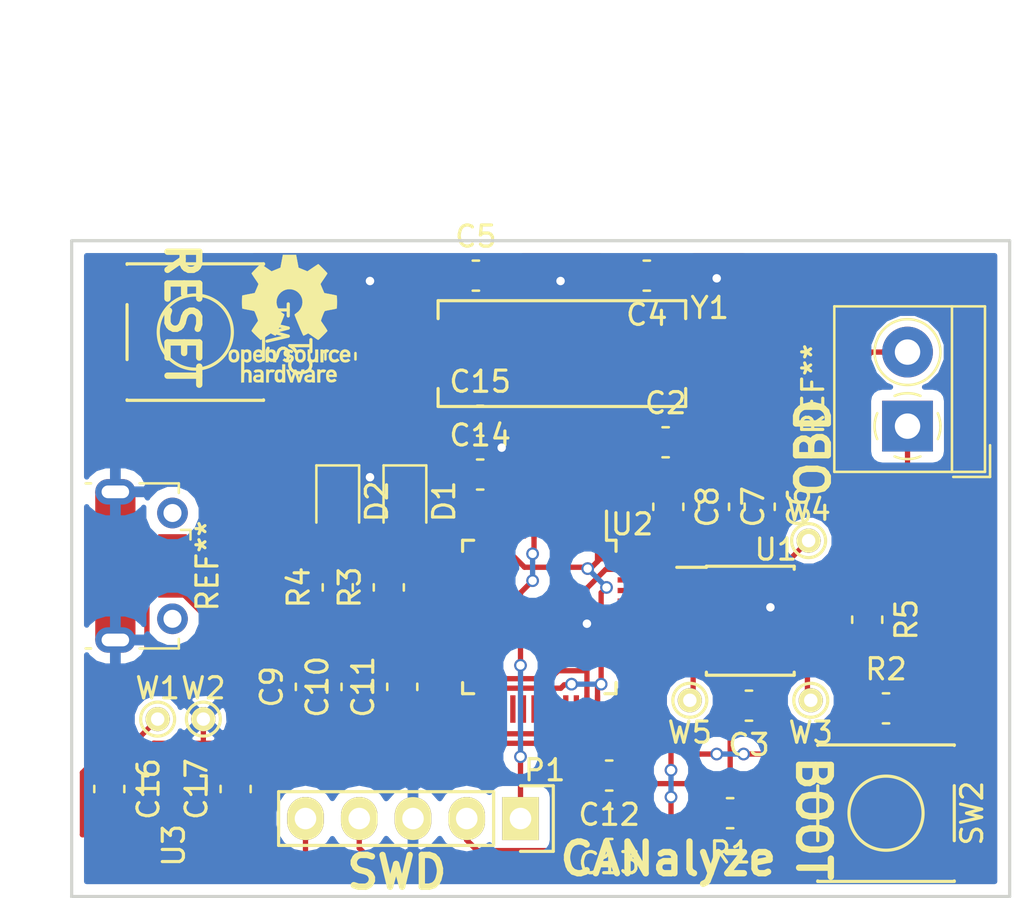
<source format=kicad_pcb>
(kicad_pcb (version 20171130) (host pcbnew 5.0.0-fee4fd1~66~ubuntu16.04.1)

  (general
    (thickness 1.6)
    (drawings 12)
    (tracks 328)
    (zones 0)
    (modules 39)
    (nets 22)
  )

  (page A4)
  (layers
    (0 F.Cu signal)
    (31 B.Cu signal)
    (32 B.Adhes user)
    (33 F.Adhes user)
    (34 B.Paste user)
    (35 F.Paste user)
    (36 B.SilkS user)
    (37 F.SilkS user hide)
    (38 B.Mask user)
    (39 F.Mask user)
    (40 Dwgs.User user)
    (41 Cmts.User user)
    (42 Eco1.User user)
    (43 Eco2.User user)
    (44 Edge.Cuts user)
    (45 Margin user)
    (46 B.CrtYd user)
    (47 F.CrtYd user)
    (48 B.Fab user)
    (49 F.Fab user)
  )

  (setup
    (last_trace_width 0.25)
    (trace_clearance 0.2)
    (zone_clearance 0.508)
    (zone_45_only no)
    (trace_min 0.2)
    (segment_width 0.2)
    (edge_width 0.15)
    (via_size 0.6)
    (via_drill 0.4)
    (via_min_size 0.4)
    (via_min_drill 0.3)
    (uvia_size 0.3)
    (uvia_drill 0.1)
    (uvias_allowed no)
    (uvia_min_size 0.2)
    (uvia_min_drill 0.1)
    (pcb_text_width 0.3)
    (pcb_text_size 1.5 1.5)
    (mod_edge_width 0.15)
    (mod_text_size 1 1)
    (mod_text_width 0.15)
    (pad_size 1.2 1.9)
    (pad_drill 0.6)
    (pad_to_mask_clearance 0.2)
    (aux_axis_origin 0 0)
    (visible_elements FFFEFF7F)
    (pcbplotparams
      (layerselection 0x010dc_ffffffff)
      (usegerberextensions false)
      (usegerberattributes true)
      (usegerberadvancedattributes false)
      (creategerberjobfile false)
      (excludeedgelayer false)
      (linewidth 0.150000)
      (plotframeref false)
      (viasonmask false)
      (mode 1)
      (useauxorigin true)
      (hpglpennumber 1)
      (hpglpenspeed 20)
      (hpglpendiameter 15.000000)
      (psnegative false)
      (psa4output false)
      (plotreference true)
      (plotvalue true)
      (plotinvisibletext false)
      (padsonsilk true)
      (subtractmaskfromsilk false)
      (outputformat 1)
      (mirror false)
      (drillshape 0)
      (scaleselection 1)
      (outputdirectory "gerbers/"))
  )

  (net 0 "")
  (net 1 /NRST)
  (net 2 GND)
  (net 3 +3V3)
  (net 4 +5V)
  (net 5 "Net-(C4-Pad1)")
  (net 6 "Net-(C5-Pad1)")
  (net 7 /SWDIO)
  (net 8 /SWCLK)
  (net 9 /USB_DM)
  (net 10 /USB_DP)
  (net 11 "Net-(R3-Pad1)")
  (net 12 "Net-(R4-Pad1)")
  (net 13 /CAN_H)
  (net 14 /CAN_L)
  (net 15 /CAN_TX)
  (net 16 /CAN_RX)
  (net 17 /VREF)
  (net 18 "Net-(D1-Pad2)")
  (net 19 "Net-(D2-Pad2)")
  (net 20 "Net-(R1-Pad1)")
  (net 21 "Net-(R2-Pad2)")

  (net_class Default "This is the default net class."
    (clearance 0.2)
    (trace_width 0.25)
    (via_dia 0.6)
    (via_drill 0.4)
    (uvia_dia 0.3)
    (uvia_drill 0.1)
    (add_net +3V3)
    (add_net +5V)
    (add_net /CAN_H)
    (add_net /CAN_L)
    (add_net /CAN_RX)
    (add_net /CAN_TX)
    (add_net /NRST)
    (add_net /SWCLK)
    (add_net /SWDIO)
    (add_net /USB_DM)
    (add_net /USB_DP)
    (add_net /VREF)
    (add_net GND)
    (add_net "Net-(C4-Pad1)")
    (add_net "Net-(C5-Pad1)")
    (add_net "Net-(D1-Pad2)")
    (add_net "Net-(D2-Pad2)")
    (add_net "Net-(R1-Pad1)")
    (add_net "Net-(R2-Pad2)")
    (add_net "Net-(R3-Pad1)")
    (add_net "Net-(R4-Pad1)")
  )

  (module Connector_USB:USB_Micro-B_Molex-105017-0001 (layer F.Cu) (tedit 5B9BB4CC) (tstamp 5BA74D03)
    (at 54.483 62.357 270)
    (descr http://www.molex.com/pdm_docs/sd/1050170001_sd.pdf)
    (tags "Micro-USB SMD Typ-B")
    (attr smd)
    (fp_text reference REF** (at 0 -3.1125 270) (layer F.SilkS)
      (effects (font (size 1 1) (thickness 0.15)))
    )
    (fp_text value USB_Micro-B_Molex-105017-0001 (at 0.3 4.3375 270) (layer F.Fab)
      (effects (font (size 1 1) (thickness 0.15)))
    )
    (fp_text user "PCB Edge" (at 0 2.6875 270) (layer Dwgs.User)
      (effects (font (size 0.5 0.5) (thickness 0.08)))
    )
    (fp_text user %R (at 0 0.8875 270) (layer F.Fab)
      (effects (font (size 1 1) (thickness 0.15)))
    )
    (fp_line (start -4.4 3.64) (end 4.4 3.64) (layer F.CrtYd) (width 0.05))
    (fp_line (start 4.4 -2.46) (end 4.4 3.64) (layer F.CrtYd) (width 0.05))
    (fp_line (start -4.4 -2.46) (end 4.4 -2.46) (layer F.CrtYd) (width 0.05))
    (fp_line (start -4.4 3.64) (end -4.4 -2.46) (layer F.CrtYd) (width 0.05))
    (fp_line (start -3.9 -1.7625) (end -3.45 -1.7625) (layer F.SilkS) (width 0.12))
    (fp_line (start -3.9 0.0875) (end -3.9 -1.7625) (layer F.SilkS) (width 0.12))
    (fp_line (start 3.9 2.6375) (end 3.9 2.3875) (layer F.SilkS) (width 0.12))
    (fp_line (start 3.75 3.3875) (end 3.75 -1.6125) (layer F.Fab) (width 0.1))
    (fp_line (start -3 2.689204) (end 3 2.689204) (layer F.Fab) (width 0.1))
    (fp_line (start -3.75 3.389204) (end 3.75 3.389204) (layer F.Fab) (width 0.1))
    (fp_line (start -3.75 -1.6125) (end 3.75 -1.6125) (layer F.Fab) (width 0.1))
    (fp_line (start -3.75 3.3875) (end -3.75 -1.6125) (layer F.Fab) (width 0.1))
    (fp_line (start -3.9 2.6375) (end -3.9 2.3875) (layer F.SilkS) (width 0.12))
    (fp_line (start 3.9 0.0875) (end 3.9 -1.7625) (layer F.SilkS) (width 0.12))
    (fp_line (start 3.9 -1.7625) (end 3.45 -1.7625) (layer F.SilkS) (width 0.12))
    (fp_line (start -1.7 -2.3125) (end -1.25 -2.3125) (layer F.SilkS) (width 0.12))
    (fp_line (start -1.7 -2.3125) (end -1.7 -1.8625) (layer F.SilkS) (width 0.12))
    (fp_line (start -1.3 -1.7125) (end -1.5 -1.9125) (layer F.Fab) (width 0.1))
    (fp_line (start -1.1 -1.9125) (end -1.3 -1.7125) (layer F.Fab) (width 0.1))
    (fp_line (start -1.5 -2.1225) (end -1.1 -2.1225) (layer F.Fab) (width 0.1))
    (fp_line (start -1.5 -2.1225) (end -1.5 -1.9125) (layer F.Fab) (width 0.1))
    (fp_line (start -1.1 -2.1225) (end -1.1 -1.9125) (layer F.Fab) (width 0.1))
    (pad 6 smd rect (at 1 1.2375 270) (size 1.5 1.9) (layers F.Cu F.Paste F.Mask))
    (pad 6 thru_hole circle (at -2.5 -1.4625 270) (size 1.45 1.45) (drill 0.85) (layers *.Cu *.Mask))
    (pad 2 smd rect (at -0.65 -1.4625 270) (size 0.4 1.35) (layers F.Cu F.Paste F.Mask)
      (net 9 /USB_DM))
    (pad 1 smd rect (at -1.3 -1.4625 270) (size 0.4 1.35) (layers F.Cu F.Paste F.Mask)
      (net 4 +5V))
    (pad 5 smd rect (at 1.3 -1.4625 270) (size 0.4 1.35) (layers F.Cu F.Paste F.Mask)
      (net 2 GND))
    (pad 4 smd rect (at 0.65 -1.4625 270) (size 0.4 1.35) (layers F.Cu F.Paste F.Mask))
    (pad 3 smd rect (at 0 -1.4625 270) (size 0.4 1.35) (layers F.Cu F.Paste F.Mask)
      (net 10 /USB_DP))
    (pad 6 thru_hole circle (at 2.5 -1.4625 270) (size 1.45 1.45) (drill 0.85) (layers *.Cu *.Mask))
    (pad 6 smd rect (at -1 1.2375 270) (size 1.5 1.9) (layers F.Cu F.Paste F.Mask))
    (pad 6 thru_hole oval (at -3.5 1.2375 90) (size 1.2 1.9) (drill oval 0.6 1.3) (layers *.Cu *.Mask)
      (net 2 GND))
    (pad 6 thru_hole oval (at 3.5 1.2375 270) (size 1.2 1.9) (drill oval 0.6 1.3) (layers *.Cu *.Mask)
      (net 2 GND))
    (pad 6 smd rect (at 2.9 1.2375 270) (size 1.2 1.9) (layers F.Cu F.Mask))
    (pad 6 smd rect (at -2.9 1.2375 270) (size 1.2 1.9) (layers F.Cu F.Mask))
    (model ${KISYS3DMOD}/Connector_USB.3dshapes/USB_Micro-B_Molex-105017-0001.wrl
      (at (xyz 0 0 0))
      (scale (xyz 1 1 1))
      (rotate (xyz 0 0 0))
    )
  )

  (module Capacitor_SMD:C_0805_2012Metric_Pad1.15x1.50mm_HandSolder (layer F.Cu) (tedit 59FE48B8) (tstamp 5801F80F)
    (at 70.485 55.499)
    (descr "Capacitor SMD 0805 (2012 Metric), square (rectangular) end terminal, IPC_7351 nominal with elongated pad for handsoldering. (Body size source: http://www.tortai-tech.com/upload/download/2011102023233369053.pdf), generated with kicad-footprint-generator")
    (tags "capacitor handsolder")
    (path /57FD70DD)
    (attr smd)
    (fp_text reference C15 (at 0 -1.85) (layer F.SilkS)
      (effects (font (size 1 1) (thickness 0.15)))
    )
    (fp_text value 1u (at 0 1.85) (layer F.Fab)
      (effects (font (size 1 1) (thickness 0.15)))
    )
    (fp_text user %R (at 0 0) (layer F.Fab)
      (effects (font (size 0.5 0.5) (thickness 0.08)))
    )
    (fp_line (start 1.86 1) (end -1.86 1) (layer F.CrtYd) (width 0.05))
    (fp_line (start 1.86 -1) (end 1.86 1) (layer F.CrtYd) (width 0.05))
    (fp_line (start -1.86 -1) (end 1.86 -1) (layer F.CrtYd) (width 0.05))
    (fp_line (start -1.86 1) (end -1.86 -1) (layer F.CrtYd) (width 0.05))
    (fp_line (start -0.15 0.71) (end 0.15 0.71) (layer F.SilkS) (width 0.12))
    (fp_line (start -0.15 -0.71) (end 0.15 -0.71) (layer F.SilkS) (width 0.12))
    (fp_line (start 1 0.6) (end -1 0.6) (layer F.Fab) (width 0.1))
    (fp_line (start 1 -0.6) (end 1 0.6) (layer F.Fab) (width 0.1))
    (fp_line (start -1 -0.6) (end 1 -0.6) (layer F.Fab) (width 0.1))
    (fp_line (start -1 0.6) (end -1 -0.6) (layer F.Fab) (width 0.1))
    (pad 2 smd rect (at 1.0425 0) (size 1.145 1.5) (layers F.Cu F.Paste F.Mask)
      (net 2 GND))
    (pad 1 smd rect (at -1.0425 0) (size 1.145 1.5) (layers F.Cu F.Paste F.Mask)
      (net 3 +3V3))
    (model ${KISYS3DMOD}/Capacitor_SMD.3dshapes/C_0805_2012Metric.wrl
      (at (xyz 0 0 0))
      (scale (xyz 1 1 1))
      (rotate (xyz 0 0 0))
    )
  )

  (module Capacitor_SMD:C_0805_2012Metric_Pad1.15x1.50mm_HandSolder (layer F.Cu) (tedit 59FE48B8) (tstamp 5801F809)
    (at 70.485 58.039)
    (descr "Capacitor SMD 0805 (2012 Metric), square (rectangular) end terminal, IPC_7351 nominal with elongated pad for handsoldering. (Body size source: http://www.tortai-tech.com/upload/download/2011102023233369053.pdf), generated with kicad-footprint-generator")
    (tags "capacitor handsolder")
    (path /57FD714A)
    (attr smd)
    (fp_text reference C14 (at 0 -1.85) (layer F.SilkS)
      (effects (font (size 1 1) (thickness 0.15)))
    )
    (fp_text value 0.01u (at 0 1.85) (layer F.Fab)
      (effects (font (size 1 1) (thickness 0.15)))
    )
    (fp_text user %R (at 0 0) (layer F.Fab)
      (effects (font (size 0.5 0.5) (thickness 0.08)))
    )
    (fp_line (start 1.86 1) (end -1.86 1) (layer F.CrtYd) (width 0.05))
    (fp_line (start 1.86 -1) (end 1.86 1) (layer F.CrtYd) (width 0.05))
    (fp_line (start -1.86 -1) (end 1.86 -1) (layer F.CrtYd) (width 0.05))
    (fp_line (start -1.86 1) (end -1.86 -1) (layer F.CrtYd) (width 0.05))
    (fp_line (start -0.15 0.71) (end 0.15 0.71) (layer F.SilkS) (width 0.12))
    (fp_line (start -0.15 -0.71) (end 0.15 -0.71) (layer F.SilkS) (width 0.12))
    (fp_line (start 1 0.6) (end -1 0.6) (layer F.Fab) (width 0.1))
    (fp_line (start 1 -0.6) (end 1 0.6) (layer F.Fab) (width 0.1))
    (fp_line (start -1 -0.6) (end 1 -0.6) (layer F.Fab) (width 0.1))
    (fp_line (start -1 0.6) (end -1 -0.6) (layer F.Fab) (width 0.1))
    (pad 2 smd rect (at 1.0425 0) (size 1.145 1.5) (layers F.Cu F.Paste F.Mask)
      (net 2 GND))
    (pad 1 smd rect (at -1.0425 0) (size 1.145 1.5) (layers F.Cu F.Paste F.Mask)
      (net 3 +3V3))
    (model ${KISYS3DMOD}/Capacitor_SMD.3dshapes/C_0805_2012Metric.wrl
      (at (xyz 0 0 0))
      (scale (xyz 1 1 1))
      (rotate (xyz 0 0 0))
    )
  )

  (module Resistor_SMD:R_0805_2012Metric_Pad1.15x1.50mm_HandSolder (layer F.Cu) (tedit 59FE48B8) (tstamp 5801F85D)
    (at 82.296 74.041 180)
    (descr "Resistor SMD 0805 (2012 Metric), square (rectangular) end terminal, IPC_7351 nominal with elongated pad for handsoldering. (Body size source: http://www.tortai-tech.com/upload/download/2011102023233369053.pdf), generated with kicad-footprint-generator")
    (tags "resistor handsolder")
    (path /57FE23A1)
    (attr smd)
    (fp_text reference R1 (at 0 -1.85 180) (layer F.SilkS)
      (effects (font (size 1 1) (thickness 0.15)))
    )
    (fp_text value 510 (at 0 1.85 180) (layer F.Fab)
      (effects (font (size 1 1) (thickness 0.15)))
    )
    (fp_text user %R (at 0 0 180) (layer F.Fab)
      (effects (font (size 0.5 0.5) (thickness 0.08)))
    )
    (fp_line (start 1.86 1) (end -1.86 1) (layer F.CrtYd) (width 0.05))
    (fp_line (start 1.86 -1) (end 1.86 1) (layer F.CrtYd) (width 0.05))
    (fp_line (start -1.86 -1) (end 1.86 -1) (layer F.CrtYd) (width 0.05))
    (fp_line (start -1.86 1) (end -1.86 -1) (layer F.CrtYd) (width 0.05))
    (fp_line (start -0.15 0.71) (end 0.15 0.71) (layer F.SilkS) (width 0.12))
    (fp_line (start -0.15 -0.71) (end 0.15 -0.71) (layer F.SilkS) (width 0.12))
    (fp_line (start 1 0.6) (end -1 0.6) (layer F.Fab) (width 0.1))
    (fp_line (start 1 -0.6) (end 1 0.6) (layer F.Fab) (width 0.1))
    (fp_line (start -1 -0.6) (end 1 -0.6) (layer F.Fab) (width 0.1))
    (fp_line (start -1 0.6) (end -1 -0.6) (layer F.Fab) (width 0.1))
    (pad 2 smd rect (at 1.0425 0 180) (size 1.145 1.5) (layers F.Cu F.Paste F.Mask)
      (net 3 +3V3))
    (pad 1 smd rect (at -1.0425 0 180) (size 1.145 1.5) (layers F.Cu F.Paste F.Mask)
      (net 20 "Net-(R1-Pad1)"))
    (model ${KISYS3DMOD}/Resistor_SMD.3dshapes/R_0805_2012Metric.wrl
      (at (xyz 0 0 0))
      (scale (xyz 1 1 1))
      (rotate (xyz 0 0 0))
    )
  )

  (module Capacitor_SMD:C_0805_2012Metric_Pad1.15x1.50mm_HandSolder (layer F.Cu) (tedit 59FE48B8) (tstamp 5801F7C1)
    (at 79.248 56.515)
    (descr "Capacitor SMD 0805 (2012 Metric), square (rectangular) end terminal, IPC_7351 nominal with elongated pad for handsoldering. (Body size source: http://www.tortai-tech.com/upload/download/2011102023233369053.pdf), generated with kicad-footprint-generator")
    (tags "capacitor handsolder")
    (path /57FD6011)
    (attr smd)
    (fp_text reference C2 (at 0 -1.85) (layer F.SilkS)
      (effects (font (size 1 1) (thickness 0.15)))
    )
    (fp_text value 0.1u (at 0 1.85) (layer F.Fab)
      (effects (font (size 1 1) (thickness 0.15)))
    )
    (fp_line (start -1 0.6) (end -1 -0.6) (layer F.Fab) (width 0.1))
    (fp_line (start -1 -0.6) (end 1 -0.6) (layer F.Fab) (width 0.1))
    (fp_line (start 1 -0.6) (end 1 0.6) (layer F.Fab) (width 0.1))
    (fp_line (start 1 0.6) (end -1 0.6) (layer F.Fab) (width 0.1))
    (fp_line (start -0.15 -0.71) (end 0.15 -0.71) (layer F.SilkS) (width 0.12))
    (fp_line (start -0.15 0.71) (end 0.15 0.71) (layer F.SilkS) (width 0.12))
    (fp_line (start -1.86 1) (end -1.86 -1) (layer F.CrtYd) (width 0.05))
    (fp_line (start -1.86 -1) (end 1.86 -1) (layer F.CrtYd) (width 0.05))
    (fp_line (start 1.86 -1) (end 1.86 1) (layer F.CrtYd) (width 0.05))
    (fp_line (start 1.86 1) (end -1.86 1) (layer F.CrtYd) (width 0.05))
    (fp_text user %R (at 0 0) (layer F.Fab)
      (effects (font (size 0.5 0.5) (thickness 0.08)))
    )
    (pad 1 smd rect (at -1.0425 0) (size 1.145 1.5) (layers F.Cu F.Paste F.Mask)
      (net 3 +3V3))
    (pad 2 smd rect (at 1.0425 0) (size 1.145 1.5) (layers F.Cu F.Paste F.Mask)
      (net 2 GND))
    (model ${KISYS3DMOD}/Capacitor_SMD.3dshapes/C_0805_2012Metric.wrl
      (at (xyz 0 0 0))
      (scale (xyz 1 1 1))
      (rotate (xyz 0 0 0))
    )
  )

  (module Capacitor_SMD:C_0805_2012Metric_Pad1.15x1.50mm_HandSolder (layer F.Cu) (tedit 59FE48B8) (tstamp 5801F7E5)
    (at 79.375 59.563 270)
    (descr "Capacitor SMD 0805 (2012 Metric), square (rectangular) end terminal, IPC_7351 nominal with elongated pad for handsoldering. (Body size source: http://www.tortai-tech.com/upload/download/2011102023233369053.pdf), generated with kicad-footprint-generator")
    (tags "capacitor handsolder")
    (path /57FD6AB7)
    (attr smd)
    (fp_text reference C8 (at 0 -1.85 270) (layer F.SilkS)
      (effects (font (size 1 1) (thickness 0.15)))
    )
    (fp_text value 0.1u (at 0 1.85 270) (layer F.Fab)
      (effects (font (size 1 1) (thickness 0.15)))
    )
    (fp_text user %R (at 0 0 270) (layer F.Fab)
      (effects (font (size 0.5 0.5) (thickness 0.08)))
    )
    (fp_line (start 1.86 1) (end -1.86 1) (layer F.CrtYd) (width 0.05))
    (fp_line (start 1.86 -1) (end 1.86 1) (layer F.CrtYd) (width 0.05))
    (fp_line (start -1.86 -1) (end 1.86 -1) (layer F.CrtYd) (width 0.05))
    (fp_line (start -1.86 1) (end -1.86 -1) (layer F.CrtYd) (width 0.05))
    (fp_line (start -0.15 0.71) (end 0.15 0.71) (layer F.SilkS) (width 0.12))
    (fp_line (start -0.15 -0.71) (end 0.15 -0.71) (layer F.SilkS) (width 0.12))
    (fp_line (start 1 0.6) (end -1 0.6) (layer F.Fab) (width 0.1))
    (fp_line (start 1 -0.6) (end 1 0.6) (layer F.Fab) (width 0.1))
    (fp_line (start -1 -0.6) (end 1 -0.6) (layer F.Fab) (width 0.1))
    (fp_line (start -1 0.6) (end -1 -0.6) (layer F.Fab) (width 0.1))
    (pad 2 smd rect (at 1.0425 0 270) (size 1.145 1.5) (layers F.Cu F.Paste F.Mask)
      (net 2 GND))
    (pad 1 smd rect (at -1.0425 0 270) (size 1.145 1.5) (layers F.Cu F.Paste F.Mask)
      (net 3 +3V3))
    (model ${KISYS3DMOD}/Capacitor_SMD.3dshapes/C_0805_2012Metric.wrl
      (at (xyz 0 0 0))
      (scale (xyz 1 1 1))
      (rotate (xyz 0 0 0))
    )
  )

  (module Capacitor_SMD:C_0805_2012Metric_Pad1.15x1.50mm_HandSolder (layer F.Cu) (tedit 59FE48B8) (tstamp 5801F7D9)
    (at 83.693 59.563 270)
    (descr "Capacitor SMD 0805 (2012 Metric), square (rectangular) end terminal, IPC_7351 nominal with elongated pad for handsoldering. (Body size source: http://www.tortai-tech.com/upload/download/2011102023233369053.pdf), generated with kicad-footprint-generator")
    (tags "capacitor handsolder")
    (path /57FD69EE)
    (attr smd)
    (fp_text reference C6 (at 0 -1.85 270) (layer F.SilkS)
      (effects (font (size 1 1) (thickness 0.15)))
    )
    (fp_text value 4.7u (at 0 1.85 270) (layer F.Fab)
      (effects (font (size 1 1) (thickness 0.15)))
    )
    (fp_text user %R (at 0 0 270) (layer F.Fab)
      (effects (font (size 0.5 0.5) (thickness 0.08)))
    )
    (fp_line (start 1.86 1) (end -1.86 1) (layer F.CrtYd) (width 0.05))
    (fp_line (start 1.86 -1) (end 1.86 1) (layer F.CrtYd) (width 0.05))
    (fp_line (start -1.86 -1) (end 1.86 -1) (layer F.CrtYd) (width 0.05))
    (fp_line (start -1.86 1) (end -1.86 -1) (layer F.CrtYd) (width 0.05))
    (fp_line (start -0.15 0.71) (end 0.15 0.71) (layer F.SilkS) (width 0.12))
    (fp_line (start -0.15 -0.71) (end 0.15 -0.71) (layer F.SilkS) (width 0.12))
    (fp_line (start 1 0.6) (end -1 0.6) (layer F.Fab) (width 0.1))
    (fp_line (start 1 -0.6) (end 1 0.6) (layer F.Fab) (width 0.1))
    (fp_line (start -1 -0.6) (end 1 -0.6) (layer F.Fab) (width 0.1))
    (fp_line (start -1 0.6) (end -1 -0.6) (layer F.Fab) (width 0.1))
    (pad 2 smd rect (at 1.0425 0 270) (size 1.145 1.5) (layers F.Cu F.Paste F.Mask)
      (net 2 GND))
    (pad 1 smd rect (at -1.0425 0 270) (size 1.145 1.5) (layers F.Cu F.Paste F.Mask)
      (net 3 +3V3))
    (model ${KISYS3DMOD}/Capacitor_SMD.3dshapes/C_0805_2012Metric.wrl
      (at (xyz 0 0 0))
      (scale (xyz 1 1 1))
      (rotate (xyz 0 0 0))
    )
  )

  (module Capacitor_SMD:C_0805_2012Metric_Pad1.15x1.50mm_HandSolder (layer F.Cu) (tedit 59FE48B8) (tstamp 5801F7DF)
    (at 81.534 59.563 270)
    (descr "Capacitor SMD 0805 (2012 Metric), square (rectangular) end terminal, IPC_7351 nominal with elongated pad for handsoldering. (Body size source: http://www.tortai-tech.com/upload/download/2011102023233369053.pdf), generated with kicad-footprint-generator")
    (tags "capacitor handsolder")
    (path /57FD6A50)
    (attr smd)
    (fp_text reference C7 (at 0 -1.85 270) (layer F.SilkS)
      (effects (font (size 1 1) (thickness 0.15)))
    )
    (fp_text value 0.1u (at 0 1.85 270) (layer F.Fab)
      (effects (font (size 1 1) (thickness 0.15)))
    )
    (fp_text user %R (at 0 0 270) (layer F.Fab)
      (effects (font (size 0.5 0.5) (thickness 0.08)))
    )
    (fp_line (start 1.86 1) (end -1.86 1) (layer F.CrtYd) (width 0.05))
    (fp_line (start 1.86 -1) (end 1.86 1) (layer F.CrtYd) (width 0.05))
    (fp_line (start -1.86 -1) (end 1.86 -1) (layer F.CrtYd) (width 0.05))
    (fp_line (start -1.86 1) (end -1.86 -1) (layer F.CrtYd) (width 0.05))
    (fp_line (start -0.15 0.71) (end 0.15 0.71) (layer F.SilkS) (width 0.12))
    (fp_line (start -0.15 -0.71) (end 0.15 -0.71) (layer F.SilkS) (width 0.12))
    (fp_line (start 1 0.6) (end -1 0.6) (layer F.Fab) (width 0.1))
    (fp_line (start 1 -0.6) (end 1 0.6) (layer F.Fab) (width 0.1))
    (fp_line (start -1 -0.6) (end 1 -0.6) (layer F.Fab) (width 0.1))
    (fp_line (start -1 0.6) (end -1 -0.6) (layer F.Fab) (width 0.1))
    (pad 2 smd rect (at 1.0425 0 270) (size 1.145 1.5) (layers F.Cu F.Paste F.Mask)
      (net 2 GND))
    (pad 1 smd rect (at -1.0425 0 270) (size 1.145 1.5) (layers F.Cu F.Paste F.Mask)
      (net 3 +3V3))
    (model ${KISYS3DMOD}/Capacitor_SMD.3dshapes/C_0805_2012Metric.wrl
      (at (xyz 0 0 0))
      (scale (xyz 1 1 1))
      (rotate (xyz 0 0 0))
    )
  )

  (module Capacitor_SMD:C_0805_2012Metric_Pad1.15x1.50mm_HandSolder (layer F.Cu) (tedit 59FE48B8) (tstamp 5801F7BB)
    (at 63.881 52.451 90)
    (descr "Capacitor SMD 0805 (2012 Metric), square (rectangular) end terminal, IPC_7351 nominal with elongated pad for handsoldering. (Body size source: http://www.tortai-tech.com/upload/download/2011102023233369053.pdf), generated with kicad-footprint-generator")
    (tags "capacitor handsolder")
    (path /57FD5B09)
    (attr smd)
    (fp_text reference C1 (at 0 -1.85 90) (layer F.SilkS)
      (effects (font (size 1 1) (thickness 0.15)))
    )
    (fp_text value 0.1u (at 0 1.85 90) (layer F.Fab)
      (effects (font (size 1 1) (thickness 0.15)))
    )
    (fp_text user %R (at 0 0 90) (layer F.Fab)
      (effects (font (size 0.5 0.5) (thickness 0.08)))
    )
    (fp_line (start 1.86 1) (end -1.86 1) (layer F.CrtYd) (width 0.05))
    (fp_line (start 1.86 -1) (end 1.86 1) (layer F.CrtYd) (width 0.05))
    (fp_line (start -1.86 -1) (end 1.86 -1) (layer F.CrtYd) (width 0.05))
    (fp_line (start -1.86 1) (end -1.86 -1) (layer F.CrtYd) (width 0.05))
    (fp_line (start -0.15 0.71) (end 0.15 0.71) (layer F.SilkS) (width 0.12))
    (fp_line (start -0.15 -0.71) (end 0.15 -0.71) (layer F.SilkS) (width 0.12))
    (fp_line (start 1 0.6) (end -1 0.6) (layer F.Fab) (width 0.1))
    (fp_line (start 1 -0.6) (end 1 0.6) (layer F.Fab) (width 0.1))
    (fp_line (start -1 -0.6) (end 1 -0.6) (layer F.Fab) (width 0.1))
    (fp_line (start -1 0.6) (end -1 -0.6) (layer F.Fab) (width 0.1))
    (pad 2 smd rect (at 1.0425 0 90) (size 1.145 1.5) (layers F.Cu F.Paste F.Mask)
      (net 2 GND))
    (pad 1 smd rect (at -1.0425 0 90) (size 1.145 1.5) (layers F.Cu F.Paste F.Mask)
      (net 1 /NRST))
    (model ${KISYS3DMOD}/Capacitor_SMD.3dshapes/C_0805_2012Metric.wrl
      (at (xyz 0 0 0))
      (scale (xyz 1 1 1))
      (rotate (xyz 0 0 0))
    )
  )

  (module LED_SMD:LED_0805_2012Metric_Pad0.97x1.50mm_HandSolder (layer F.Cu) (tedit 5A00A67C) (tstamp 58021C16)
    (at 66.929 59.309 270)
    (descr "LED SMD 0805 (2012 Metric), square (rectangular) end terminal, IPC_7351 nominal, (Body size source: http://www.tortai-tech.com/upload/download/2011102023233369053.pdf), generated with kicad-footprint-generator")
    (tags "LED handsolder")
    (path /58BD751D)
    (attr smd)
    (fp_text reference D1 (at 0 -1.85 270) (layer F.SilkS)
      (effects (font (size 1 1) (thickness 0.15)))
    )
    (fp_text value LED_GREEN (at 0 1.85 270) (layer F.Fab)
      (effects (font (size 1 1) (thickness 0.15)))
    )
    (fp_text user %R (at 0 0 270) (layer F.Fab)
      (effects (font (size 0.5 0.5) (thickness 0.08)))
    )
    (fp_line (start 1.69 1) (end -1.69 1) (layer F.CrtYd) (width 0.05))
    (fp_line (start 1.69 -1) (end 1.69 1) (layer F.CrtYd) (width 0.05))
    (fp_line (start -1.69 -1) (end 1.69 -1) (layer F.CrtYd) (width 0.05))
    (fp_line (start -1.69 1) (end -1.69 -1) (layer F.CrtYd) (width 0.05))
    (fp_line (start -1.7 1.01) (end 1 1.01) (layer F.SilkS) (width 0.12))
    (fp_line (start -1.7 -1.01) (end -1.7 1.01) (layer F.SilkS) (width 0.12))
    (fp_line (start 1 -1.01) (end -1.7 -1.01) (layer F.SilkS) (width 0.12))
    (fp_line (start 1 0.6) (end 1 -0.6) (layer F.Fab) (width 0.1))
    (fp_line (start -1 0.6) (end 1 0.6) (layer F.Fab) (width 0.1))
    (fp_line (start -1 -0.3) (end -1 0.6) (layer F.Fab) (width 0.1))
    (fp_line (start -0.7 -0.6) (end -1 -0.3) (layer F.Fab) (width 0.1))
    (fp_line (start 1 -0.6) (end -0.7 -0.6) (layer F.Fab) (width 0.1))
    (pad 2 smd rect (at 0.955 0 270) (size 0.97 1.5) (layers F.Cu F.Paste F.Mask)
      (net 18 "Net-(D1-Pad2)"))
    (pad 1 smd rect (at -0.955 0 270) (size 0.97 1.5) (layers F.Cu F.Paste F.Mask)
      (net 2 GND))
    (model ${KISYS3DMOD}/LED_SMD.3dshapes/LED_0805_2012Metric.wrl
      (at (xyz 0 0 0))
      (scale (xyz 1 1 1))
      (rotate (xyz 0 0 0))
    )
  )

  (module LED_SMD:LED_0805_2012Metric_Pad0.97x1.50mm_HandSolder (layer F.Cu) (tedit 5A00A67C) (tstamp 58021C20)
    (at 63.754 59.309 270)
    (descr "LED SMD 0805 (2012 Metric), square (rectangular) end terminal, IPC_7351 nominal, (Body size source: http://www.tortai-tech.com/upload/download/2011102023233369053.pdf), generated with kicad-footprint-generator")
    (tags "LED handsolder")
    (path /58BD790C)
    (attr smd)
    (fp_text reference D2 (at 0 -1.85 270) (layer F.SilkS)
      (effects (font (size 1 1) (thickness 0.15)))
    )
    (fp_text value LED_RED (at 0 1.85 270) (layer F.Fab)
      (effects (font (size 1 1) (thickness 0.15)))
    )
    (fp_text user %R (at 0 0 270) (layer F.Fab)
      (effects (font (size 0.5 0.5) (thickness 0.08)))
    )
    (fp_line (start 1.69 1) (end -1.69 1) (layer F.CrtYd) (width 0.05))
    (fp_line (start 1.69 -1) (end 1.69 1) (layer F.CrtYd) (width 0.05))
    (fp_line (start -1.69 -1) (end 1.69 -1) (layer F.CrtYd) (width 0.05))
    (fp_line (start -1.69 1) (end -1.69 -1) (layer F.CrtYd) (width 0.05))
    (fp_line (start -1.7 1.01) (end 1 1.01) (layer F.SilkS) (width 0.12))
    (fp_line (start -1.7 -1.01) (end -1.7 1.01) (layer F.SilkS) (width 0.12))
    (fp_line (start 1 -1.01) (end -1.7 -1.01) (layer F.SilkS) (width 0.12))
    (fp_line (start 1 0.6) (end 1 -0.6) (layer F.Fab) (width 0.1))
    (fp_line (start -1 0.6) (end 1 0.6) (layer F.Fab) (width 0.1))
    (fp_line (start -1 -0.3) (end -1 0.6) (layer F.Fab) (width 0.1))
    (fp_line (start -0.7 -0.6) (end -1 -0.3) (layer F.Fab) (width 0.1))
    (fp_line (start 1 -0.6) (end -0.7 -0.6) (layer F.Fab) (width 0.1))
    (pad 2 smd rect (at 0.955 0 270) (size 0.97 1.5) (layers F.Cu F.Paste F.Mask)
      (net 19 "Net-(D2-Pad2)"))
    (pad 1 smd rect (at -0.955 0 270) (size 0.97 1.5) (layers F.Cu F.Paste F.Mask)
      (net 2 GND))
    (model ${KISYS3DMOD}/LED_SMD.3dshapes/LED_0805_2012Metric.wrl
      (at (xyz 0 0 0))
      (scale (xyz 1 1 1))
      (rotate (xyz 0 0 0))
    )
  )

  (module Resistor_SMD:R_0805_2012Metric_Pad1.15x1.50mm_HandSolder (layer F.Cu) (tedit 59FE48B8) (tstamp 5801F869)
    (at 66.167 63.373 90)
    (descr "Resistor SMD 0805 (2012 Metric), square (rectangular) end terminal, IPC_7351 nominal with elongated pad for handsoldering. (Body size source: http://www.tortai-tech.com/upload/download/2011102023233369053.pdf), generated with kicad-footprint-generator")
    (tags "resistor handsolder")
    (path /57FDD050)
    (attr smd)
    (fp_text reference R3 (at 0 -1.85 90) (layer F.SilkS)
      (effects (font (size 1 1) (thickness 0.15)))
    )
    (fp_text value 120 (at 0 1.85 90) (layer F.Fab)
      (effects (font (size 1 1) (thickness 0.15)))
    )
    (fp_text user %R (at 0 0 90) (layer F.Fab)
      (effects (font (size 0.5 0.5) (thickness 0.08)))
    )
    (fp_line (start 1.86 1) (end -1.86 1) (layer F.CrtYd) (width 0.05))
    (fp_line (start 1.86 -1) (end 1.86 1) (layer F.CrtYd) (width 0.05))
    (fp_line (start -1.86 -1) (end 1.86 -1) (layer F.CrtYd) (width 0.05))
    (fp_line (start -1.86 1) (end -1.86 -1) (layer F.CrtYd) (width 0.05))
    (fp_line (start -0.15 0.71) (end 0.15 0.71) (layer F.SilkS) (width 0.12))
    (fp_line (start -0.15 -0.71) (end 0.15 -0.71) (layer F.SilkS) (width 0.12))
    (fp_line (start 1 0.6) (end -1 0.6) (layer F.Fab) (width 0.1))
    (fp_line (start 1 -0.6) (end 1 0.6) (layer F.Fab) (width 0.1))
    (fp_line (start -1 -0.6) (end 1 -0.6) (layer F.Fab) (width 0.1))
    (fp_line (start -1 0.6) (end -1 -0.6) (layer F.Fab) (width 0.1))
    (pad 2 smd rect (at 1.0425 0 90) (size 1.145 1.5) (layers F.Cu F.Paste F.Mask)
      (net 18 "Net-(D1-Pad2)"))
    (pad 1 smd rect (at -1.0425 0 90) (size 1.145 1.5) (layers F.Cu F.Paste F.Mask)
      (net 11 "Net-(R3-Pad1)"))
    (model ${KISYS3DMOD}/Resistor_SMD.3dshapes/R_0805_2012Metric.wrl
      (at (xyz 0 0 0))
      (scale (xyz 1 1 1))
      (rotate (xyz 0 0 0))
    )
  )

  (module Resistor_SMD:R_0805_2012Metric_Pad1.15x1.50mm_HandSolder (layer F.Cu) (tedit 59FE48B8) (tstamp 5801F86F)
    (at 63.754 63.373 90)
    (descr "Resistor SMD 0805 (2012 Metric), square (rectangular) end terminal, IPC_7351 nominal with elongated pad for handsoldering. (Body size source: http://www.tortai-tech.com/upload/download/2011102023233369053.pdf), generated with kicad-footprint-generator")
    (tags "resistor handsolder")
    (path /57FDD235)
    (attr smd)
    (fp_text reference R4 (at 0 -1.85 90) (layer F.SilkS)
      (effects (font (size 1 1) (thickness 0.15)))
    )
    (fp_text value 120 (at 0 1.85 90) (layer F.Fab)
      (effects (font (size 1 1) (thickness 0.15)))
    )
    (fp_text user %R (at 0 0 90) (layer F.Fab)
      (effects (font (size 0.5 0.5) (thickness 0.08)))
    )
    (fp_line (start 1.86 1) (end -1.86 1) (layer F.CrtYd) (width 0.05))
    (fp_line (start 1.86 -1) (end 1.86 1) (layer F.CrtYd) (width 0.05))
    (fp_line (start -1.86 -1) (end 1.86 -1) (layer F.CrtYd) (width 0.05))
    (fp_line (start -1.86 1) (end -1.86 -1) (layer F.CrtYd) (width 0.05))
    (fp_line (start -0.15 0.71) (end 0.15 0.71) (layer F.SilkS) (width 0.12))
    (fp_line (start -0.15 -0.71) (end 0.15 -0.71) (layer F.SilkS) (width 0.12))
    (fp_line (start 1 0.6) (end -1 0.6) (layer F.Fab) (width 0.1))
    (fp_line (start 1 -0.6) (end 1 0.6) (layer F.Fab) (width 0.1))
    (fp_line (start -1 -0.6) (end 1 -0.6) (layer F.Fab) (width 0.1))
    (fp_line (start -1 0.6) (end -1 -0.6) (layer F.Fab) (width 0.1))
    (pad 2 smd rect (at 1.0425 0 90) (size 1.145 1.5) (layers F.Cu F.Paste F.Mask)
      (net 19 "Net-(D2-Pad2)"))
    (pad 1 smd rect (at -1.0425 0 90) (size 1.145 1.5) (layers F.Cu F.Paste F.Mask)
      (net 12 "Net-(R4-Pad1)"))
    (model ${KISYS3DMOD}/Resistor_SMD.3dshapes/R_0805_2012Metric.wrl
      (at (xyz 0 0 0))
      (scale (xyz 1 1 1))
      (rotate (xyz 0 0 0))
    )
  )

  (module Capacitor_SMD:C_0805_2012Metric_Pad1.15x1.50mm_HandSolder (layer F.Cu) (tedit 59FE48B8) (tstamp 5801F7C7)
    (at 83.185 68.961 180)
    (descr "Capacitor SMD 0805 (2012 Metric), square (rectangular) end terminal, IPC_7351 nominal with elongated pad for handsoldering. (Body size source: http://www.tortai-tech.com/upload/download/2011102023233369053.pdf), generated with kicad-footprint-generator")
    (tags "capacitor handsolder")
    (path /57FD476F)
    (attr smd)
    (fp_text reference C3 (at 0 -1.85 180) (layer F.SilkS)
      (effects (font (size 1 1) (thickness 0.15)))
    )
    (fp_text value 0.1u (at 0 1.85 180) (layer F.Fab)
      (effects (font (size 1 1) (thickness 0.15)))
    )
    (fp_text user %R (at 0 0 180) (layer F.Fab)
      (effects (font (size 0.5 0.5) (thickness 0.08)))
    )
    (fp_line (start 1.86 1) (end -1.86 1) (layer F.CrtYd) (width 0.05))
    (fp_line (start 1.86 -1) (end 1.86 1) (layer F.CrtYd) (width 0.05))
    (fp_line (start -1.86 -1) (end 1.86 -1) (layer F.CrtYd) (width 0.05))
    (fp_line (start -1.86 1) (end -1.86 -1) (layer F.CrtYd) (width 0.05))
    (fp_line (start -0.15 0.71) (end 0.15 0.71) (layer F.SilkS) (width 0.12))
    (fp_line (start -0.15 -0.71) (end 0.15 -0.71) (layer F.SilkS) (width 0.12))
    (fp_line (start 1 0.6) (end -1 0.6) (layer F.Fab) (width 0.1))
    (fp_line (start 1 -0.6) (end 1 0.6) (layer F.Fab) (width 0.1))
    (fp_line (start -1 -0.6) (end 1 -0.6) (layer F.Fab) (width 0.1))
    (fp_line (start -1 0.6) (end -1 -0.6) (layer F.Fab) (width 0.1))
    (pad 2 smd rect (at 1.0425 0 180) (size 1.145 1.5) (layers F.Cu F.Paste F.Mask)
      (net 4 +5V))
    (pad 1 smd rect (at -1.0425 0 180) (size 1.145 1.5) (layers F.Cu F.Paste F.Mask)
      (net 2 GND))
    (model ${KISYS3DMOD}/Capacitor_SMD.3dshapes/C_0805_2012Metric.wrl
      (at (xyz 0 0 0))
      (scale (xyz 1 1 1))
      (rotate (xyz 0 0 0))
    )
  )

  (module Resistor_SMD:R_0805_2012Metric_Pad1.15x1.50mm_HandSolder (layer F.Cu) (tedit 59FE48B8) (tstamp 5801F863)
    (at 89.662 69.088)
    (descr "Resistor SMD 0805 (2012 Metric), square (rectangular) end terminal, IPC_7351 nominal with elongated pad for handsoldering. (Body size source: http://www.tortai-tech.com/upload/download/2011102023233369053.pdf), generated with kicad-footprint-generator")
    (tags "resistor handsolder")
    (path /57FE213C)
    (attr smd)
    (fp_text reference R2 (at 0 -1.85) (layer F.SilkS)
      (effects (font (size 1 1) (thickness 0.15)))
    )
    (fp_text value 10k (at 0 1.85) (layer F.Fab)
      (effects (font (size 1 1) (thickness 0.15)))
    )
    (fp_text user %R (at 0 0) (layer F.Fab)
      (effects (font (size 0.5 0.5) (thickness 0.08)))
    )
    (fp_line (start 1.86 1) (end -1.86 1) (layer F.CrtYd) (width 0.05))
    (fp_line (start 1.86 -1) (end 1.86 1) (layer F.CrtYd) (width 0.05))
    (fp_line (start -1.86 -1) (end 1.86 -1) (layer F.CrtYd) (width 0.05))
    (fp_line (start -1.86 1) (end -1.86 -1) (layer F.CrtYd) (width 0.05))
    (fp_line (start -0.15 0.71) (end 0.15 0.71) (layer F.SilkS) (width 0.12))
    (fp_line (start -0.15 -0.71) (end 0.15 -0.71) (layer F.SilkS) (width 0.12))
    (fp_line (start 1 0.6) (end -1 0.6) (layer F.Fab) (width 0.1))
    (fp_line (start 1 -0.6) (end 1 0.6) (layer F.Fab) (width 0.1))
    (fp_line (start -1 -0.6) (end 1 -0.6) (layer F.Fab) (width 0.1))
    (fp_line (start -1 0.6) (end -1 -0.6) (layer F.Fab) (width 0.1))
    (pad 2 smd rect (at 1.0425 0) (size 1.145 1.5) (layers F.Cu F.Paste F.Mask)
      (net 21 "Net-(R2-Pad2)"))
    (pad 1 smd rect (at -1.0425 0) (size 1.145 1.5) (layers F.Cu F.Paste F.Mask)
      (net 2 GND))
    (model ${KISYS3DMOD}/Resistor_SMD.3dshapes/R_0805_2012Metric.wrl
      (at (xyz 0 0 0))
      (scale (xyz 1 1 1))
      (rotate (xyz 0 0 0))
    )
  )

  (module Capacitor_SMD:C_0805_2012Metric_Pad1.15x1.50mm_HandSolder (layer F.Cu) (tedit 59FE48B8) (tstamp 5801F7D3)
    (at 70.2818 48.641)
    (descr "Capacitor SMD 0805 (2012 Metric), square (rectangular) end terminal, IPC_7351 nominal with elongated pad for handsoldering. (Body size source: http://www.tortai-tech.com/upload/download/2011102023233369053.pdf), generated with kicad-footprint-generator")
    (tags "capacitor handsolder")
    (path /57FDE877)
    (attr smd)
    (fp_text reference C5 (at 0 -1.85) (layer F.SilkS)
      (effects (font (size 1 1) (thickness 0.15)))
    )
    (fp_text value 18p (at 0 1.85) (layer F.Fab)
      (effects (font (size 1 1) (thickness 0.15)))
    )
    (fp_text user %R (at 0 0) (layer F.Fab)
      (effects (font (size 0.5 0.5) (thickness 0.08)))
    )
    (fp_line (start 1.86 1) (end -1.86 1) (layer F.CrtYd) (width 0.05))
    (fp_line (start 1.86 -1) (end 1.86 1) (layer F.CrtYd) (width 0.05))
    (fp_line (start -1.86 -1) (end 1.86 -1) (layer F.CrtYd) (width 0.05))
    (fp_line (start -1.86 1) (end -1.86 -1) (layer F.CrtYd) (width 0.05))
    (fp_line (start -0.15 0.71) (end 0.15 0.71) (layer F.SilkS) (width 0.12))
    (fp_line (start -0.15 -0.71) (end 0.15 -0.71) (layer F.SilkS) (width 0.12))
    (fp_line (start 1 0.6) (end -1 0.6) (layer F.Fab) (width 0.1))
    (fp_line (start 1 -0.6) (end 1 0.6) (layer F.Fab) (width 0.1))
    (fp_line (start -1 -0.6) (end 1 -0.6) (layer F.Fab) (width 0.1))
    (fp_line (start -1 0.6) (end -1 -0.6) (layer F.Fab) (width 0.1))
    (pad 2 smd rect (at 1.0425 0) (size 1.145 1.5) (layers F.Cu F.Paste F.Mask)
      (net 2 GND))
    (pad 1 smd rect (at -1.0425 0) (size 1.145 1.5) (layers F.Cu F.Paste F.Mask)
      (net 6 "Net-(C5-Pad1)"))
    (model ${KISYS3DMOD}/Capacitor_SMD.3dshapes/C_0805_2012Metric.wrl
      (at (xyz 0 0 0))
      (scale (xyz 1 1 1))
      (rotate (xyz 0 0 0))
    )
  )

  (module Capacitor_SMD:C_0805_2012Metric_Pad1.15x1.50mm_HandSolder (layer F.Cu) (tedit 59FE48B8) (tstamp 5801F7F7)
    (at 66.802 68.072 90)
    (descr "Capacitor SMD 0805 (2012 Metric), square (rectangular) end terminal, IPC_7351 nominal with elongated pad for handsoldering. (Body size source: http://www.tortai-tech.com/upload/download/2011102023233369053.pdf), generated with kicad-footprint-generator")
    (tags "capacitor handsolder")
    (path /57FD68DF)
    (attr smd)
    (fp_text reference C11 (at 0 -1.85 90) (layer F.SilkS)
      (effects (font (size 1 1) (thickness 0.15)))
    )
    (fp_text value 0.1u (at 0 1.85 90) (layer F.Fab)
      (effects (font (size 1 1) (thickness 0.15)))
    )
    (fp_text user %R (at 0 0 90) (layer F.Fab)
      (effects (font (size 0.5 0.5) (thickness 0.08)))
    )
    (fp_line (start 1.86 1) (end -1.86 1) (layer F.CrtYd) (width 0.05))
    (fp_line (start 1.86 -1) (end 1.86 1) (layer F.CrtYd) (width 0.05))
    (fp_line (start -1.86 -1) (end 1.86 -1) (layer F.CrtYd) (width 0.05))
    (fp_line (start -1.86 1) (end -1.86 -1) (layer F.CrtYd) (width 0.05))
    (fp_line (start -0.15 0.71) (end 0.15 0.71) (layer F.SilkS) (width 0.12))
    (fp_line (start -0.15 -0.71) (end 0.15 -0.71) (layer F.SilkS) (width 0.12))
    (fp_line (start 1 0.6) (end -1 0.6) (layer F.Fab) (width 0.1))
    (fp_line (start 1 -0.6) (end 1 0.6) (layer F.Fab) (width 0.1))
    (fp_line (start -1 -0.6) (end 1 -0.6) (layer F.Fab) (width 0.1))
    (fp_line (start -1 0.6) (end -1 -0.6) (layer F.Fab) (width 0.1))
    (pad 2 smd rect (at 1.0425 0 90) (size 1.145 1.5) (layers F.Cu F.Paste F.Mask)
      (net 2 GND))
    (pad 1 smd rect (at -1.0425 0 90) (size 1.145 1.5) (layers F.Cu F.Paste F.Mask)
      (net 3 +3V3))
    (model ${KISYS3DMOD}/Capacitor_SMD.3dshapes/C_0805_2012Metric.wrl
      (at (xyz 0 0 0))
      (scale (xyz 1 1 1))
      (rotate (xyz 0 0 0))
    )
  )

  (module Capacitor_SMD:C_0805_2012Metric_Pad1.15x1.50mm_HandSolder (layer F.Cu) (tedit 59FE48B8) (tstamp 5801F7F1)
    (at 64.643 68.072 90)
    (descr "Capacitor SMD 0805 (2012 Metric), square (rectangular) end terminal, IPC_7351 nominal with elongated pad for handsoldering. (Body size source: http://www.tortai-tech.com/upload/download/2011102023233369053.pdf), generated with kicad-footprint-generator")
    (tags "capacitor handsolder")
    (path /57FD61FE)
    (attr smd)
    (fp_text reference C10 (at 0 -1.85 90) (layer F.SilkS)
      (effects (font (size 1 1) (thickness 0.15)))
    )
    (fp_text value 0.1u (at 0 1.85 90) (layer F.Fab)
      (effects (font (size 1 1) (thickness 0.15)))
    )
    (fp_text user %R (at 0 0 90) (layer F.Fab)
      (effects (font (size 0.5 0.5) (thickness 0.08)))
    )
    (fp_line (start 1.86 1) (end -1.86 1) (layer F.CrtYd) (width 0.05))
    (fp_line (start 1.86 -1) (end 1.86 1) (layer F.CrtYd) (width 0.05))
    (fp_line (start -1.86 -1) (end 1.86 -1) (layer F.CrtYd) (width 0.05))
    (fp_line (start -1.86 1) (end -1.86 -1) (layer F.CrtYd) (width 0.05))
    (fp_line (start -0.15 0.71) (end 0.15 0.71) (layer F.SilkS) (width 0.12))
    (fp_line (start -0.15 -0.71) (end 0.15 -0.71) (layer F.SilkS) (width 0.12))
    (fp_line (start 1 0.6) (end -1 0.6) (layer F.Fab) (width 0.1))
    (fp_line (start 1 -0.6) (end 1 0.6) (layer F.Fab) (width 0.1))
    (fp_line (start -1 -0.6) (end 1 -0.6) (layer F.Fab) (width 0.1))
    (fp_line (start -1 0.6) (end -1 -0.6) (layer F.Fab) (width 0.1))
    (pad 2 smd rect (at 1.0425 0 90) (size 1.145 1.5) (layers F.Cu F.Paste F.Mask)
      (net 2 GND))
    (pad 1 smd rect (at -1.0425 0 90) (size 1.145 1.5) (layers F.Cu F.Paste F.Mask)
      (net 3 +3V3))
    (model ${KISYS3DMOD}/Capacitor_SMD.3dshapes/C_0805_2012Metric.wrl
      (at (xyz 0 0 0))
      (scale (xyz 1 1 1))
      (rotate (xyz 0 0 0))
    )
  )

  (module Capacitor_SMD:C_0805_2012Metric_Pad1.15x1.50mm_HandSolder (layer F.Cu) (tedit 59FE48B8) (tstamp 5801F7EB)
    (at 62.484 68.072 90)
    (descr "Capacitor SMD 0805 (2012 Metric), square (rectangular) end terminal, IPC_7351 nominal with elongated pad for handsoldering. (Body size source: http://www.tortai-tech.com/upload/download/2011102023233369053.pdf), generated with kicad-footprint-generator")
    (tags "capacitor handsolder")
    (path /57FD6238)
    (attr smd)
    (fp_text reference C9 (at 0 -1.85 90) (layer F.SilkS)
      (effects (font (size 1 1) (thickness 0.15)))
    )
    (fp_text value 4.7u (at 0 1.85 90) (layer F.Fab)
      (effects (font (size 1 1) (thickness 0.15)))
    )
    (fp_text user %R (at 0 0 90) (layer F.Fab)
      (effects (font (size 0.5 0.5) (thickness 0.08)))
    )
    (fp_line (start 1.86 1) (end -1.86 1) (layer F.CrtYd) (width 0.05))
    (fp_line (start 1.86 -1) (end 1.86 1) (layer F.CrtYd) (width 0.05))
    (fp_line (start -1.86 -1) (end 1.86 -1) (layer F.CrtYd) (width 0.05))
    (fp_line (start -1.86 1) (end -1.86 -1) (layer F.CrtYd) (width 0.05))
    (fp_line (start -0.15 0.71) (end 0.15 0.71) (layer F.SilkS) (width 0.12))
    (fp_line (start -0.15 -0.71) (end 0.15 -0.71) (layer F.SilkS) (width 0.12))
    (fp_line (start 1 0.6) (end -1 0.6) (layer F.Fab) (width 0.1))
    (fp_line (start 1 -0.6) (end 1 0.6) (layer F.Fab) (width 0.1))
    (fp_line (start -1 -0.6) (end 1 -0.6) (layer F.Fab) (width 0.1))
    (fp_line (start -1 0.6) (end -1 -0.6) (layer F.Fab) (width 0.1))
    (pad 2 smd rect (at 1.0425 0 90) (size 1.145 1.5) (layers F.Cu F.Paste F.Mask)
      (net 2 GND))
    (pad 1 smd rect (at -1.0425 0 90) (size 1.145 1.5) (layers F.Cu F.Paste F.Mask)
      (net 3 +3V3))
    (model ${KISYS3DMOD}/Capacitor_SMD.3dshapes/C_0805_2012Metric.wrl
      (at (xyz 0 0 0))
      (scale (xyz 1 1 1))
      (rotate (xyz 0 0 0))
    )
  )

  (module Capacitor_SMD:C_0805_2012Metric_Pad1.15x1.50mm_HandSolder (layer F.Cu) (tedit 59FE48B8) (tstamp 5801F7FD)
    (at 76.581 72.263 180)
    (descr "Capacitor SMD 0805 (2012 Metric), square (rectangular) end terminal, IPC_7351 nominal with elongated pad for handsoldering. (Body size source: http://www.tortai-tech.com/upload/download/2011102023233369053.pdf), generated with kicad-footprint-generator")
    (tags "capacitor handsolder")
    (path /57FD6ED0)
    (attr smd)
    (fp_text reference C12 (at 0 -1.85 180) (layer F.SilkS)
      (effects (font (size 1 1) (thickness 0.15)))
    )
    (fp_text value 0.1u (at 0 1.85 180) (layer F.Fab)
      (effects (font (size 1 1) (thickness 0.15)))
    )
    (fp_text user %R (at 0 0 180) (layer F.Fab)
      (effects (font (size 0.5 0.5) (thickness 0.08)))
    )
    (fp_line (start 1.86 1) (end -1.86 1) (layer F.CrtYd) (width 0.05))
    (fp_line (start 1.86 -1) (end 1.86 1) (layer F.CrtYd) (width 0.05))
    (fp_line (start -1.86 -1) (end 1.86 -1) (layer F.CrtYd) (width 0.05))
    (fp_line (start -1.86 1) (end -1.86 -1) (layer F.CrtYd) (width 0.05))
    (fp_line (start -0.15 0.71) (end 0.15 0.71) (layer F.SilkS) (width 0.12))
    (fp_line (start -0.15 -0.71) (end 0.15 -0.71) (layer F.SilkS) (width 0.12))
    (fp_line (start 1 0.6) (end -1 0.6) (layer F.Fab) (width 0.1))
    (fp_line (start 1 -0.6) (end 1 0.6) (layer F.Fab) (width 0.1))
    (fp_line (start -1 -0.6) (end 1 -0.6) (layer F.Fab) (width 0.1))
    (fp_line (start -1 0.6) (end -1 -0.6) (layer F.Fab) (width 0.1))
    (pad 2 smd rect (at 1.0425 0 180) (size 1.145 1.5) (layers F.Cu F.Paste F.Mask)
      (net 2 GND))
    (pad 1 smd rect (at -1.0425 0 180) (size 1.145 1.5) (layers F.Cu F.Paste F.Mask)
      (net 3 +3V3))
    (model ${KISYS3DMOD}/Capacitor_SMD.3dshapes/C_0805_2012Metric.wrl
      (at (xyz 0 0 0))
      (scale (xyz 1 1 1))
      (rotate (xyz 0 0 0))
    )
  )

  (module Capacitor_SMD:C_0805_2012Metric_Pad1.15x1.50mm_HandSolder (layer F.Cu) (tedit 59FE48B8) (tstamp 5801F803)
    (at 76.581 74.549 180)
    (descr "Capacitor SMD 0805 (2012 Metric), square (rectangular) end terminal, IPC_7351 nominal with elongated pad for handsoldering. (Body size source: http://www.tortai-tech.com/upload/download/2011102023233369053.pdf), generated with kicad-footprint-generator")
    (tags "capacitor handsolder")
    (path /57FD6F3B)
    (attr smd)
    (fp_text reference C13 (at 0 -1.85 180) (layer F.SilkS)
      (effects (font (size 1 1) (thickness 0.15)))
    )
    (fp_text value 4.7u (at 0 1.85 180) (layer F.Fab)
      (effects (font (size 1 1) (thickness 0.15)))
    )
    (fp_text user %R (at 0 0 180) (layer F.Fab)
      (effects (font (size 0.5 0.5) (thickness 0.08)))
    )
    (fp_line (start 1.86 1) (end -1.86 1) (layer F.CrtYd) (width 0.05))
    (fp_line (start 1.86 -1) (end 1.86 1) (layer F.CrtYd) (width 0.05))
    (fp_line (start -1.86 -1) (end 1.86 -1) (layer F.CrtYd) (width 0.05))
    (fp_line (start -1.86 1) (end -1.86 -1) (layer F.CrtYd) (width 0.05))
    (fp_line (start -0.15 0.71) (end 0.15 0.71) (layer F.SilkS) (width 0.12))
    (fp_line (start -0.15 -0.71) (end 0.15 -0.71) (layer F.SilkS) (width 0.12))
    (fp_line (start 1 0.6) (end -1 0.6) (layer F.Fab) (width 0.1))
    (fp_line (start 1 -0.6) (end 1 0.6) (layer F.Fab) (width 0.1))
    (fp_line (start -1 -0.6) (end 1 -0.6) (layer F.Fab) (width 0.1))
    (fp_line (start -1 0.6) (end -1 -0.6) (layer F.Fab) (width 0.1))
    (pad 2 smd rect (at 1.0425 0 180) (size 1.145 1.5) (layers F.Cu F.Paste F.Mask)
      (net 2 GND))
    (pad 1 smd rect (at -1.0425 0 180) (size 1.145 1.5) (layers F.Cu F.Paste F.Mask)
      (net 3 +3V3))
    (model ${KISYS3DMOD}/Capacitor_SMD.3dshapes/C_0805_2012Metric.wrl
      (at (xyz 0 0 0))
      (scale (xyz 1 1 1))
      (rotate (xyz 0 0 0))
    )
  )

  (module Capacitor_SMD:C_0805_2012Metric_Pad1.15x1.50mm_HandSolder (layer F.Cu) (tedit 59FE48B8) (tstamp 5801F81B)
    (at 58.928 72.898 90)
    (descr "Capacitor SMD 0805 (2012 Metric), square (rectangular) end terminal, IPC_7351 nominal with elongated pad for handsoldering. (Body size source: http://www.tortai-tech.com/upload/download/2011102023233369053.pdf), generated with kicad-footprint-generator")
    (tags "capacitor handsolder")
    (path /57FD52B0)
    (attr smd)
    (fp_text reference C17 (at 0 -1.85 90) (layer F.SilkS)
      (effects (font (size 1 1) (thickness 0.15)))
    )
    (fp_text value 1u (at 0 1.85 90) (layer F.Fab)
      (effects (font (size 1 1) (thickness 0.15)))
    )
    (fp_text user %R (at 0 0 90) (layer F.Fab)
      (effects (font (size 0.5 0.5) (thickness 0.08)))
    )
    (fp_line (start 1.86 1) (end -1.86 1) (layer F.CrtYd) (width 0.05))
    (fp_line (start 1.86 -1) (end 1.86 1) (layer F.CrtYd) (width 0.05))
    (fp_line (start -1.86 -1) (end 1.86 -1) (layer F.CrtYd) (width 0.05))
    (fp_line (start -1.86 1) (end -1.86 -1) (layer F.CrtYd) (width 0.05))
    (fp_line (start -0.15 0.71) (end 0.15 0.71) (layer F.SilkS) (width 0.12))
    (fp_line (start -0.15 -0.71) (end 0.15 -0.71) (layer F.SilkS) (width 0.12))
    (fp_line (start 1 0.6) (end -1 0.6) (layer F.Fab) (width 0.1))
    (fp_line (start 1 -0.6) (end 1 0.6) (layer F.Fab) (width 0.1))
    (fp_line (start -1 -0.6) (end 1 -0.6) (layer F.Fab) (width 0.1))
    (fp_line (start -1 0.6) (end -1 -0.6) (layer F.Fab) (width 0.1))
    (pad 2 smd rect (at 1.0425 0 90) (size 1.145 1.5) (layers F.Cu F.Paste F.Mask)
      (net 2 GND))
    (pad 1 smd rect (at -1.0425 0 90) (size 1.145 1.5) (layers F.Cu F.Paste F.Mask)
      (net 3 +3V3))
    (model ${KISYS3DMOD}/Capacitor_SMD.3dshapes/C_0805_2012Metric.wrl
      (at (xyz 0 0 0))
      (scale (xyz 1 1 1))
      (rotate (xyz 0 0 0))
    )
  )

  (module Capacitor_SMD:C_0805_2012Metric_Pad1.15x1.50mm_HandSolder (layer F.Cu) (tedit 59FE48B8) (tstamp 5801F815)
    (at 52.959 72.898 270)
    (descr "Capacitor SMD 0805 (2012 Metric), square (rectangular) end terminal, IPC_7351 nominal with elongated pad for handsoldering. (Body size source: http://www.tortai-tech.com/upload/download/2011102023233369053.pdf), generated with kicad-footprint-generator")
    (tags "capacitor handsolder")
    (path /57FD503D)
    (attr smd)
    (fp_text reference C16 (at 0 -1.85 270) (layer F.SilkS)
      (effects (font (size 1 1) (thickness 0.15)))
    )
    (fp_text value 1u (at 0 1.85 270) (layer F.Fab)
      (effects (font (size 1 1) (thickness 0.15)))
    )
    (fp_text user %R (at 0 0 270) (layer F.Fab)
      (effects (font (size 0.5 0.5) (thickness 0.08)))
    )
    (fp_line (start 1.86 1) (end -1.86 1) (layer F.CrtYd) (width 0.05))
    (fp_line (start 1.86 -1) (end 1.86 1) (layer F.CrtYd) (width 0.05))
    (fp_line (start -1.86 -1) (end 1.86 -1) (layer F.CrtYd) (width 0.05))
    (fp_line (start -1.86 1) (end -1.86 -1) (layer F.CrtYd) (width 0.05))
    (fp_line (start -0.15 0.71) (end 0.15 0.71) (layer F.SilkS) (width 0.12))
    (fp_line (start -0.15 -0.71) (end 0.15 -0.71) (layer F.SilkS) (width 0.12))
    (fp_line (start 1 0.6) (end -1 0.6) (layer F.Fab) (width 0.1))
    (fp_line (start 1 -0.6) (end 1 0.6) (layer F.Fab) (width 0.1))
    (fp_line (start -1 -0.6) (end 1 -0.6) (layer F.Fab) (width 0.1))
    (fp_line (start -1 0.6) (end -1 -0.6) (layer F.Fab) (width 0.1))
    (pad 2 smd rect (at 1.0425 0 270) (size 1.145 1.5) (layers F.Cu F.Paste F.Mask)
      (net 2 GND))
    (pad 1 smd rect (at -1.0425 0 270) (size 1.145 1.5) (layers F.Cu F.Paste F.Mask)
      (net 4 +5V))
    (model ${KISYS3DMOD}/Capacitor_SMD.3dshapes/C_0805_2012Metric.wrl
      (at (xyz 0 0 0))
      (scale (xyz 1 1 1))
      (rotate (xyz 0 0 0))
    )
  )

  (module Resistor_SMD:R_0805_2012Metric_Pad1.15x1.50mm_HandSolder (layer F.Cu) (tedit 5B9BAA7B) (tstamp 58EE5386)
    (at 88.773 64.897 270)
    (descr "Resistor SMD 0805 (2012 Metric), square (rectangular) end terminal, IPC_7351 nominal with elongated pad for handsoldering. (Body size source: http://www.tortai-tech.com/upload/download/2011102023233369053.pdf), generated with kicad-footprint-generator")
    (tags "resistor handsolder")
    (path /58EA2061)
    (attr smd)
    (fp_text reference R5 (at 0 -1.85 270) (layer F.SilkS)
      (effects (font (size 1 1) (thickness 0.15)))
    )
    (fp_text value 120 (at 0 1.85 270) (layer F.Fab)
      (effects (font (size 1 1) (thickness 0.15)))
    )
    (fp_text user %R (at 0 0 270) (layer F.Fab)
      (effects (font (size 0.5 0.5) (thickness 0.08)))
    )
    (fp_line (start 1.86 1) (end -1.86 1) (layer F.CrtYd) (width 0.05))
    (fp_line (start 1.86 -1) (end 1.86 1) (layer F.CrtYd) (width 0.05))
    (fp_line (start -1.86 -1) (end 1.86 -1) (layer F.CrtYd) (width 0.05))
    (fp_line (start -1.86 1) (end -1.86 -1) (layer F.CrtYd) (width 0.05))
    (fp_line (start -0.15 0.71) (end 0.15 0.71) (layer F.SilkS) (width 0.12))
    (fp_line (start -0.15 -0.71) (end 0.15 -0.71) (layer F.SilkS) (width 0.12))
    (fp_line (start 1 0.6) (end -1 0.6) (layer F.Fab) (width 0.1))
    (fp_line (start 1 -0.6) (end 1 0.6) (layer F.Fab) (width 0.1))
    (fp_line (start -1 -0.6) (end 1 -0.6) (layer F.Fab) (width 0.1))
    (fp_line (start -1 0.6) (end -1 -0.6) (layer F.Fab) (width 0.1))
    (pad 2 smd rect (at 1.0425 0 270) (size 1.145 1.5) (layers F.Cu F.Paste F.Mask)
      (net 14 /CAN_L))
    (pad 1 smd rect (at -1.0425 0 270) (size 1.145 1.5) (layers F.Cu F.Paste F.Mask)
      (net 13 /CAN_H))
    (model ${KISYS3DMOD}/Resistor_SMD.3dshapes/R_0805_2012Metric.wrl
      (at (xyz 0 0 0))
      (scale (xyz 1 1 1))
      (rotate (xyz 0 0 0))
    )
  )

  (module Capacitor_SMD:C_0805_2012Metric_Pad1.15x1.50mm_HandSolder (layer F.Cu) (tedit 59FE48B8) (tstamp 5801F7CD)
    (at 78.359 48.641 180)
    (descr "Capacitor SMD 0805 (2012 Metric), square (rectangular) end terminal, IPC_7351 nominal with elongated pad for handsoldering. (Body size source: http://www.tortai-tech.com/upload/download/2011102023233369053.pdf), generated with kicad-footprint-generator")
    (tags "capacitor handsolder")
    (path /57FDE7F6)
    (attr smd)
    (fp_text reference C4 (at 0 -1.85 180) (layer F.SilkS)
      (effects (font (size 1 1) (thickness 0.15)))
    )
    (fp_text value 18p (at 0 1.85 180) (layer F.Fab)
      (effects (font (size 1 1) (thickness 0.15)))
    )
    (fp_text user %R (at 0 0 180) (layer F.Fab)
      (effects (font (size 0.5 0.5) (thickness 0.08)))
    )
    (fp_line (start 1.86 1) (end -1.86 1) (layer F.CrtYd) (width 0.05))
    (fp_line (start 1.86 -1) (end 1.86 1) (layer F.CrtYd) (width 0.05))
    (fp_line (start -1.86 -1) (end 1.86 -1) (layer F.CrtYd) (width 0.05))
    (fp_line (start -1.86 1) (end -1.86 -1) (layer F.CrtYd) (width 0.05))
    (fp_line (start -0.15 0.71) (end 0.15 0.71) (layer F.SilkS) (width 0.12))
    (fp_line (start -0.15 -0.71) (end 0.15 -0.71) (layer F.SilkS) (width 0.12))
    (fp_line (start 1 0.6) (end -1 0.6) (layer F.Fab) (width 0.1))
    (fp_line (start 1 -0.6) (end 1 0.6) (layer F.Fab) (width 0.1))
    (fp_line (start -1 -0.6) (end 1 -0.6) (layer F.Fab) (width 0.1))
    (fp_line (start -1 0.6) (end -1 -0.6) (layer F.Fab) (width 0.1))
    (pad 2 smd rect (at 1.0425 0 180) (size 1.145 1.5) (layers F.Cu F.Paste F.Mask)
      (net 2 GND))
    (pad 1 smd rect (at -1.0425 0 180) (size 1.145 1.5) (layers F.Cu F.Paste F.Mask)
      (net 5 "Net-(C4-Pad1)"))
    (model ${KISYS3DMOD}/Capacitor_SMD.3dshapes/C_0805_2012Metric.wrl
      (at (xyz 0 0 0))
      (scale (xyz 1 1 1))
      (rotate (xyz 0 0 0))
    )
  )

  (module Housings_QFP:LQFP-48_7x7mm_Pitch0.5mm (layer F.Cu) (tedit 5803B05B) (tstamp 58020087)
    (at 73.279 64.77 270)
    (descr "48 LEAD LQFP 7x7mm (see MICREL LQFP7x7-48LD-PL-1.pdf)")
    (tags "QFP 0.5")
    (path /57FD2DB3)
    (attr smd)
    (fp_text reference U2 (at -4.3815 -4.3815) (layer F.SilkS)
      (effects (font (size 1 1) (thickness 0.15)))
    )
    (fp_text value STM32F042C6Tx (at 0 6 270) (layer F.Fab)
      (effects (font (size 1 1) (thickness 0.15)))
    )
    (fp_text user %R (at 0 0 270) (layer F.Fab)
      (effects (font (size 1 1) (thickness 0.15)))
    )
    (fp_line (start -2.5 -3.5) (end 3.5 -3.5) (layer F.Fab) (width 0.15))
    (fp_line (start 3.5 -3.5) (end 3.5 3.5) (layer F.Fab) (width 0.15))
    (fp_line (start 3.5 3.5) (end -3.5 3.5) (layer F.Fab) (width 0.15))
    (fp_line (start -3.5 3.5) (end -3.5 -2.5) (layer F.Fab) (width 0.15))
    (fp_line (start -3.5 -2.5) (end -2.5 -3.5) (layer F.Fab) (width 0.15))
    (fp_line (start -5.25 -5.25) (end -5.25 5.25) (layer F.CrtYd) (width 0.05))
    (fp_line (start 5.25 -5.25) (end 5.25 5.25) (layer F.CrtYd) (width 0.05))
    (fp_line (start -5.25 -5.25) (end 5.25 -5.25) (layer F.CrtYd) (width 0.05))
    (fp_line (start -5.25 5.25) (end 5.25 5.25) (layer F.CrtYd) (width 0.05))
    (fp_line (start -3.625 -3.625) (end -3.625 -3.175) (layer F.SilkS) (width 0.15))
    (fp_line (start 3.625 -3.625) (end 3.625 -3.1) (layer F.SilkS) (width 0.15))
    (fp_line (start 3.625 3.625) (end 3.625 3.1) (layer F.SilkS) (width 0.15))
    (fp_line (start -3.625 3.625) (end -3.625 3.1) (layer F.SilkS) (width 0.15))
    (fp_line (start -3.625 -3.625) (end -3.1 -3.625) (layer F.SilkS) (width 0.15))
    (fp_line (start -3.625 3.625) (end -3.1 3.625) (layer F.SilkS) (width 0.15))
    (fp_line (start 3.625 3.625) (end 3.1 3.625) (layer F.SilkS) (width 0.15))
    (fp_line (start 3.625 -3.625) (end 3.1 -3.625) (layer F.SilkS) (width 0.15))
    (fp_line (start -3.625 -3.175) (end -5 -3.175) (layer F.SilkS) (width 0.15))
    (pad 1 smd rect (at -4.35 -2.75 270) (size 1.3 0.25) (layers F.Cu F.Paste F.Mask)
      (net 3 +3V3))
    (pad 2 smd rect (at -4.35 -2.25 270) (size 1.3 0.25) (layers F.Cu F.Paste F.Mask))
    (pad 3 smd rect (at -4.35 -1.75 270) (size 1.3 0.25) (layers F.Cu F.Paste F.Mask))
    (pad 4 smd rect (at -4.35 -1.25 270) (size 1.3 0.25) (layers F.Cu F.Paste F.Mask))
    (pad 5 smd rect (at -4.35 -0.75 270) (size 1.3 0.25) (layers F.Cu F.Paste F.Mask)
      (net 5 "Net-(C4-Pad1)"))
    (pad 6 smd rect (at -4.35 -0.25 270) (size 1.3 0.25) (layers F.Cu F.Paste F.Mask)
      (net 6 "Net-(C5-Pad1)"))
    (pad 7 smd rect (at -4.35 0.25 270) (size 1.3 0.25) (layers F.Cu F.Paste F.Mask)
      (net 1 /NRST))
    (pad 8 smd rect (at -4.35 0.75 270) (size 1.3 0.25) (layers F.Cu F.Paste F.Mask)
      (net 2 GND))
    (pad 9 smd rect (at -4.35 1.25 270) (size 1.3 0.25) (layers F.Cu F.Paste F.Mask)
      (net 3 +3V3))
    (pad 10 smd rect (at -4.35 1.75 270) (size 1.3 0.25) (layers F.Cu F.Paste F.Mask))
    (pad 11 smd rect (at -4.35 2.25 270) (size 1.3 0.25) (layers F.Cu F.Paste F.Mask))
    (pad 12 smd rect (at -4.35 2.75 270) (size 1.3 0.25) (layers F.Cu F.Paste F.Mask))
    (pad 13 smd rect (at -2.75 4.35) (size 1.3 0.25) (layers F.Cu F.Paste F.Mask))
    (pad 14 smd rect (at -2.25 4.35) (size 1.3 0.25) (layers F.Cu F.Paste F.Mask))
    (pad 15 smd rect (at -1.75 4.35) (size 1.3 0.25) (layers F.Cu F.Paste F.Mask))
    (pad 16 smd rect (at -1.25 4.35) (size 1.3 0.25) (layers F.Cu F.Paste F.Mask))
    (pad 17 smd rect (at -0.75 4.35) (size 1.3 0.25) (layers F.Cu F.Paste F.Mask))
    (pad 18 smd rect (at -0.25 4.35) (size 1.3 0.25) (layers F.Cu F.Paste F.Mask)
      (net 11 "Net-(R3-Pad1)"))
    (pad 19 smd rect (at 0.25 4.35) (size 1.3 0.25) (layers F.Cu F.Paste F.Mask)
      (net 12 "Net-(R4-Pad1)"))
    (pad 20 smd rect (at 0.75 4.35) (size 1.3 0.25) (layers F.Cu F.Paste F.Mask))
    (pad 21 smd rect (at 1.25 4.35) (size 1.3 0.25) (layers F.Cu F.Paste F.Mask))
    (pad 22 smd rect (at 1.75 4.35) (size 1.3 0.25) (layers F.Cu F.Paste F.Mask))
    (pad 23 smd rect (at 2.25 4.35) (size 1.3 0.25) (layers F.Cu F.Paste F.Mask)
      (net 2 GND))
    (pad 24 smd rect (at 2.75 4.35) (size 1.3 0.25) (layers F.Cu F.Paste F.Mask)
      (net 3 +3V3))
    (pad 25 smd rect (at 4.35 2.75 270) (size 1.3 0.25) (layers F.Cu F.Paste F.Mask))
    (pad 26 smd rect (at 4.35 2.25 270) (size 1.3 0.25) (layers F.Cu F.Paste F.Mask))
    (pad 27 smd rect (at 4.35 1.75 270) (size 1.3 0.25) (layers F.Cu F.Paste F.Mask))
    (pad 28 smd rect (at 4.35 1.25 270) (size 1.3 0.25) (layers F.Cu F.Paste F.Mask))
    (pad 29 smd rect (at 4.35 0.75 270) (size 1.3 0.25) (layers F.Cu F.Paste F.Mask))
    (pad 30 smd rect (at 4.35 0.25 270) (size 1.3 0.25) (layers F.Cu F.Paste F.Mask))
    (pad 31 smd rect (at 4.35 -0.25 270) (size 1.3 0.25) (layers F.Cu F.Paste F.Mask))
    (pad 32 smd rect (at 4.35 -0.75 270) (size 1.3 0.25) (layers F.Cu F.Paste F.Mask)
      (net 9 /USB_DM))
    (pad 33 smd rect (at 4.35 -1.25 270) (size 1.3 0.25) (layers F.Cu F.Paste F.Mask)
      (net 10 /USB_DP))
    (pad 34 smd rect (at 4.35 -1.75 270) (size 1.3 0.25) (layers F.Cu F.Paste F.Mask)
      (net 7 /SWDIO))
    (pad 35 smd rect (at 4.35 -2.25 270) (size 1.3 0.25) (layers F.Cu F.Paste F.Mask)
      (net 2 GND))
    (pad 36 smd rect (at 4.35 -2.75 270) (size 1.3 0.25) (layers F.Cu F.Paste F.Mask)
      (net 3 +3V3))
    (pad 37 smd rect (at 2.75 -4.35) (size 1.3 0.25) (layers F.Cu F.Paste F.Mask)
      (net 8 /SWCLK))
    (pad 38 smd rect (at 2.25 -4.35) (size 1.3 0.25) (layers F.Cu F.Paste F.Mask))
    (pad 39 smd rect (at 1.75 -4.35) (size 1.3 0.25) (layers F.Cu F.Paste F.Mask))
    (pad 40 smd rect (at 1.25 -4.35) (size 1.3 0.25) (layers F.Cu F.Paste F.Mask))
    (pad 41 smd rect (at 0.75 -4.35) (size 1.3 0.25) (layers F.Cu F.Paste F.Mask))
    (pad 42 smd rect (at 0.25 -4.35) (size 1.3 0.25) (layers F.Cu F.Paste F.Mask))
    (pad 43 smd rect (at -0.25 -4.35) (size 1.3 0.25) (layers F.Cu F.Paste F.Mask))
    (pad 44 smd rect (at -0.75 -4.35) (size 1.3 0.25) (layers F.Cu F.Paste F.Mask)
      (net 21 "Net-(R2-Pad2)"))
    (pad 45 smd rect (at -1.25 -4.35) (size 1.3 0.25) (layers F.Cu F.Paste F.Mask)
      (net 16 /CAN_RX))
    (pad 46 smd rect (at -1.75 -4.35) (size 1.3 0.25) (layers F.Cu F.Paste F.Mask)
      (net 15 /CAN_TX))
    (pad 47 smd rect (at -2.25 -4.35) (size 1.3 0.25) (layers F.Cu F.Paste F.Mask)
      (net 2 GND))
    (pad 48 smd rect (at -2.75 -4.35) (size 1.3 0.25) (layers F.Cu F.Paste F.Mask)
      (net 3 +3V3))
    (model Housings_QFP.3dshapes/LQFP-48_7x7mm_Pitch0.5mm.wrl
      (at (xyz 0 0 0))
      (scale (xyz 1 1 1))
      (rotate (xyz 0 0 0))
    )
  )

  (module Pin_Headers:Pin_Header_Straight_1x05 (layer F.Cu) (tedit 581887F3) (tstamp 5801F846)
    (at 72.39 74.295 270)
    (descr "Through hole pin header")
    (tags "pin header")
    (path /57FD22D6)
    (fp_text reference P1 (at -2.286 -1.143) (layer F.SilkS)
      (effects (font (size 1 1) (thickness 0.15)))
    )
    (fp_text value SWD (at 0 -3.1 270) (layer F.Fab)
      (effects (font (size 1 1) (thickness 0.15)))
    )
    (fp_line (start -1.55 0) (end -1.55 -1.55) (layer F.SilkS) (width 0.15))
    (fp_line (start -1.55 -1.55) (end 1.55 -1.55) (layer F.SilkS) (width 0.15))
    (fp_line (start 1.55 -1.55) (end 1.55 0) (layer F.SilkS) (width 0.15))
    (fp_line (start -1.75 -1.75) (end -1.75 11.95) (layer F.CrtYd) (width 0.05))
    (fp_line (start 1.75 -1.75) (end 1.75 11.95) (layer F.CrtYd) (width 0.05))
    (fp_line (start -1.75 -1.75) (end 1.75 -1.75) (layer F.CrtYd) (width 0.05))
    (fp_line (start -1.75 11.95) (end 1.75 11.95) (layer F.CrtYd) (width 0.05))
    (fp_line (start 1.27 1.27) (end 1.27 11.43) (layer F.SilkS) (width 0.15))
    (fp_line (start 1.27 11.43) (end -1.27 11.43) (layer F.SilkS) (width 0.15))
    (fp_line (start -1.27 11.43) (end -1.27 1.27) (layer F.SilkS) (width 0.15))
    (fp_line (start 1.27 1.27) (end -1.27 1.27) (layer F.SilkS) (width 0.15))
    (pad 1 thru_hole rect (at 0 0 270) (size 2.032 1.7272) (drill 1.016) (layers *.Cu *.Mask F.SilkS)
      (net 1 /NRST))
    (pad 2 thru_hole oval (at 0 2.54 270) (size 2.032 1.7272) (drill 1.016) (layers *.Cu *.Mask F.SilkS)
      (net 7 /SWDIO))
    (pad 3 thru_hole oval (at 0 5.08 270) (size 2.032 1.7272) (drill 1.016) (layers *.Cu *.Mask F.SilkS)
      (net 2 GND))
    (pad 4 thru_hole oval (at 0 7.62 270) (size 2.032 1.7272) (drill 1.016) (layers *.Cu *.Mask F.SilkS)
      (net 8 /SWCLK))
    (pad 5 thru_hole oval (at 0 10.16 270) (size 2.032 1.7272) (drill 1.016) (layers *.Cu *.Mask F.SilkS)
      (net 3 +3V3))
    (model Pin_Headers.3dshapes/Pin_Header_Straight_1x05.wrl
      (offset (xyz 0 -5.079999923706055 0))
      (scale (xyz 1 1 1))
      (rotate (xyz 0 0 90))
    )
  )

  (module Housings_SOIC:SOIC-8_3.9x4.9mm_Pitch1.27mm (layer F.Cu) (tedit 5803B083) (tstamp 5801F8BC)
    (at 83.2485 64.9478)
    (descr "8-Lead Plastic Small Outline (SN) - Narrow, 3.90 mm Body [SOIC] (see Microchip Packaging Specification 00000049BS.pdf)")
    (tags "SOIC 1.27")
    (path /57FD1D69)
    (attr smd)
    (fp_text reference U1 (at 1.2065 -3.3655) (layer F.SilkS)
      (effects (font (size 1 1) (thickness 0.15)))
    )
    (fp_text value MCP2551-I/SN (at 0 3.5) (layer F.Fab)
      (effects (font (size 1 1) (thickness 0.15)))
    )
    (fp_circle (center -1.5 -2) (end -1.75 -2) (layer F.Fab) (width 0.15))
    (fp_line (start -1.95 -2.45) (end -1.95 2.45) (layer F.Fab) (width 0.15))
    (fp_line (start 1.95 -2.45) (end -1.95 -2.45) (layer F.Fab) (width 0.15))
    (fp_line (start 1.95 2.45) (end 1.95 -2.45) (layer F.Fab) (width 0.15))
    (fp_line (start -1.95 2.45) (end 1.95 2.45) (layer F.Fab) (width 0.15))
    (fp_line (start -3.75 -2.75) (end -3.75 2.75) (layer F.CrtYd) (width 0.05))
    (fp_line (start 3.75 -2.75) (end 3.75 2.75) (layer F.CrtYd) (width 0.05))
    (fp_line (start -3.75 -2.75) (end 3.75 -2.75) (layer F.CrtYd) (width 0.05))
    (fp_line (start -3.75 2.75) (end 3.75 2.75) (layer F.CrtYd) (width 0.05))
    (fp_line (start -2.075 -2.575) (end -2.075 -2.525) (layer F.SilkS) (width 0.15))
    (fp_line (start 2.075 -2.575) (end 2.075 -2.43) (layer F.SilkS) (width 0.15))
    (fp_line (start 2.075 2.575) (end 2.075 2.43) (layer F.SilkS) (width 0.15))
    (fp_line (start -2.075 2.575) (end -2.075 2.43) (layer F.SilkS) (width 0.15))
    (fp_line (start -2.075 -2.575) (end 2.075 -2.575) (layer F.SilkS) (width 0.15))
    (fp_line (start -2.075 2.575) (end 2.075 2.575) (layer F.SilkS) (width 0.15))
    (fp_line (start -2.075 -2.525) (end -3.475 -2.525) (layer F.SilkS) (width 0.15))
    (pad 1 smd rect (at -2.7 -1.905) (size 1.55 0.6) (layers F.Cu F.Paste F.Mask)
      (net 15 /CAN_TX))
    (pad 2 smd rect (at -2.7 -0.635) (size 1.55 0.6) (layers F.Cu F.Paste F.Mask)
      (net 2 GND))
    (pad 3 smd rect (at -2.7 0.635) (size 1.55 0.6) (layers F.Cu F.Paste F.Mask)
      (net 4 +5V))
    (pad 4 smd rect (at -2.7 1.905) (size 1.55 0.6) (layers F.Cu F.Paste F.Mask)
      (net 16 /CAN_RX))
    (pad 5 smd rect (at 2.7 1.905) (size 1.55 0.6) (layers F.Cu F.Paste F.Mask)
      (net 17 /VREF))
    (pad 6 smd rect (at 2.7 0.635) (size 1.55 0.6) (layers F.Cu F.Paste F.Mask)
      (net 14 /CAN_L))
    (pad 7 smd rect (at 2.7 -0.635) (size 1.55 0.6) (layers F.Cu F.Paste F.Mask)
      (net 13 /CAN_H))
    (pad 8 smd rect (at 2.7 -1.905) (size 1.55 0.6) (layers F.Cu F.Paste F.Mask)
      (net 2 GND))
    (model Housings_SOIC.3dshapes/SOIC-8_3.9x4.9mm_Pitch1.27mm.wrl
      (at (xyz 0 0 0))
      (scale (xyz 1 1 1))
      (rotate (xyz 0 0 0))
    )
  )

  (module TO_SOT_Packages_SMD:SOT-23 (layer F.Cu) (tedit 5814F91C) (tstamp 5801F907)
    (at 56.03875 72.92975)
    (descr "SOT-23, Standard")
    (tags SOT-23)
    (path /57FD1DCB)
    (attr smd)
    (fp_text reference U3 (at -0.03175 2.63525 90) (layer F.SilkS)
      (effects (font (size 1 1) (thickness 0.15)))
    )
    (fp_text value MCP1700T-3002E/TT (at 0 2.3) (layer F.Fab)
      (effects (font (size 1 1) (thickness 0.15)))
    )
    (fp_line (start -1.65 -1.6) (end 1.65 -1.6) (layer F.CrtYd) (width 0.05))
    (fp_line (start 1.65 -1.6) (end 1.65 1.6) (layer F.CrtYd) (width 0.05))
    (fp_line (start 1.65 1.6) (end -1.65 1.6) (layer F.CrtYd) (width 0.05))
    (fp_line (start -1.65 1.6) (end -1.65 -1.6) (layer F.CrtYd) (width 0.05))
    (fp_line (start 1.29916 -0.65024) (end 1.2509 -0.65024) (layer F.SilkS) (width 0.15))
    (fp_line (start -1.49982 0.0508) (end -1.49982 -0.65024) (layer F.SilkS) (width 0.15))
    (fp_line (start -1.49982 -0.65024) (end -1.2509 -0.65024) (layer F.SilkS) (width 0.15))
    (fp_line (start 1.29916 -0.65024) (end 1.49982 -0.65024) (layer F.SilkS) (width 0.15))
    (fp_line (start 1.49982 -0.65024) (end 1.49982 0.0508) (layer F.SilkS) (width 0.15))
    (pad 1 smd rect (at -0.95 1.00076) (size 0.8001 0.8001) (layers F.Cu F.Paste F.Mask)
      (net 2 GND))
    (pad 2 smd rect (at 0.95 1.00076) (size 0.8001 0.8001) (layers F.Cu F.Paste F.Mask)
      (net 3 +3V3))
    (pad 3 smd rect (at 0 -0.99822) (size 0.8001 0.8001) (layers F.Cu F.Paste F.Mask)
      (net 4 +5V))
    (model TO_SOT_Packages_SMD.3dshapes/SOT-23.wrl
      (at (xyz 0 0 0))
      (scale (xyz 1 1 1))
      (rotate (xyz 0 0 0))
    )
  )

  (module Connect:PINTST (layer F.Cu) (tedit 5803B1E9) (tstamp 5801F90C)
    (at 55.245 69.596)
    (descr "module 1 pin (ou trou mecanique de percage)")
    (tags DEV)
    (path /57FDFE2B)
    (fp_text reference W1 (at 0 -1.4605) (layer F.SilkS)
      (effects (font (size 1 1) (thickness 0.15)))
    )
    (fp_text value TEST_1P (at 0 1.27) (layer F.Fab)
      (effects (font (size 1 1) (thickness 0.15)))
    )
    (fp_circle (center 0 0) (end -0.254 -0.762) (layer F.SilkS) (width 0.15))
    (pad 1 thru_hole circle (at 0 0) (size 1.143 1.143) (drill 0.635) (layers *.Cu *.Mask F.SilkS)
      (net 4 +5V))
    (model Connect.3dshapes/PINTST.wrl
      (at (xyz 0 0 0))
      (scale (xyz 1 1 1))
      (rotate (xyz 0 0 0))
    )
  )

  (module Connect:PINTST (layer F.Cu) (tedit 5803B1EE) (tstamp 5801F911)
    (at 57.404 69.596)
    (descr "module 1 pin (ou trou mecanique de percage)")
    (tags DEV)
    (path /57FDFDB1)
    (fp_text reference W2 (at 0 -1.4605) (layer F.SilkS)
      (effects (font (size 1 1) (thickness 0.15)))
    )
    (fp_text value TEST_1P (at 0 1.27) (layer F.Fab)
      (effects (font (size 1 1) (thickness 0.15)))
    )
    (fp_circle (center 0 0) (end -0.254 -0.762) (layer F.SilkS) (width 0.15))
    (pad 1 thru_hole circle (at 0 0) (size 1.143 1.143) (drill 0.635) (layers *.Cu *.Mask F.SilkS)
      (net 2 GND))
    (model Connect.3dshapes/PINTST.wrl
      (at (xyz 0 0 0))
      (scale (xyz 1 1 1))
      (rotate (xyz 0 0 0))
    )
  )

  (module Connect:PINTST (layer F.Cu) (tedit 58EF4332) (tstamp 5801F916)
    (at 86.106 68.707)
    (descr "module 1 pin (ou trou mecanique de percage)")
    (tags DEV)
    (path /57FD49F2)
    (fp_text reference W3 (at 0 1.524) (layer F.SilkS)
      (effects (font (size 1 1) (thickness 0.15)))
    )
    (fp_text value TEST_1P (at 0 1.27) (layer F.Fab)
      (effects (font (size 1 1) (thickness 0.15)))
    )
    (fp_circle (center 0 0) (end -0.254 -0.762) (layer F.SilkS) (width 0.15))
    (pad 1 thru_hole circle (at 0 0) (size 1.143 1.143) (drill 0.635) (layers *.Cu *.Mask F.SilkS)
      (net 17 /VREF))
    (model Connect.3dshapes/PINTST.wrl
      (at (xyz 0 0 0))
      (scale (xyz 1 1 1))
      (rotate (xyz 0 0 0))
    )
  )

  (module Connect:PINTST (layer F.Cu) (tedit 58EA531F) (tstamp 5801F91B)
    (at 86.0044 61.1632)
    (descr "module 1 pin (ou trou mecanique de percage)")
    (tags DEV)
    (path /57FDF57D)
    (fp_text reference W4 (at 0 -1.4605) (layer F.SilkS)
      (effects (font (size 1 1) (thickness 0.15)))
    )
    (fp_text value TEST_1P (at 0 1.27) (layer F.Fab)
      (effects (font (size 1 1) (thickness 0.15)))
    )
    (fp_circle (center 0 0) (end -0.254 -0.762) (layer F.SilkS) (width 0.15))
    (pad 1 thru_hole circle (at 0 0) (size 1.143 1.143) (drill 0.635) (layers *.Cu *.Mask F.SilkS)
      (net 15 /CAN_TX))
    (model Connect.3dshapes/PINTST.wrl
      (at (xyz 0 0 0))
      (scale (xyz 1 1 1))
      (rotate (xyz 0 0 0))
    )
  )

  (module Connect:PINTST (layer F.Cu) (tedit 58EF4284) (tstamp 5801F920)
    (at 80.391 68.707)
    (descr "module 1 pin (ou trou mecanique de percage)")
    (tags DEV)
    (path /57FDF62C)
    (fp_text reference W5 (at 0 1.524) (layer F.SilkS)
      (effects (font (size 1 1) (thickness 0.15)))
    )
    (fp_text value TEST_1P (at 0 1.27) (layer F.Fab)
      (effects (font (size 1 1) (thickness 0.15)))
    )
    (fp_circle (center 0 0) (end -0.254 -0.762) (layer F.SilkS) (width 0.15))
    (pad 1 thru_hole circle (at 0 0) (size 1.143 1.143) (drill 0.635) (layers *.Cu *.Mask F.SilkS)
      (net 16 /CAN_RX))
    (model Connect.3dshapes/PINTST.wrl
      (at (xyz 0 0 0))
      (scale (xyz 1 1 1))
      (rotate (xyz 0 0 0))
    )
  )

  (module Crystals:Crystal_HC49-SD_SMD (layer F.Cu) (tedit 5803AFAB) (tstamp 5801F926)
    (at 74.3458 52.324 180)
    (descr "Crystal Quarz HC49-SD SMD")
    (tags "Crystal Quarz HC49-SD SMD")
    (path /57FDE62C)
    (attr smd)
    (fp_text reference Y1 (at -6.985 2.159 180) (layer F.SilkS)
      (effects (font (size 1 1) (thickness 0.15)))
    )
    (fp_text value Crystal (at 2.54 5.08 180) (layer F.Fab)
      (effects (font (size 1 1) (thickness 0.15)))
    )
    (fp_circle (center 0 0) (end 0.8509 0) (layer F.Adhes) (width 0.381))
    (fp_circle (center 0 0) (end 0.50038 0) (layer F.Adhes) (width 0.381))
    (fp_circle (center 0 0) (end 0.14986 0.0508) (layer F.Adhes) (width 0.381))
    (fp_line (start -5.84962 2.49936) (end 5.84962 2.49936) (layer F.SilkS) (width 0.15))
    (fp_line (start 5.84962 -2.49936) (end -5.84962 -2.49936) (layer F.SilkS) (width 0.15))
    (fp_line (start 5.84962 2.49936) (end 5.84962 1.651) (layer F.SilkS) (width 0.15))
    (fp_line (start 5.84962 -2.49936) (end 5.84962 -1.651) (layer F.SilkS) (width 0.15))
    (fp_line (start -5.84962 2.49936) (end -5.84962 1.651) (layer F.SilkS) (width 0.15))
    (fp_line (start -5.84962 -2.49936) (end -5.84962 -1.651) (layer F.SilkS) (width 0.15))
    (pad 1 smd rect (at -4.84886 0 180) (size 5.6007 2.10058) (layers F.Cu F.Paste F.Mask)
      (net 5 "Net-(C4-Pad1)"))
    (pad 2 smd rect (at 4.84886 0 180) (size 5.6007 2.10058) (layers F.Cu F.Paste F.Mask)
      (net 6 "Net-(C5-Pad1)"))
  )

  (module Buttons_Switches_SMD:SW_SPST_PTS645 (layer F.Cu) (tedit 58EF426C) (tstamp 58EE5387)
    (at 57.023 51.308)
    (descr "C&K Components SPST SMD PTS645 Series 6mm Tact Switch")
    (tags "SPST Button Switch")
    (path /57FD7F19)
    (attr smd)
    (fp_text reference SW1 (at 3.937 0 90) (layer F.SilkS)
      (effects (font (size 1 1) (thickness 0.15)))
    )
    (fp_text value SW_PUSH (at 0 4.15) (layer F.Fab)
      (effects (font (size 1 1) (thickness 0.15)))
    )
    (fp_line (start -3.225 3.225) (end 3.225 3.225) (layer F.SilkS) (width 0.15))
    (fp_line (start -3.225 -1.3) (end -3.225 1.3) (layer F.SilkS) (width 0.15))
    (fp_line (start -3.225 -3.225) (end 3.225 -3.225) (layer F.SilkS) (width 0.15))
    (fp_line (start 3.225 -1.3) (end 3.225 1.3) (layer F.SilkS) (width 0.15))
    (fp_line (start -3.225 -3.2) (end -3.225 -3.225) (layer F.SilkS) (width 0.15))
    (fp_line (start -3.225 3.225) (end -3.225 3.2) (layer F.SilkS) (width 0.15))
    (fp_line (start 3.225 3.225) (end 3.225 3.2) (layer F.SilkS) (width 0.15))
    (fp_line (start 3.225 -3.225) (end 3.225 -3.2) (layer F.SilkS) (width 0.15))
    (fp_line (start -5.05 -3.4) (end 5.05 -3.4) (layer F.CrtYd) (width 0.05))
    (fp_line (start -5.05 3.4) (end 5.05 3.4) (layer F.CrtYd) (width 0.05))
    (fp_line (start -5.05 -3.4) (end -5.05 3.4) (layer F.CrtYd) (width 0.05))
    (fp_line (start 5.05 3.4) (end 5.05 -3.4) (layer F.CrtYd) (width 0.05))
    (fp_circle (center 0 0) (end 1.75 -0.05) (layer F.SilkS) (width 0.15))
    (pad 2 smd rect (at 3.975 2.25) (size 1.55 1.3) (layers F.Cu F.Paste F.Mask)
      (net 1 /NRST))
    (pad 1 smd rect (at 3.975 -2.25) (size 1.55 1.3) (layers F.Cu F.Paste F.Mask)
      (net 2 GND))
    (pad 1 smd rect (at -3.975 -2.25) (size 1.55 1.3) (layers F.Cu F.Paste F.Mask)
      (net 2 GND))
    (pad 2 smd rect (at -3.975 2.25) (size 1.55 1.3) (layers F.Cu F.Paste F.Mask)
      (net 1 /NRST))
    (model Buttons_Switches_SMD.3dshapes/SW_SPST_PTS645.wrl
      (at (xyz 0 0 0))
      (scale (xyz 1 1 1))
      (rotate (xyz 0 0 0))
    )
  )

  (module Buttons_Switches_SMD:SW_SPST_PTS645 (layer F.Cu) (tedit 58EF42FE) (tstamp 58EF3DDA)
    (at 89.662 74.041 180)
    (descr "C&K Components SPST SMD PTS645 Series 6mm Tact Switch")
    (tags "SPST Button Switch")
    (path /58EF4350)
    (attr smd)
    (fp_text reference SW2 (at -4.064 0 270) (layer F.SilkS)
      (effects (font (size 1 1) (thickness 0.15)))
    )
    (fp_text value SW_PUSH (at 0 4.15 180) (layer F.Fab)
      (effects (font (size 1 1) (thickness 0.15)))
    )
    (fp_circle (center 0 0) (end 1.75 -0.05) (layer F.SilkS) (width 0.15))
    (fp_line (start 5.05 3.4) (end 5.05 -3.4) (layer F.CrtYd) (width 0.05))
    (fp_line (start -5.05 -3.4) (end -5.05 3.4) (layer F.CrtYd) (width 0.05))
    (fp_line (start -5.05 3.4) (end 5.05 3.4) (layer F.CrtYd) (width 0.05))
    (fp_line (start -5.05 -3.4) (end 5.05 -3.4) (layer F.CrtYd) (width 0.05))
    (fp_line (start 3.225 -3.225) (end 3.225 -3.2) (layer F.SilkS) (width 0.15))
    (fp_line (start 3.225 3.225) (end 3.225 3.2) (layer F.SilkS) (width 0.15))
    (fp_line (start -3.225 3.225) (end -3.225 3.2) (layer F.SilkS) (width 0.15))
    (fp_line (start -3.225 -3.2) (end -3.225 -3.225) (layer F.SilkS) (width 0.15))
    (fp_line (start 3.225 -1.3) (end 3.225 1.3) (layer F.SilkS) (width 0.15))
    (fp_line (start -3.225 -3.225) (end 3.225 -3.225) (layer F.SilkS) (width 0.15))
    (fp_line (start -3.225 -1.3) (end -3.225 1.3) (layer F.SilkS) (width 0.15))
    (fp_line (start -3.225 3.225) (end 3.225 3.225) (layer F.SilkS) (width 0.15))
    (pad 2 smd rect (at -3.975 2.25 180) (size 1.55 1.3) (layers F.Cu F.Paste F.Mask)
      (net 21 "Net-(R2-Pad2)"))
    (pad 1 smd rect (at -3.975 -2.25 180) (size 1.55 1.3) (layers F.Cu F.Paste F.Mask)
      (net 20 "Net-(R1-Pad1)"))
    (pad 1 smd rect (at 3.975 -2.25 180) (size 1.55 1.3) (layers F.Cu F.Paste F.Mask)
      (net 20 "Net-(R1-Pad1)"))
    (pad 2 smd rect (at 3.975 2.25 180) (size 1.55 1.3) (layers F.Cu F.Paste F.Mask)
      (net 21 "Net-(R2-Pad2)"))
    (model Buttons_Switches_SMD.3dshapes/SW_SPST_PTS645.wrl
      (at (xyz 0 0 0))
      (scale (xyz 1 1 1))
      (rotate (xyz 0 0 0))
    )
  )

  (module Symbols:OSHW-Logo_5.7x6mm_SilkScreen (layer F.Cu) (tedit 0) (tstamp 596FC328)
    (at 61.468 50.673)
    (descr "Open Source Hardware Logo")
    (tags "Logo OSHW")
    (attr virtual)
    (fp_text reference REF*** (at 0 0) (layer F.SilkS) hide
      (effects (font (size 1 1) (thickness 0.15)))
    )
    (fp_text value OSHW-Logo_5.7x6mm_SilkScreen (at 0.75 0) (layer F.Fab) hide
      (effects (font (size 1 1) (thickness 0.15)))
    )
    (fp_poly (pts (xy -1.908759 1.469184) (xy -1.882247 1.482282) (xy -1.849553 1.505106) (xy -1.825725 1.529996)
      (xy -1.809406 1.561249) (xy -1.79924 1.603166) (xy -1.793872 1.660044) (xy -1.791944 1.736184)
      (xy -1.791831 1.768917) (xy -1.792161 1.840656) (xy -1.793527 1.891927) (xy -1.7965 1.927404)
      (xy -1.801649 1.951763) (xy -1.809543 1.96968) (xy -1.817757 1.981902) (xy -1.870187 2.033905)
      (xy -1.93193 2.065184) (xy -1.998536 2.074592) (xy -2.065558 2.06098) (xy -2.086792 2.051354)
      (xy -2.137624 2.024859) (xy -2.137624 2.440052) (xy -2.100525 2.420868) (xy -2.051643 2.406025)
      (xy -1.991561 2.402222) (xy -1.931564 2.409243) (xy -1.886256 2.425013) (xy -1.848675 2.455047)
      (xy -1.816564 2.498024) (xy -1.81415 2.502436) (xy -1.803967 2.523221) (xy -1.79653 2.54417)
      (xy -1.791411 2.569548) (xy -1.788181 2.603618) (xy -1.786413 2.650641) (xy -1.785677 2.714882)
      (xy -1.785544 2.787176) (xy -1.785544 3.017822) (xy -1.923861 3.017822) (xy -1.923861 2.592533)
      (xy -1.962549 2.559979) (xy -2.002738 2.53394) (xy -2.040797 2.529205) (xy -2.079066 2.541389)
      (xy -2.099462 2.55332) (xy -2.114642 2.570313) (xy -2.125438 2.595995) (xy -2.132683 2.633991)
      (xy -2.137208 2.687926) (xy -2.139844 2.761425) (xy -2.140772 2.810347) (xy -2.143911 3.011535)
      (xy -2.209926 3.015336) (xy -2.27594 3.019136) (xy -2.27594 1.77065) (xy -2.137624 1.77065)
      (xy -2.134097 1.840254) (xy -2.122215 1.888569) (xy -2.10002 1.918631) (xy -2.065559 1.933471)
      (xy -2.030742 1.936436) (xy -1.991329 1.933028) (xy -1.965171 1.919617) (xy -1.948814 1.901896)
      (xy -1.935937 1.882835) (xy -1.928272 1.861601) (xy -1.924861 1.831849) (xy -1.924749 1.787236)
      (xy -1.925897 1.74988) (xy -1.928532 1.693604) (xy -1.932456 1.656658) (xy -1.939063 1.633223)
      (xy -1.949749 1.61748) (xy -1.959833 1.60838) (xy -2.00197 1.588537) (xy -2.05184 1.585332)
      (xy -2.080476 1.592168) (xy -2.108828 1.616464) (xy -2.127609 1.663728) (xy -2.136712 1.733624)
      (xy -2.137624 1.77065) (xy -2.27594 1.77065) (xy -2.27594 1.458614) (xy -2.206782 1.458614)
      (xy -2.16526 1.460256) (xy -2.143838 1.466087) (xy -2.137626 1.477461) (xy -2.137624 1.477798)
      (xy -2.134742 1.488938) (xy -2.12203 1.487673) (xy -2.096757 1.475433) (xy -2.037869 1.456707)
      (xy -1.971615 1.454739) (xy -1.908759 1.469184)) (layer F.SilkS) (width 0.01))
    (fp_poly (pts (xy -1.38421 2.406555) (xy -1.325055 2.422339) (xy -1.280023 2.450948) (xy -1.248246 2.488419)
      (xy -1.238366 2.504411) (xy -1.231073 2.521163) (xy -1.225974 2.542592) (xy -1.222679 2.572616)
      (xy -1.220797 2.615154) (xy -1.219937 2.674122) (xy -1.219707 2.75344) (xy -1.219703 2.774484)
      (xy -1.219703 3.017822) (xy -1.280059 3.017822) (xy -1.318557 3.015126) (xy -1.347023 3.008295)
      (xy -1.354155 3.004083) (xy -1.373652 2.996813) (xy -1.393566 3.004083) (xy -1.426353 3.01316)
      (xy -1.473978 3.016813) (xy -1.526764 3.015228) (xy -1.575036 3.008589) (xy -1.603218 3.000072)
      (xy -1.657753 2.965063) (xy -1.691835 2.916479) (xy -1.707157 2.851882) (xy -1.707299 2.850223)
      (xy -1.705955 2.821566) (xy -1.584356 2.821566) (xy -1.573726 2.854161) (xy -1.55641 2.872505)
      (xy -1.521652 2.886379) (xy -1.475773 2.891917) (xy -1.428988 2.889191) (xy -1.391514 2.878274)
      (xy -1.381015 2.871269) (xy -1.362668 2.838904) (xy -1.35802 2.802111) (xy -1.35802 2.753763)
      (xy -1.427582 2.753763) (xy -1.493667 2.75885) (xy -1.543764 2.773263) (xy -1.574929 2.795729)
      (xy -1.584356 2.821566) (xy -1.705955 2.821566) (xy -1.703987 2.779647) (xy -1.68071 2.723845)
      (xy -1.636948 2.681647) (xy -1.630899 2.677808) (xy -1.604907 2.665309) (xy -1.572735 2.65774)
      (xy -1.52776 2.654061) (xy -1.474331 2.653216) (xy -1.35802 2.653169) (xy -1.35802 2.604411)
      (xy -1.362953 2.566581) (xy -1.375543 2.541236) (xy -1.377017 2.539887) (xy -1.405034 2.5288)
      (xy -1.447326 2.524503) (xy -1.494064 2.526615) (xy -1.535418 2.534756) (xy -1.559957 2.546965)
      (xy -1.573253 2.556746) (xy -1.587294 2.558613) (xy -1.606671 2.5506) (xy -1.635976 2.530739)
      (xy -1.679803 2.497063) (xy -1.683825 2.493909) (xy -1.681764 2.482236) (xy -1.664568 2.462822)
      (xy -1.638433 2.441248) (xy -1.609552 2.423096) (xy -1.600478 2.418809) (xy -1.56738 2.410256)
      (xy -1.51888 2.404155) (xy -1.464695 2.401708) (xy -1.462161 2.401703) (xy -1.38421 2.406555)) (layer F.SilkS) (width 0.01))
    (fp_poly (pts (xy -0.993356 2.40302) (xy -0.974539 2.40866) (xy -0.968473 2.421053) (xy -0.968218 2.426647)
      (xy -0.967129 2.44223) (xy -0.959632 2.444676) (xy -0.939381 2.433993) (xy -0.927351 2.426694)
      (xy -0.8894 2.411063) (xy -0.844072 2.403334) (xy -0.796544 2.40274) (xy -0.751995 2.408513)
      (xy -0.715602 2.419884) (xy -0.692543 2.436088) (xy -0.687996 2.456355) (xy -0.690291 2.461843)
      (xy -0.70702 2.484626) (xy -0.732963 2.512647) (xy -0.737655 2.517177) (xy -0.762383 2.538005)
      (xy -0.783718 2.544735) (xy -0.813555 2.540038) (xy -0.825508 2.536917) (xy -0.862705 2.529421)
      (xy -0.888859 2.532792) (xy -0.910946 2.544681) (xy -0.931178 2.560635) (xy -0.946079 2.5807)
      (xy -0.956434 2.608702) (xy -0.963029 2.648467) (xy -0.966649 2.703823) (xy -0.968078 2.778594)
      (xy -0.968218 2.82374) (xy -0.968218 3.017822) (xy -1.09396 3.017822) (xy -1.09396 2.401683)
      (xy -1.031089 2.401683) (xy -0.993356 2.40302)) (layer F.SilkS) (width 0.01))
    (fp_poly (pts (xy -0.201188 3.017822) (xy -0.270346 3.017822) (xy -0.310488 3.016645) (xy -0.331394 3.011772)
      (xy -0.338922 3.001186) (xy -0.339505 2.994029) (xy -0.340774 2.979676) (xy -0.348779 2.976923)
      (xy -0.369815 2.985771) (xy -0.386173 2.994029) (xy -0.448977 3.013597) (xy -0.517248 3.014729)
      (xy -0.572752 3.000135) (xy -0.624438 2.964877) (xy -0.663838 2.912835) (xy -0.685413 2.85145)
      (xy -0.685962 2.848018) (xy -0.689167 2.810571) (xy -0.690761 2.756813) (xy -0.690633 2.716155)
      (xy -0.553279 2.716155) (xy -0.550097 2.770194) (xy -0.542859 2.814735) (xy -0.53306 2.839888)
      (xy -0.495989 2.87426) (xy -0.451974 2.886582) (xy -0.406584 2.876618) (xy -0.367797 2.846895)
      (xy -0.353108 2.826905) (xy -0.344519 2.80305) (xy -0.340496 2.76823) (xy -0.339505 2.71593)
      (xy -0.341278 2.664139) (xy -0.345963 2.618634) (xy -0.352603 2.588181) (xy -0.35371 2.585452)
      (xy -0.380491 2.553) (xy -0.419579 2.535183) (xy -0.463315 2.532306) (xy -0.504038 2.544674)
      (xy -0.534087 2.572593) (xy -0.537204 2.578148) (xy -0.546961 2.612022) (xy -0.552277 2.660728)
      (xy -0.553279 2.716155) (xy -0.690633 2.716155) (xy -0.690568 2.69554) (xy -0.689664 2.662563)
      (xy -0.683514 2.580981) (xy -0.670733 2.51973) (xy -0.649471 2.474449) (xy -0.617878 2.440779)
      (xy -0.587207 2.421014) (xy -0.544354 2.40712) (xy -0.491056 2.402354) (xy -0.43648 2.406236)
      (xy -0.389792 2.418282) (xy -0.365124 2.432693) (xy -0.339505 2.455878) (xy -0.339505 2.162773)
      (xy -0.201188 2.162773) (xy -0.201188 3.017822)) (layer F.SilkS) (width 0.01))
    (fp_poly (pts (xy 0.281524 2.404237) (xy 0.331255 2.407971) (xy 0.461291 2.797773) (xy 0.481678 2.728614)
      (xy 0.493946 2.685874) (xy 0.510085 2.628115) (xy 0.527512 2.564625) (xy 0.536726 2.53057)
      (xy 0.571388 2.401683) (xy 0.714391 2.401683) (xy 0.671646 2.536857) (xy 0.650596 2.603342)
      (xy 0.625167 2.683539) (xy 0.59861 2.767193) (xy 0.574902 2.841782) (xy 0.520902 3.011535)
      (xy 0.462598 3.015328) (xy 0.404295 3.019122) (xy 0.372679 2.914734) (xy 0.353182 2.849889)
      (xy 0.331904 2.7784) (xy 0.313308 2.715263) (xy 0.312574 2.71275) (xy 0.298684 2.669969)
      (xy 0.286429 2.640779) (xy 0.277846 2.629741) (xy 0.276082 2.631018) (xy 0.269891 2.64813)
      (xy 0.258128 2.684787) (xy 0.242225 2.736378) (xy 0.223614 2.798294) (xy 0.213543 2.832352)
      (xy 0.159007 3.017822) (xy 0.043264 3.017822) (xy -0.049263 2.725471) (xy -0.075256 2.643462)
      (xy -0.098934 2.568987) (xy -0.11918 2.505544) (xy -0.134874 2.456632) (xy -0.144898 2.425749)
      (xy -0.147945 2.416726) (xy -0.145533 2.407487) (xy -0.126592 2.403441) (xy -0.087177 2.403846)
      (xy -0.081007 2.404152) (xy -0.007914 2.407971) (xy 0.039957 2.58401) (xy 0.057553 2.648211)
      (xy 0.073277 2.704649) (xy 0.085746 2.748422) (xy 0.093574 2.77463) (xy 0.09502 2.778903)
      (xy 0.101014 2.77399) (xy 0.113101 2.748532) (xy 0.129893 2.705997) (xy 0.150003 2.64985)
      (xy 0.167003 2.59913) (xy 0.231794 2.400504) (xy 0.281524 2.404237)) (layer F.SilkS) (width 0.01))
    (fp_poly (pts (xy 1.038411 2.405417) (xy 1.091411 2.41829) (xy 1.106731 2.42511) (xy 1.136428 2.442974)
      (xy 1.15922 2.463093) (xy 1.176083 2.488962) (xy 1.187998 2.524073) (xy 1.195942 2.57192)
      (xy 1.200894 2.635996) (xy 1.203831 2.719794) (xy 1.204947 2.775768) (xy 1.209052 3.017822)
      (xy 1.138932 3.017822) (xy 1.096393 3.016038) (xy 1.074476 3.009942) (xy 1.068812 2.999706)
      (xy 1.065821 2.988637) (xy 1.052451 2.990754) (xy 1.034233 2.999629) (xy 0.988624 3.013233)
      (xy 0.930007 3.016899) (xy 0.868354 3.010903) (xy 0.813638 2.995521) (xy 0.80873 2.993386)
      (xy 0.758723 2.958255) (xy 0.725756 2.909419) (xy 0.710587 2.852333) (xy 0.711746 2.831824)
      (xy 0.835508 2.831824) (xy 0.846413 2.859425) (xy 0.878745 2.879204) (xy 0.93091 2.889819)
      (xy 0.958787 2.891228) (xy 1.005247 2.88762) (xy 1.036129 2.873597) (xy 1.043664 2.866931)
      (xy 1.064076 2.830666) (xy 1.068812 2.797773) (xy 1.068812 2.753763) (xy 1.007513 2.753763)
      (xy 0.936256 2.757395) (xy 0.886276 2.768818) (xy 0.854696 2.788824) (xy 0.847626 2.797743)
      (xy 0.835508 2.831824) (xy 0.711746 2.831824) (xy 0.713971 2.792456) (xy 0.736663 2.735244)
      (xy 0.767624 2.69658) (xy 0.786376 2.679864) (xy 0.804733 2.668878) (xy 0.828619 2.66218)
      (xy 0.863957 2.658326) (xy 0.916669 2.655873) (xy 0.937577 2.655168) (xy 1.068812 2.650879)
      (xy 1.06862 2.611158) (xy 1.063537 2.569405) (xy 1.045162 2.544158) (xy 1.008039 2.52803)
      (xy 1.007043 2.527742) (xy 0.95441 2.5214) (xy 0.902906 2.529684) (xy 0.86463 2.549827)
      (xy 0.849272 2.559773) (xy 0.83273 2.558397) (xy 0.807275 2.543987) (xy 0.792328 2.533817)
      (xy 0.763091 2.512088) (xy 0.74498 2.4958) (xy 0.742074 2.491137) (xy 0.75404 2.467005)
      (xy 0.789396 2.438185) (xy 0.804753 2.428461) (xy 0.848901 2.411714) (xy 0.908398 2.402227)
      (xy 0.974487 2.400095) (xy 1.038411 2.405417)) (layer F.SilkS) (width 0.01))
    (fp_poly (pts (xy 1.635255 2.401486) (xy 1.683595 2.411015) (xy 1.711114 2.425125) (xy 1.740064 2.448568)
      (xy 1.698876 2.500571) (xy 1.673482 2.532064) (xy 1.656238 2.547428) (xy 1.639102 2.549776)
      (xy 1.614027 2.542217) (xy 1.602257 2.537941) (xy 1.55427 2.531631) (xy 1.510324 2.545156)
      (xy 1.47806 2.57571) (xy 1.472819 2.585452) (xy 1.467112 2.611258) (xy 1.462706 2.658817)
      (xy 1.459811 2.724758) (xy 1.458631 2.80571) (xy 1.458614 2.817226) (xy 1.458614 3.017822)
      (xy 1.320297 3.017822) (xy 1.320297 2.401683) (xy 1.389456 2.401683) (xy 1.429333 2.402725)
      (xy 1.450107 2.407358) (xy 1.457789 2.417849) (xy 1.458614 2.427745) (xy 1.458614 2.453806)
      (xy 1.491745 2.427745) (xy 1.529735 2.409965) (xy 1.58077 2.401174) (xy 1.635255 2.401486)) (layer F.SilkS) (width 0.01))
    (fp_poly (pts (xy 2.032581 2.40497) (xy 2.092685 2.420597) (xy 2.143021 2.452848) (xy 2.167393 2.47694)
      (xy 2.207345 2.533895) (xy 2.230242 2.599965) (xy 2.238108 2.681182) (xy 2.238148 2.687748)
      (xy 2.238218 2.753763) (xy 1.858264 2.753763) (xy 1.866363 2.788342) (xy 1.880987 2.819659)
      (xy 1.906581 2.852291) (xy 1.911935 2.8575) (xy 1.957943 2.885694) (xy 2.01041 2.890475)
      (xy 2.070803 2.871926) (xy 2.08104 2.866931) (xy 2.112439 2.851745) (xy 2.13347 2.843094)
      (xy 2.137139 2.842293) (xy 2.149948 2.850063) (xy 2.174378 2.869072) (xy 2.186779 2.87946)
      (xy 2.212476 2.903321) (xy 2.220915 2.919077) (xy 2.215058 2.933571) (xy 2.211928 2.937534)
      (xy 2.190725 2.954879) (xy 2.155738 2.975959) (xy 2.131337 2.988265) (xy 2.062072 3.009946)
      (xy 1.985388 3.016971) (xy 1.912765 3.008647) (xy 1.892426 3.002686) (xy 1.829476 2.968952)
      (xy 1.782815 2.917045) (xy 1.752173 2.846459) (xy 1.737282 2.756692) (xy 1.735647 2.709753)
      (xy 1.740421 2.641413) (xy 1.86099 2.641413) (xy 1.872652 2.646465) (xy 1.903998 2.650429)
      (xy 1.949571 2.652768) (xy 1.980446 2.653169) (xy 2.035981 2.652783) (xy 2.071033 2.650975)
      (xy 2.090262 2.646773) (xy 2.09833 2.639203) (xy 2.099901 2.628218) (xy 2.089121 2.594381)
      (xy 2.06198 2.56094) (xy 2.026277 2.535272) (xy 1.99056 2.524772) (xy 1.942048 2.534086)
      (xy 1.900053 2.561013) (xy 1.870936 2.599827) (xy 1.86099 2.641413) (xy 1.740421 2.641413)
      (xy 1.742599 2.610236) (xy 1.764055 2.530949) (xy 1.80047 2.471263) (xy 1.852297 2.430549)
      (xy 1.91999 2.408179) (xy 1.956662 2.403871) (xy 2.032581 2.40497)) (layer F.SilkS) (width 0.01))
    (fp_poly (pts (xy -2.538261 1.465148) (xy -2.472479 1.494231) (xy -2.42254 1.542793) (xy -2.388374 1.610908)
      (xy -2.369907 1.698651) (xy -2.368583 1.712351) (xy -2.367546 1.808939) (xy -2.380993 1.893602)
      (xy -2.408108 1.962221) (xy -2.422627 1.984294) (xy -2.473201 2.031011) (xy -2.537609 2.061268)
      (xy -2.609666 2.073824) (xy -2.683185 2.067439) (xy -2.739072 2.047772) (xy -2.787132 2.014629)
      (xy -2.826412 1.971175) (xy -2.827092 1.970158) (xy -2.843044 1.943338) (xy -2.85341 1.916368)
      (xy -2.859688 1.882332) (xy -2.863373 1.83431) (xy -2.864997 1.794931) (xy -2.865672 1.759219)
      (xy -2.739955 1.759219) (xy -2.738726 1.79477) (xy -2.734266 1.842094) (xy -2.726397 1.872465)
      (xy -2.712207 1.894072) (xy -2.698917 1.906694) (xy -2.651802 1.933122) (xy -2.602505 1.936653)
      (xy -2.556593 1.917639) (xy -2.533638 1.896331) (xy -2.517096 1.874859) (xy -2.507421 1.854313)
      (xy -2.503174 1.827574) (xy -2.50292 1.787523) (xy -2.504228 1.750638) (xy -2.507043 1.697947)
      (xy -2.511505 1.663772) (xy -2.519548 1.64148) (xy -2.533103 1.624442) (xy -2.543845 1.614703)
      (xy -2.588777 1.589123) (xy -2.637249 1.587847) (xy -2.677894 1.602999) (xy -2.712567 1.634642)
      (xy -2.733224 1.68662) (xy -2.739955 1.759219) (xy -2.865672 1.759219) (xy -2.866479 1.716621)
      (xy -2.863948 1.658056) (xy -2.856362 1.614007) (xy -2.842681 1.579248) (xy -2.821865 1.548551)
      (xy -2.814147 1.539436) (xy -2.765889 1.494021) (xy -2.714128 1.467493) (xy -2.650828 1.456379)
      (xy -2.619961 1.455471) (xy -2.538261 1.465148)) (layer F.SilkS) (width 0.01))
    (fp_poly (pts (xy -1.356699 1.472614) (xy -1.344168 1.478514) (xy -1.300799 1.510283) (xy -1.25979 1.556646)
      (xy -1.229168 1.607696) (xy -1.220459 1.631166) (xy -1.212512 1.673091) (xy -1.207774 1.723757)
      (xy -1.207199 1.744679) (xy -1.207129 1.810693) (xy -1.587083 1.810693) (xy -1.578983 1.845273)
      (xy -1.559104 1.88617) (xy -1.524347 1.921514) (xy -1.482998 1.944282) (xy -1.456649 1.94901)
      (xy -1.420916 1.943273) (xy -1.378282 1.928882) (xy -1.363799 1.922262) (xy -1.31024 1.895513)
      (xy -1.264533 1.930376) (xy -1.238158 1.953955) (xy -1.224124 1.973417) (xy -1.223414 1.979129)
      (xy -1.235951 1.992973) (xy -1.263428 2.014012) (xy -1.288366 2.030425) (xy -1.355664 2.05993)
      (xy -1.43111 2.073284) (xy -1.505888 2.069812) (xy -1.565495 2.051663) (xy -1.626941 2.012784)
      (xy -1.670608 1.961595) (xy -1.697926 1.895367) (xy -1.710322 1.811371) (xy -1.711421 1.772936)
      (xy -1.707022 1.684861) (xy -1.706482 1.682299) (xy -1.580582 1.682299) (xy -1.577115 1.690558)
      (xy -1.562863 1.695113) (xy -1.53347 1.697065) (xy -1.484575 1.697517) (xy -1.465748 1.697525)
      (xy -1.408467 1.696843) (xy -1.372141 1.694364) (xy -1.352604 1.689443) (xy -1.34569 1.681434)
      (xy -1.345445 1.678862) (xy -1.353336 1.658423) (xy -1.373085 1.629789) (xy -1.381575 1.619763)
      (xy -1.413094 1.591408) (xy -1.445949 1.580259) (xy -1.463651 1.579327) (xy -1.511539 1.590981)
      (xy -1.551699 1.622285) (xy -1.577173 1.667752) (xy -1.577625 1.669233) (xy -1.580582 1.682299)
      (xy -1.706482 1.682299) (xy -1.692392 1.61551) (xy -1.666038 1.560025) (xy -1.633807 1.520639)
      (xy -1.574217 1.477931) (xy -1.504168 1.455109) (xy -1.429661 1.453046) (xy -1.356699 1.472614)) (layer F.SilkS) (width 0.01))
    (fp_poly (pts (xy 0.014017 1.456452) (xy 0.061634 1.465482) (xy 0.111034 1.48437) (xy 0.116312 1.486777)
      (xy 0.153774 1.506476) (xy 0.179717 1.524781) (xy 0.188103 1.536508) (xy 0.180117 1.555632)
      (xy 0.16072 1.58385) (xy 0.15211 1.594384) (xy 0.116628 1.635847) (xy 0.070885 1.608858)
      (xy 0.02735 1.590878) (xy -0.02295 1.581267) (xy -0.071188 1.58066) (xy -0.108533 1.589691)
      (xy -0.117495 1.595327) (xy -0.134563 1.621171) (xy -0.136637 1.650941) (xy -0.123866 1.674197)
      (xy -0.116312 1.678708) (xy -0.093675 1.684309) (xy -0.053885 1.690892) (xy -0.004834 1.697183)
      (xy 0.004215 1.69817) (xy 0.082996 1.711798) (xy 0.140136 1.734946) (xy 0.17803 1.769752)
      (xy 0.199079 1.818354) (xy 0.205635 1.877718) (xy 0.196577 1.945198) (xy 0.167164 1.998188)
      (xy 0.117278 2.036783) (xy 0.0468 2.061081) (xy -0.031435 2.070667) (xy -0.095234 2.070552)
      (xy -0.146984 2.061845) (xy -0.182327 2.049825) (xy -0.226983 2.02888) (xy -0.268253 2.004574)
      (xy -0.282921 1.993876) (xy -0.320643 1.963084) (xy -0.275148 1.917049) (xy -0.229653 1.871013)
      (xy -0.177928 1.905243) (xy -0.126048 1.930952) (xy -0.070649 1.944399) (xy -0.017395 1.945818)
      (xy 0.028049 1.935443) (xy 0.060016 1.913507) (xy 0.070338 1.894998) (xy 0.068789 1.865314)
      (xy 0.04314 1.842615) (xy -0.00654 1.82694) (xy -0.060969 1.819695) (xy -0.144736 1.805873)
      (xy -0.206967 1.779796) (xy -0.248493 1.740699) (xy -0.270147 1.68782) (xy -0.273147 1.625126)
      (xy -0.258329 1.559642) (xy -0.224546 1.510144) (xy -0.171495 1.476408) (xy -0.098874 1.458207)
      (xy -0.045072 1.454639) (xy 0.014017 1.456452)) (layer F.SilkS) (width 0.01))
    (fp_poly (pts (xy 0.610762 1.466055) (xy 0.674363 1.500692) (xy 0.724123 1.555372) (xy 0.747568 1.599842)
      (xy 0.757634 1.639121) (xy 0.764156 1.695116) (xy 0.766951 1.759621) (xy 0.765836 1.824429)
      (xy 0.760626 1.881334) (xy 0.754541 1.911727) (xy 0.734014 1.953306) (xy 0.698463 1.997468)
      (xy 0.655619 2.036087) (xy 0.613211 2.061034) (xy 0.612177 2.06143) (xy 0.559553 2.072331)
      (xy 0.497188 2.072601) (xy 0.437924 2.062676) (xy 0.41504 2.054722) (xy 0.356102 2.0213)
      (xy 0.31389 1.977511) (xy 0.286156 1.919538) (xy 0.270651 1.843565) (xy 0.267143 1.803771)
      (xy 0.26759 1.753766) (xy 0.402376 1.753766) (xy 0.406917 1.826732) (xy 0.419986 1.882334)
      (xy 0.440756 1.917861) (xy 0.455552 1.92802) (xy 0.493464 1.935104) (xy 0.538527 1.933007)
      (xy 0.577487 1.922812) (xy 0.587704 1.917204) (xy 0.614659 1.884538) (xy 0.632451 1.834545)
      (xy 0.640024 1.773705) (xy 0.636325 1.708497) (xy 0.628057 1.669253) (xy 0.60432 1.623805)
      (xy 0.566849 1.595396) (xy 0.52172 1.585573) (xy 0.475011 1.595887) (xy 0.439132 1.621112)
      (xy 0.420277 1.641925) (xy 0.409272 1.662439) (xy 0.404026 1.690203) (xy 0.402449 1.732762)
      (xy 0.402376 1.753766) (xy 0.26759 1.753766) (xy 0.268094 1.69758) (xy 0.285388 1.610501)
      (xy 0.319029 1.54253) (xy 0.369018 1.493664) (xy 0.435356 1.463899) (xy 0.449601 1.460448)
      (xy 0.53521 1.452345) (xy 0.610762 1.466055)) (layer F.SilkS) (width 0.01))
    (fp_poly (pts (xy 0.993367 1.654342) (xy 0.994555 1.746563) (xy 0.998897 1.81661) (xy 1.007558 1.867381)
      (xy 1.021704 1.901772) (xy 1.0425 1.922679) (xy 1.07111 1.933) (xy 1.106535 1.935636)
      (xy 1.143636 1.932682) (xy 1.171818 1.921889) (xy 1.192243 1.90036) (xy 1.206079 1.865199)
      (xy 1.214491 1.81351) (xy 1.218643 1.742394) (xy 1.219703 1.654342) (xy 1.219703 1.458614)
      (xy 1.35802 1.458614) (xy 1.35802 2.062179) (xy 1.288862 2.062179) (xy 1.24717 2.060489)
      (xy 1.225701 2.054556) (xy 1.219703 2.043293) (xy 1.216091 2.033261) (xy 1.201714 2.035383)
      (xy 1.172736 2.04958) (xy 1.106319 2.07148) (xy 1.035875 2.069928) (xy 0.968377 2.046147)
      (xy 0.936233 2.027362) (xy 0.911715 2.007022) (xy 0.893804 1.981573) (xy 0.881479 1.947458)
      (xy 0.873723 1.901121) (xy 0.869516 1.839007) (xy 0.86784 1.757561) (xy 0.867624 1.694578)
      (xy 0.867624 1.458614) (xy 0.993367 1.458614) (xy 0.993367 1.654342)) (layer F.SilkS) (width 0.01))
    (fp_poly (pts (xy 2.217226 1.46388) (xy 2.29008 1.49483) (xy 2.313027 1.509895) (xy 2.342354 1.533048)
      (xy 2.360764 1.551253) (xy 2.363961 1.557183) (xy 2.354935 1.57034) (xy 2.331837 1.592667)
      (xy 2.313344 1.60825) (xy 2.262728 1.648926) (xy 2.22276 1.615295) (xy 2.191874 1.593584)
      (xy 2.161759 1.58609) (xy 2.127292 1.58792) (xy 2.072561 1.601528) (xy 2.034886 1.629772)
      (xy 2.011991 1.675433) (xy 2.001597 1.741289) (xy 2.001595 1.741331) (xy 2.002494 1.814939)
      (xy 2.016463 1.868946) (xy 2.044328 1.905716) (xy 2.063325 1.918168) (xy 2.113776 1.933673)
      (xy 2.167663 1.933683) (xy 2.214546 1.918638) (xy 2.225644 1.911287) (xy 2.253476 1.892511)
      (xy 2.275236 1.889434) (xy 2.298704 1.903409) (xy 2.324649 1.92851) (xy 2.365716 1.97088)
      (xy 2.320121 2.008464) (xy 2.249674 2.050882) (xy 2.170233 2.071785) (xy 2.087215 2.070272)
      (xy 2.032694 2.056411) (xy 1.96897 2.022135) (xy 1.918005 1.968212) (xy 1.894851 1.930149)
      (xy 1.876099 1.875536) (xy 1.866715 1.806369) (xy 1.866643 1.731407) (xy 1.875824 1.659409)
      (xy 1.894199 1.599137) (xy 1.897093 1.592958) (xy 1.939952 1.532351) (xy 1.997979 1.488224)
      (xy 2.066591 1.461493) (xy 2.141201 1.453073) (xy 2.217226 1.46388)) (layer F.SilkS) (width 0.01))
    (fp_poly (pts (xy 2.677898 1.456457) (xy 2.710096 1.464279) (xy 2.771825 1.492921) (xy 2.82461 1.536667)
      (xy 2.861141 1.589117) (xy 2.86616 1.600893) (xy 2.873045 1.63174) (xy 2.877864 1.677371)
      (xy 2.879505 1.723492) (xy 2.879505 1.810693) (xy 2.697178 1.810693) (xy 2.621979 1.810978)
      (xy 2.569003 1.812704) (xy 2.535325 1.817181) (xy 2.51802 1.82572) (xy 2.514163 1.83963)
      (xy 2.520829 1.860222) (xy 2.53277 1.884315) (xy 2.56608 1.924525) (xy 2.612368 1.944558)
      (xy 2.668944 1.943905) (xy 2.733031 1.922101) (xy 2.788417 1.895193) (xy 2.834375 1.931532)
      (xy 2.880333 1.967872) (xy 2.837096 2.007819) (xy 2.779374 2.045563) (xy 2.708386 2.06832)
      (xy 2.632029 2.074688) (xy 2.558199 2.063268) (xy 2.546287 2.059393) (xy 2.481399 2.025506)
      (xy 2.43313 1.974986) (xy 2.400465 1.906325) (xy 2.382385 1.818014) (xy 2.382175 1.816121)
      (xy 2.380556 1.719878) (xy 2.3871 1.685542) (xy 2.514852 1.685542) (xy 2.526584 1.690822)
      (xy 2.558438 1.694867) (xy 2.605397 1.697176) (xy 2.635154 1.697525) (xy 2.690648 1.697306)
      (xy 2.725346 1.695916) (xy 2.743601 1.692251) (xy 2.749766 1.68521) (xy 2.748195 1.67369)
      (xy 2.746878 1.669233) (xy 2.724382 1.627355) (xy 2.689003 1.593604) (xy 2.65778 1.578773)
      (xy 2.616301 1.579668) (xy 2.574269 1.598164) (xy 2.539012 1.628786) (xy 2.517854 1.666062)
      (xy 2.514852 1.685542) (xy 2.3871 1.685542) (xy 2.39669 1.635229) (xy 2.428698 1.564191)
      (xy 2.474701 1.508779) (xy 2.532821 1.471009) (xy 2.60118 1.452896) (xy 2.677898 1.456457)) (layer F.SilkS) (width 0.01))
    (fp_poly (pts (xy -0.754012 1.469002) (xy -0.722717 1.48395) (xy -0.692409 1.505541) (xy -0.669318 1.530391)
      (xy -0.6525 1.562087) (xy -0.641006 1.604214) (xy -0.633891 1.660358) (xy -0.630207 1.734106)
      (xy -0.629008 1.829044) (xy -0.628989 1.838985) (xy -0.628713 2.062179) (xy -0.76703 2.062179)
      (xy -0.76703 1.856418) (xy -0.767128 1.780189) (xy -0.767809 1.724939) (xy -0.769651 1.686501)
      (xy -0.773233 1.660706) (xy -0.779132 1.643384) (xy -0.787927 1.630368) (xy -0.80018 1.617507)
      (xy -0.843047 1.589873) (xy -0.889843 1.584745) (xy -0.934424 1.602217) (xy -0.949928 1.615221)
      (xy -0.96131 1.627447) (xy -0.969481 1.64054) (xy -0.974974 1.658615) (xy -0.97832 1.685787)
      (xy -0.980051 1.72617) (xy -0.980697 1.783879) (xy -0.980792 1.854132) (xy -0.980792 2.062179)
      (xy -1.119109 2.062179) (xy -1.119109 1.458614) (xy -1.04995 1.458614) (xy -1.008428 1.460256)
      (xy -0.987006 1.466087) (xy -0.980795 1.477461) (xy -0.980792 1.477798) (xy -0.97791 1.488938)
      (xy -0.965199 1.487674) (xy -0.939926 1.475434) (xy -0.882605 1.457424) (xy -0.817037 1.455421)
      (xy -0.754012 1.469002)) (layer F.SilkS) (width 0.01))
    (fp_poly (pts (xy 1.79946 1.45803) (xy 1.842711 1.471245) (xy 1.870558 1.487941) (xy 1.879629 1.501145)
      (xy 1.877132 1.516797) (xy 1.860931 1.541385) (xy 1.847232 1.5588) (xy 1.818992 1.590283)
      (xy 1.797775 1.603529) (xy 1.779688 1.602664) (xy 1.726035 1.58901) (xy 1.68663 1.58963)
      (xy 1.654632 1.605104) (xy 1.64389 1.614161) (xy 1.609505 1.646027) (xy 1.609505 2.062179)
      (xy 1.471188 2.062179) (xy 1.471188 1.458614) (xy 1.540347 1.458614) (xy 1.581869 1.460256)
      (xy 1.603291 1.466087) (xy 1.609502 1.477461) (xy 1.609505 1.477798) (xy 1.612439 1.489713)
      (xy 1.625704 1.488159) (xy 1.644084 1.479563) (xy 1.682046 1.463568) (xy 1.712872 1.453945)
      (xy 1.752536 1.451478) (xy 1.79946 1.45803)) (layer F.SilkS) (width 0.01))
    (fp_poly (pts (xy 0.376964 -2.709982) (xy 0.433812 -2.40843) (xy 0.853338 -2.235488) (xy 1.104984 -2.406605)
      (xy 1.175458 -2.45425) (xy 1.239163 -2.49679) (xy 1.293126 -2.532285) (xy 1.334373 -2.55879)
      (xy 1.359934 -2.574364) (xy 1.366895 -2.577722) (xy 1.379435 -2.569086) (xy 1.406231 -2.545208)
      (xy 1.44428 -2.509141) (xy 1.490579 -2.463933) (xy 1.542123 -2.412636) (xy 1.595909 -2.358299)
      (xy 1.648935 -2.303972) (xy 1.698195 -2.252705) (xy 1.740687 -2.207549) (xy 1.773407 -2.171554)
      (xy 1.793351 -2.14777) (xy 1.798119 -2.13981) (xy 1.791257 -2.125135) (xy 1.77202 -2.092986)
      (xy 1.74243 -2.046508) (xy 1.70451 -1.988844) (xy 1.660282 -1.92314) (xy 1.634654 -1.885664)
      (xy 1.587941 -1.817232) (xy 1.546432 -1.75548) (xy 1.51214 -1.703481) (xy 1.48708 -1.664308)
      (xy 1.473264 -1.641035) (xy 1.471188 -1.636145) (xy 1.475895 -1.622245) (xy 1.488723 -1.58985)
      (xy 1.507738 -1.543515) (xy 1.531003 -1.487794) (xy 1.556584 -1.427242) (xy 1.582545 -1.366414)
      (xy 1.60695 -1.309864) (xy 1.627863 -1.262148) (xy 1.643349 -1.227819) (xy 1.651472 -1.211432)
      (xy 1.651952 -1.210788) (xy 1.664707 -1.207659) (xy 1.698677 -1.200679) (xy 1.75034 -1.190533)
      (xy 1.816176 -1.177908) (xy 1.892664 -1.163491) (xy 1.93729 -1.155177) (xy 2.019021 -1.139616)
      (xy 2.092843 -1.124808) (xy 2.155021 -1.111564) (xy 2.201822 -1.100695) (xy 2.229509 -1.093011)
      (xy 2.235074 -1.090573) (xy 2.240526 -1.07407) (xy 2.244924 -1.0368) (xy 2.248272 -0.98312)
      (xy 2.250574 -0.917388) (xy 2.251832 -0.843963) (xy 2.252048 -0.767204) (xy 2.251227 -0.691468)
      (xy 2.249371 -0.621114) (xy 2.246482 -0.5605) (xy 2.242565 -0.513984) (xy 2.237622 -0.485925)
      (xy 2.234657 -0.480084) (xy 2.216934 -0.473083) (xy 2.179381 -0.463073) (xy 2.126964 -0.451231)
      (xy 2.064652 -0.438733) (xy 2.0429 -0.43469) (xy 1.938024 -0.41548) (xy 1.85518 -0.400009)
      (xy 1.79163 -0.387663) (xy 1.744637 -0.377827) (xy 1.711463 -0.369886) (xy 1.689371 -0.363224)
      (xy 1.675624 -0.357227) (xy 1.667484 -0.351281) (xy 1.666345 -0.350106) (xy 1.654977 -0.331174)
      (xy 1.637635 -0.294331) (xy 1.61605 -0.244087) (xy 1.591954 -0.184954) (xy 1.567079 -0.121444)
      (xy 1.543157 -0.058068) (xy 1.521919 0.000662) (xy 1.505097 0.050235) (xy 1.494422 0.086139)
      (xy 1.491627 0.103862) (xy 1.49186 0.104483) (xy 1.501331 0.11897) (xy 1.522818 0.150844)
      (xy 1.554063 0.196789) (xy 1.592807 0.253485) (xy 1.636793 0.317617) (xy 1.649319 0.335842)
      (xy 1.693984 0.401914) (xy 1.733288 0.4622) (xy 1.765088 0.513235) (xy 1.787245 0.55156)
      (xy 1.797617 0.573711) (xy 1.798119 0.576432) (xy 1.789405 0.590736) (xy 1.765325 0.619072)
      (xy 1.728976 0.658396) (xy 1.683453 0.705661) (xy 1.631852 0.757823) (xy 1.577267 0.811835)
      (xy 1.522794 0.864653) (xy 1.471529 0.913231) (xy 1.426567 0.954523) (xy 1.391004 0.985485)
      (xy 1.367935 1.00307) (xy 1.361554 1.005941) (xy 1.346699 0.999178) (xy 1.316286 0.980939)
      (xy 1.275268 0.954297) (xy 1.243709 0.932852) (xy 1.186525 0.893503) (xy 1.118806 0.847171)
      (xy 1.05088 0.800913) (xy 1.014361 0.776155) (xy 0.890752 0.692547) (xy 0.786991 0.74865)
      (xy 0.73972 0.773228) (xy 0.699523 0.792331) (xy 0.672326 0.803227) (xy 0.665402 0.804743)
      (xy 0.657077 0.793549) (xy 0.640654 0.761917) (xy 0.617357 0.712765) (xy 0.588414 0.64901)
      (xy 0.55505 0.573571) (xy 0.518491 0.489364) (xy 0.479964 0.399308) (xy 0.440694 0.306321)
      (xy 0.401908 0.21332) (xy 0.36483 0.123223) (xy 0.330689 0.038948) (xy 0.300708 -0.036587)
      (xy 0.276116 -0.100466) (xy 0.258136 -0.149769) (xy 0.247997 -0.181579) (xy 0.246366 -0.192504)
      (xy 0.259291 -0.206439) (xy 0.287589 -0.22906) (xy 0.325346 -0.255667) (xy 0.328515 -0.257772)
      (xy 0.4261 -0.335886) (xy 0.504786 -0.427018) (xy 0.563891 -0.528255) (xy 0.602732 -0.636682)
      (xy 0.620628 -0.749386) (xy 0.616897 -0.863452) (xy 0.590857 -0.975966) (xy 0.541825 -1.084015)
      (xy 0.5274 -1.107655) (xy 0.452369 -1.203113) (xy 0.36373 -1.279768) (xy 0.264549 -1.33722)
      (xy 0.157895 -1.375071) (xy 0.046836 -1.392922) (xy -0.065561 -1.390375) (xy -0.176227 -1.36703)
      (xy -0.282094 -1.32249) (xy -0.380095 -1.256355) (xy -0.41041 -1.229513) (xy -0.487562 -1.145488)
      (xy -0.543782 -1.057034) (xy -0.582347 -0.957885) (xy -0.603826 -0.859697) (xy -0.609128 -0.749303)
      (xy -0.591448 -0.63836) (xy -0.552581 -0.530619) (xy -0.494323 -0.429831) (xy -0.418469 -0.339744)
      (xy -0.326817 -0.264108) (xy -0.314772 -0.256136) (xy -0.276611 -0.230026) (xy -0.247601 -0.207405)
      (xy -0.233732 -0.192961) (xy -0.233531 -0.192504) (xy -0.236508 -0.176879) (xy -0.248311 -0.141418)
      (xy -0.267714 -0.089038) (xy -0.293488 -0.022655) (xy -0.324409 0.054814) (xy -0.359249 0.14045)
      (xy -0.396783 0.231337) (xy -0.435783 0.324559) (xy -0.475023 0.417197) (xy -0.513276 0.506335)
      (xy -0.549317 0.589055) (xy -0.581917 0.662441) (xy -0.609852 0.723575) (xy -0.631895 0.769541)
      (xy -0.646818 0.797421) (xy -0.652828 0.804743) (xy -0.671191 0.799041) (xy -0.705552 0.783749)
      (xy -0.749984 0.761599) (xy -0.774417 0.74865) (xy -0.878178 0.692547) (xy -1.001787 0.776155)
      (xy -1.064886 0.818987) (xy -1.13397 0.866122) (xy -1.198707 0.910503) (xy -1.231134 0.932852)
      (xy -1.276741 0.963477) (xy -1.31536 0.987747) (xy -1.341952 1.002587) (xy -1.35059 1.005724)
      (xy -1.363161 0.997261) (xy -1.390984 0.973636) (xy -1.431361 0.937302) (xy -1.481595 0.890711)
      (xy -1.538988 0.836317) (xy -1.575286 0.801392) (xy -1.63879 0.738996) (xy -1.693673 0.683188)
      (xy -1.737714 0.636354) (xy -1.768695 0.600882) (xy -1.784398 0.579161) (xy -1.785905 0.574752)
      (xy -1.778914 0.557985) (xy -1.759594 0.524082) (xy -1.730091 0.476476) (xy -1.692545 0.418599)
      (xy -1.6491 0.353884) (xy -1.636745 0.335842) (xy -1.591727 0.270267) (xy -1.55134 0.211228)
      (xy -1.51784 0.162042) (xy -1.493486 0.126028) (xy -1.480536 0.106502) (xy -1.479285 0.104483)
      (xy -1.481156 0.088922) (xy -1.491087 0.054709) (xy -1.507347 0.006355) (xy -1.528205 -0.051629)
      (xy -1.551927 -0.11473) (xy -1.576784 -0.178437) (xy -1.601042 -0.238239) (xy -1.622971 -0.289624)
      (xy -1.640838 -0.328081) (xy -1.652913 -0.349098) (xy -1.653771 -0.350106) (xy -1.661154 -0.356112)
      (xy -1.673625 -0.362052) (xy -1.69392 -0.36854) (xy -1.724778 -0.376191) (xy -1.768934 -0.38562)
      (xy -1.829126 -0.397441) (xy -1.908093 -0.412271) (xy -2.00857 -0.430723) (xy -2.030325 -0.43469)
      (xy -2.094802 -0.447147) (xy -2.151011 -0.459334) (xy -2.193987 -0.470074) (xy -2.21876 -0.478191)
      (xy -2.222082 -0.480084) (xy -2.227556 -0.496862) (xy -2.232006 -0.534355) (xy -2.235428 -0.588206)
      (xy -2.237819 -0.654056) (xy -2.239177 -0.727547) (xy -2.239499 -0.80432) (xy -2.238781 -0.880017)
      (xy -2.237021 -0.95028) (xy -2.234216 -1.01075) (xy -2.230362 -1.05707) (xy -2.225457 -1.084881)
      (xy -2.2225 -1.090573) (xy -2.206037 -1.096314) (xy -2.168551 -1.105655) (xy -2.113775 -1.117785)
      (xy -2.045445 -1.131893) (xy -1.967294 -1.14717) (xy -1.924716 -1.155177) (xy -1.843929 -1.170279)
      (xy -1.771887 -1.18396) (xy -1.712111 -1.195533) (xy -1.668121 -1.204313) (xy -1.643439 -1.209613)
      (xy -1.639377 -1.210788) (xy -1.632511 -1.224035) (xy -1.617998 -1.255943) (xy -1.597771 -1.301953)
      (xy -1.573766 -1.357508) (xy -1.547918 -1.418047) (xy -1.52216 -1.479014) (xy -1.498427 -1.535849)
      (xy -1.478654 -1.583994) (xy -1.464776 -1.61889) (xy -1.458726 -1.635979) (xy -1.458614 -1.636726)
      (xy -1.465472 -1.650207) (xy -1.484698 -1.68123) (xy -1.514272 -1.726711) (xy -1.552173 -1.783568)
      (xy -1.59638 -1.848717) (xy -1.622079 -1.886138) (xy -1.668907 -1.954753) (xy -1.710499 -2.017048)
      (xy -1.744825 -2.069871) (xy -1.769857 -2.110073) (xy -1.783565 -2.1345) (xy -1.785544 -2.139976)
      (xy -1.777034 -2.152722) (xy -1.753507 -2.179937) (xy -1.717968 -2.218572) (xy -1.673423 -2.265577)
      (xy -1.622877 -2.317905) (xy -1.569336 -2.372505) (xy -1.515805 -2.42633) (xy -1.465289 -2.47633)
      (xy -1.420794 -2.519457) (xy -1.385325 -2.552661) (xy -1.361887 -2.572894) (xy -1.354046 -2.577722)
      (xy -1.34128 -2.570933) (xy -1.310744 -2.551858) (xy -1.26541 -2.522439) (xy -1.208244 -2.484619)
      (xy -1.142216 -2.440339) (xy -1.09241 -2.406605) (xy -0.840764 -2.235488) (xy -0.631001 -2.321959)
      (xy -0.421237 -2.40843) (xy -0.364389 -2.709982) (xy -0.30754 -3.011534) (xy 0.320115 -3.011534)
      (xy 0.376964 -2.709982)) (layer F.SilkS) (width 0.01))
  )

  (module TerminalBlock_4Ucon:TerminalBlock_4Ucon_1x02_P3.50mm_Horizontal (layer F.Cu) (tedit 5B9BB2EF) (tstamp 5BA75FBD)
    (at 90.678 55.753 90)
    (descr "Terminal Block 4Ucon ItemNo. 19963, 2 pins, pitch 3.5mm, size 7.7x7mm^2, drill diamater 1.2mm, pad diameter 2.4mm, see http://www.4uconnector.com/online/object/4udrawing/19963.pdf, script-generated using https://github.com/pointhi/kicad-footprint-generator/scripts/TerminalBlock_4Ucon")
    (tags "THT Terminal Block 4Ucon ItemNo. 19963 pitch 3.5mm size 7.7x7mm^2 drill 1.2mm pad 2.4mm")
    (fp_text reference REF** (at 1.75 -4.46 90) (layer F.SilkS)
      (effects (font (size 1 1) (thickness 0.15)))
    )
    (fp_text value TerminalBlock_4Ucon_1x02_P3.50mm_Horizontal (at 1.75 4.66 90) (layer F.Fab)
      (effects (font (size 1 1) (thickness 0.15)))
    )
    (fp_text user %R (at 1.75 2.9 90) (layer F.Fab)
      (effects (font (size 1 1) (thickness 0.15)))
    )
    (fp_line (start 6.1 -3.9) (end -2.6 -3.9) (layer F.CrtYd) (width 0.05))
    (fp_line (start 6.1 4.1) (end 6.1 -3.9) (layer F.CrtYd) (width 0.05))
    (fp_line (start -2.6 4.1) (end 6.1 4.1) (layer F.CrtYd) (width 0.05))
    (fp_line (start -2.6 -3.9) (end -2.6 4.1) (layer F.CrtYd) (width 0.05))
    (fp_line (start -2.4 3.9) (end -0.9 3.9) (layer F.SilkS) (width 0.12))
    (fp_line (start -2.4 2.16) (end -2.4 3.9) (layer F.SilkS) (width 0.12))
    (fp_line (start 2.4 0.069) (end 2.4 -0.069) (layer F.Fab) (width 0.1))
    (fp_line (start 3.431 0.069) (end 2.4 0.069) (layer F.Fab) (width 0.1))
    (fp_line (start 3.431 1.1) (end 3.431 0.069) (layer F.Fab) (width 0.1))
    (fp_line (start 3.569 1.1) (end 3.431 1.1) (layer F.Fab) (width 0.1))
    (fp_line (start 3.569 0.069) (end 3.569 1.1) (layer F.Fab) (width 0.1))
    (fp_line (start 4.6 0.069) (end 3.569 0.069) (layer F.Fab) (width 0.1))
    (fp_line (start 4.6 -0.069) (end 4.6 0.069) (layer F.Fab) (width 0.1))
    (fp_line (start 3.569 -0.069) (end 4.6 -0.069) (layer F.Fab) (width 0.1))
    (fp_line (start 3.569 -1.1) (end 3.569 -0.069) (layer F.Fab) (width 0.1))
    (fp_line (start 3.431 -1.1) (end 3.569 -1.1) (layer F.Fab) (width 0.1))
    (fp_line (start 3.431 -0.069) (end 3.431 -1.1) (layer F.Fab) (width 0.1))
    (fp_line (start 2.4 -0.069) (end 3.431 -0.069) (layer F.Fab) (width 0.1))
    (fp_line (start -1.1 0.069) (end -1.1 -0.069) (layer F.Fab) (width 0.1))
    (fp_line (start -0.069 0.069) (end -1.1 0.069) (layer F.Fab) (width 0.1))
    (fp_line (start -0.069 1.1) (end -0.069 0.069) (layer F.Fab) (width 0.1))
    (fp_line (start 0.069 1.1) (end -0.069 1.1) (layer F.Fab) (width 0.1))
    (fp_line (start 0.069 0.069) (end 0.069 1.1) (layer F.Fab) (width 0.1))
    (fp_line (start 1.1 0.069) (end 0.069 0.069) (layer F.Fab) (width 0.1))
    (fp_line (start 1.1 -0.069) (end 1.1 0.069) (layer F.Fab) (width 0.1))
    (fp_line (start 0.069 -0.069) (end 1.1 -0.069) (layer F.Fab) (width 0.1))
    (fp_line (start 0.069 -1.1) (end 0.069 -0.069) (layer F.Fab) (width 0.1))
    (fp_line (start -0.069 -1.1) (end 0.069 -1.1) (layer F.Fab) (width 0.1))
    (fp_line (start -0.069 -0.069) (end -0.069 -1.1) (layer F.Fab) (width 0.1))
    (fp_line (start -1.1 -0.069) (end -0.069 -0.069) (layer F.Fab) (width 0.1))
    (fp_line (start 5.66 -3.46) (end 5.66 3.66) (layer F.SilkS) (width 0.12))
    (fp_line (start -2.16 -3.46) (end -2.16 3.66) (layer F.SilkS) (width 0.12))
    (fp_line (start -2.16 3.66) (end 5.66 3.66) (layer F.SilkS) (width 0.12))
    (fp_line (start -2.16 -3.46) (end 5.66 -3.46) (layer F.SilkS) (width 0.12))
    (fp_line (start -2.16 2.1) (end 5.66 2.1) (layer F.SilkS) (width 0.12))
    (fp_line (start -2.1 2.1) (end 5.6 2.1) (layer F.Fab) (width 0.1))
    (fp_line (start -2.1 2.1) (end -2.1 -3.4) (layer F.Fab) (width 0.1))
    (fp_line (start -0.6 3.6) (end -2.1 2.1) (layer F.Fab) (width 0.1))
    (fp_line (start 5.6 3.6) (end -0.6 3.6) (layer F.Fab) (width 0.1))
    (fp_line (start 5.6 -3.4) (end 5.6 3.6) (layer F.Fab) (width 0.1))
    (fp_line (start -2.1 -3.4) (end 5.6 -3.4) (layer F.Fab) (width 0.1))
    (fp_circle (center 3.5 0) (end 5.055 0) (layer F.SilkS) (width 0.12))
    (fp_circle (center 3.5 0) (end 4.875 0) (layer F.Fab) (width 0.1))
    (fp_circle (center 0 0) (end 1.375 0) (layer F.Fab) (width 0.1))
    (fp_arc (start 0 0) (end -0.608 1.432) (angle -24) (layer F.SilkS) (width 0.12))
    (fp_arc (start 0 0) (end -1.432 -0.608) (angle -46) (layer F.SilkS) (width 0.12))
    (fp_arc (start 0 0) (end 0.608 -1.432) (angle -46) (layer F.SilkS) (width 0.12))
    (fp_arc (start 0 0) (end 1.432 0.608) (angle -46) (layer F.SilkS) (width 0.12))
    (fp_arc (start 0 0) (end 0 1.555) (angle -23) (layer F.SilkS) (width 0.12))
    (pad 2 thru_hole circle (at 3.5 0 90) (size 2.4 2.4) (drill 1.2) (layers *.Cu *.Mask)
      (net 13 /CAN_H))
    (pad 1 thru_hole rect (at 0 0 90) (size 2.4 2.4) (drill 1.2) (layers *.Cu *.Mask)
      (net 14 /CAN_L))
    (model ${KISYS3DMOD}/TerminalBlock_4Ucon.3dshapes/TerminalBlock_4Ucon_1x02_P3.50mm_Horizontal.wrl
      (at (xyz 0 0 0))
      (scale (xyz 1 1 1))
      (rotate (xyz 0 0 0))
    )
  )

  (gr_text CAN_L (at 91.948 48.641) (layer F.Cu) (tstamp 5BA76304)
    (effects (font (size 1 1) (thickness 0.2)))
  )
  (gr_text CAN_H (at 93.853 58.039 90) (layer F.Cu)
    (effects (font (size 1 1) (thickness 0.2)))
  )
  (gr_text CANalyze (at 79.375 76.2) (layer F.SilkS)
    (effects (font (size 1.5 1.5) (thickness 0.3)))
  )
  (gr_text RESET (at 56.388 50.546 270) (layer F.SilkS)
    (effects (font (size 1.5 1.5) (thickness 0.3)))
  )
  (gr_text BOOT (at 86.233 74.295 270) (layer F.SilkS)
    (effects (font (size 1.5 1.5) (thickness 0.3)))
  )
  (gr_text SWD (at 66.548 76.835) (layer F.SilkS)
    (effects (font (size 1.5 1.5) (thickness 0.3)))
  )
  (gr_line (start 51.181 77.978) (end 95.504 77.978) (angle 90) (layer Edge.Cuts) (width 0.15))
  (gr_line (start 51.181 47) (end 51.181 78) (angle 90) (layer Edge.Cuts) (width 0.15))
  (gr_line (start 95.504 46.99) (end 51.181 46.99) (angle 90) (layer Edge.Cuts) (width 0.15))
  (gr_text "CiA DS102-2 TERM" (at 99.06 58.674 90) (layer F.SilkS)
    (effects (font (size 1.5 1.5) (thickness 0.3)))
  )
  (gr_text OBD (at 86.233 56.769 90) (layer F.SilkS)
    (effects (font (size 1.5 1.5) (thickness 0.3)))
  )
  (gr_line (start 95.504 46.99) (end 95.504 77.978) (angle 90) (layer Edge.Cuts) (width 0.15))

  (segment (start 72.39 71.374) (end 72.39 74.295) (width 0.25) (layer F.Cu) (net 1) (status 20))
  (segment (start 72.39 67.056) (end 72.39 63.627) (width 0.25) (layer F.Cu) (net 1))
  (via (at 72.39 71.374) (size 0.6) (drill 0.4) (layers F.Cu B.Cu) (net 1))
  (segment (start 72.39 71.374) (end 72.39 67.056) (width 0.25) (layer B.Cu) (net 1) (tstamp 581887CC))
  (via (at 72.39 67.056) (size 0.6) (drill 0.4) (layers F.Cu B.Cu) (net 1))
  (segment (start 72.39 63.627) (end 72.9615 63.0555) (width 0.25) (layer F.Cu) (net 1) (tstamp 581887DB))
  (segment (start 73.029 61.718) (end 72.9615 61.7855) (width 0.25) (layer F.Cu) (net 1) (tstamp 58035D0B))
  (via (at 72.9615 61.7855) (size 0.6) (drill 0.4) (layers F.Cu B.Cu) (net 1))
  (segment (start 72.9615 61.7855) (end 72.9615 63.0555) (width 0.25) (layer B.Cu) (net 1) (tstamp 58035D0D))
  (via (at 72.9615 63.0555) (size 0.6) (drill 0.4) (layers F.Cu B.Cu) (net 1))
  (segment (start 73.029 61.718) (end 73.029 60.42) (width 0.25) (layer F.Cu) (net 1) (status 20))
  (segment (start 73.029 60.42) (end 73.029 56.519) (width 0.25) (layer F.Cu) (net 1) (status 10))
  (segment (start 73.025 56.13) (end 73.029 56.134) (width 0.25) (layer F.Cu) (net 1))
  (segment (start 73.029 56.134) (end 73.029 56.519) (width 0.25) (layer F.Cu) (net 1))
  (segment (start 73.029 55.937) (end 73.029 56.134) (width 0.25) (layer F.Cu) (net 1))
  (segment (start 73.029 53.852) (end 73.029 55.937) (width 0.25) (layer F.Cu) (net 1))
  (segment (start 63.881 53.4935) (end 64.881 53.4935) (width 0.25) (layer F.Cu) (net 1))
  (segment (start 64.881 53.4935) (end 65.2355 53.848) (width 0.25) (layer F.Cu) (net 1))
  (segment (start 65.2355 53.848) (end 73.025 53.848) (width 0.25) (layer F.Cu) (net 1))
  (segment (start 73.025 53.848) (end 73.029 53.852) (width 0.25) (layer F.Cu) (net 1))
  (segment (start 61.0625 53.4935) (end 60.998 53.558) (width 0.25) (layer F.Cu) (net 1))
  (segment (start 63.881 53.4935) (end 61.0625 53.4935) (width 0.25) (layer F.Cu) (net 1))
  (segment (start 59.973 53.558) (end 53.048 53.558) (width 0.25) (layer F.Cu) (net 1))
  (segment (start 60.998 53.558) (end 59.973 53.558) (width 0.25) (layer F.Cu) (net 1))
  (via (at 71.501 56.769) (size 0.6) (drill 0.4) (layers F.Cu B.Cu) (net 2))
  (segment (start 71.943 57.531) (end 71.882 57.531) (width 0.25) (layer B.Cu) (net 2) (tstamp 58EB53E8))
  (segment (start 65.238 58.9407) (end 65.238 58.206) (width 0.25) (layer F.Cu) (net 2))
  (via (at 65.278 58.166) (size 0.6) (drill 0.4) (layers F.Cu B.Cu) (net 2))
  (segment (start 65.238 58.206) (end 65.278 58.166) (width 0.25) (layer F.Cu) (net 2) (tstamp 58EB53A0))
  (segment (start 71.943 58.42) (end 71.943 57.531) (width 0.25) (layer F.Cu) (net 2) (status 10))
  (segment (start 77.629 62.52) (end 78.958 62.52) (width 0.25) (layer F.Cu) (net 2) (status 10))
  (segment (start 79.756 61.722) (end 79.756 60.513) (width 0.25) (layer F.Cu) (net 2) (tstamp 58EB52D9) (status 20))
  (segment (start 78.958 62.52) (end 79.756 61.722) (width 0.25) (layer F.Cu) (net 2) (tstamp 58EB52D8))
  (segment (start 84.1985 64.3128) (end 84.1985 68.4403) (width 0.25) (layer F.Cu) (net 2) (status 20))
  (segment (start 84.1985 68.4403) (end 84.135 68.5038) (width 0.25) (layer F.Cu) (net 2) (tstamp 58EB48EC) (status 30))
  (segment (start 75.529 69.12) (end 75.529 70.5735) (width 0.25) (layer F.Cu) (net 2) (status 10))
  (segment (start 75.529 70.5735) (end 75.9485 70.993) (width 0.25) (layer F.Cu) (net 2) (tstamp 58035AE7) (status 20))
  (segment (start 75.9485 70.993) (end 75.9485 72.644) (width 0.25) (layer F.Cu) (net 2) (status 30))
  (segment (start 67.2215 66.9565) (end 67.056 67.122) (width 0.25) (layer F.Cu) (net 2) (tstamp 5802397B) (status 30))
  (segment (start 55.08875 73.93051) (end 55.08875 70.739) (width 0.25) (layer F.Cu) (net 2) (status 10))
  (segment (start 55.08875 70.739) (end 55.0545 70.739) (width 0.25) (layer F.Cu) (net 2) (tstamp 58188820))
  (segment (start 58.547 71.948) (end 58.547 70.739) (width 0.25) (layer F.Cu) (net 2) (status 10))
  (via (at 74.2823 48.895) (size 0.6) (drill 0.4) (layers F.Cu B.Cu) (net 2))
  (segment (start 71.2318 48.895) (end 74.2823 48.895) (width 0.25) (layer F.Cu) (net 2) (status 10))
  (segment (start 74.2823 48.895) (end 77.3328 48.895) (width 0.25) (layer F.Cu) (net 2) (tstamp 5803B2EA) (status 20))
  (segment (start 77.3328 48.895) (end 77.4598 48.768) (width 0.25) (layer F.Cu) (net 2) (tstamp 5803B2E6) (status 30))
  (segment (start 77.0788 48.895) (end 77.2058 49.022) (width 0.25) (layer F.Cu) (net 2) (tstamp 5803AADC) (status 30))
  (segment (start 70.485 67.685498) (end 73.792502 67.685498) (width 0.25) (layer F.Cu) (net 2))
  (segment (start 68.929 67.02) (end 69.819502 67.02) (width 0.25) (layer F.Cu) (net 2) (status 10))
  (segment (start 69.819502 67.02) (end 70.485 67.685498) (width 0.25) (layer F.Cu) (net 2) (tstamp 58036142))
  (segment (start 75.529 67.31) (end 74.168 67.31) (width 0.25) (layer F.Cu) (net 2))
  (segment (start 73.792502 67.685498) (end 74.168 67.31) (width 0.25) (layer F.Cu) (net 2) (tstamp 58036178))
  (via (at 84.1985 64.3128) (size 0.6) (drill 0.4) (layers F.Cu B.Cu) (net 2))
  (segment (start 84.1985 64.3128) (end 84.201 64.3128) (width 0.25) (layer B.Cu) (net 2) (tstamp 58035EE4))
  (segment (start 84.1985 64.3128) (end 84.1985 63.7438) (width 0.25) (layer F.Cu) (net 2) (tstamp 58024298))
  (segment (start 84.1985 63.7438) (end 84.8995 63.0428) (width 0.25) (layer F.Cu) (net 2) (tstamp 58024291))
  (segment (start 84.8995 63.0428) (end 85.9485 63.0428) (width 0.25) (layer F.Cu) (net 2) (tstamp 58024292) (status 20))
  (segment (start 80.5485 64.3128) (end 84.1985 64.3128) (width 0.25) (layer F.Cu) (net 2) (status 10))
  (via (at 75.529 65.0875) (size 0.6) (drill 0.4) (layers F.Cu B.Cu) (net 2))
  (segment (start 75.529 65.0875) (end 75.5015 65.0875) (width 0.25) (layer B.Cu) (net 2) (tstamp 58035B1C))
  (segment (start 75.529 69.12) (end 75.529 67.31) (width 0.25) (layer F.Cu) (net 2) (status 10))
  (segment (start 75.529 67.31) (end 75.529 65.0875) (width 0.25) (layer F.Cu) (net 2) (tstamp 5803616C))
  (segment (start 75.529 65.0875) (end 75.529 63.409) (width 0.25) (layer F.Cu) (net 2) (tstamp 58035B19))
  (segment (start 76.418 62.52) (end 77.629 62.52) (width 0.25) (layer F.Cu) (net 2) (tstamp 58035B16) (status 20))
  (segment (start 75.529 63.409) (end 76.418 62.52) (width 0.25) (layer F.Cu) (net 2) (tstamp 58035B13))
  (segment (start 68.929 67.02) (end 67.158 67.02) (width 0.25) (layer F.Cu) (net 2) (status 30))
  (segment (start 67.158 67.02) (end 67.056 67.122) (width 0.25) (layer F.Cu) (net 2) (tstamp 58024366) (status 30))
  (segment (start 55.08875 73.93051) (end 53.54951 73.93051) (width 0.25) (layer F.Cu) (net 2) (status 30))
  (segment (start 53.54951 73.93051) (end 53.49875 73.87975) (width 0.25) (layer F.Cu) (net 2) (tstamp 58023F49) (status 30))
  (segment (start 55.03799 73.87975) (end 55.08875 73.93051) (width 0.25) (layer F.Cu) (net 2) (tstamp 58023688) (status 30))
  (segment (start 79.527 60.742) (end 79.756 60.513) (width 0.25) (layer F.Cu) (net 2) (tstamp 58035C81) (status 30))
  (segment (start 79.5905 60.6785) (end 79.756 60.513) (width 0.25) (layer F.Cu) (net 2) (tstamp 58023912) (status 30))
  (segment (start 81.407 60.513) (end 79.756 60.513) (width 0.25) (layer F.Cu) (net 2) (status 30))
  (segment (start 83.058 60.513) (end 81.407 60.513) (width 0.25) (layer F.Cu) (net 2) (status 30))
  (segment (start 75.6655 72.39) (end 75.5385 72.263) (width 0.25) (layer F.Cu) (net 2))
  (segment (start 75.6655 74.549) (end 75.6655 72.39) (width 0.25) (layer F.Cu) (net 2))
  (segment (start 63.6615 67.0295) (end 62.484 67.0295) (width 0.25) (layer F.Cu) (net 2))
  (segment (start 63.754 67.122) (end 63.6615 67.0295) (width 0.25) (layer F.Cu) (net 2))
  (segment (start 67.056 67.122) (end 63.754 67.122) (width 0.25) (layer F.Cu) (net 2))
  (segment (start 65.238 58.9407) (end 63.8937 58.9407) (width 0.25) (layer F.Cu) (net 2))
  (segment (start 63.754 58.801) (end 63.754 58.354) (width 0.25) (layer F.Cu) (net 2))
  (segment (start 63.8937 58.9407) (end 63.754 58.801) (width 0.25) (layer F.Cu) (net 2))
  (segment (start 66.929 58.354) (end 66.7537 58.354) (width 0.25) (layer F.Cu) (net 2))
  (segment (start 65.238 58.9407) (end 66.1543 58.9407) (width 0.25) (layer F.Cu) (net 2))
  (segment (start 66.741 58.354) (end 66.929 58.354) (width 0.25) (layer F.Cu) (net 2))
  (segment (start 66.1543 58.9407) (end 66.741 58.354) (width 0.25) (layer F.Cu) (net 2))
  (segment (start 80.2905 56.515) (end 81.113 56.515) (width 0.25) (layer F.Cu) (net 2))
  (segment (start 81.113 56.515) (end 82.804 56.515) (width 0.25) (layer F.Cu) (net 2))
  (segment (start 82.804 56.515) (end 84.582 56.515) (width 0.25) (layer F.Cu) (net 2))
  (segment (start 84.582 56.515) (end 85.471 57.404) (width 0.25) (layer F.Cu) (net 2))
  (segment (start 83.8705 60.6055) (end 83.693 60.6055) (width 0.25) (layer F.Cu) (net 2))
  (segment (start 85.471 59.005) (end 83.8705 60.6055) (width 0.25) (layer F.Cu) (net 2))
  (segment (start 85.471 57.404) (end 85.471 59.005) (width 0.25) (layer F.Cu) (net 2))
  (via (at 81.661 48.768) (size 0.6) (drill 0.4) (layers F.Cu B.Cu) (net 2) (tstamp 5B99B67B))
  (segment (start 71.5275 56.4885) (end 71.501 56.515) (width 0.25) (layer F.Cu) (net 2))
  (segment (start 71.5275 55.118) (end 71.5275 56.4885) (width 0.25) (layer F.Cu) (net 2))
  (segment (start 71.501 57.8855) (end 71.5275 57.912) (width 0.25) (layer F.Cu) (net 2))
  (segment (start 71.501 56.515) (end 71.501 57.8855) (width 0.25) (layer F.Cu) (net 2))
  (segment (start 63.881 51.4085) (end 63.881 50.927) (width 0.25) (layer F.Cu) (net 2))
  (segment (start 72.529 59.091) (end 72.529 60.42) (width 0.25) (layer F.Cu) (net 2))
  (segment (start 71.5275 58.0895) (end 72.529 59.091) (width 0.25) (layer F.Cu) (net 2))
  (segment (start 71.5275 57.912) (end 71.5275 58.0895) (width 0.25) (layer F.Cu) (net 2))
  (segment (start 88.6195 70.088) (end 88.6195 69.088) (width 0.25) (layer F.Cu) (net 2))
  (segment (start 84.2275 68.961) (end 84.2275 69.961) (width 0.25) (layer F.Cu) (net 2))
  (segment (start 84.2275 69.961) (end 84.6245 70.358) (width 0.25) (layer F.Cu) (net 2))
  (segment (start 88.3495 70.358) (end 88.6195 70.088) (width 0.25) (layer F.Cu) (net 2))
  (segment (start 84.6245 70.358) (end 88.3495 70.358) (width 0.25) (layer F.Cu) (net 2))
  (segment (start 57.404 70.404223) (end 57.404 70.739) (width 0.25) (layer F.Cu) (net 2))
  (segment (start 57.404 69.596) (end 57.404 70.404223) (width 0.25) (layer F.Cu) (net 2))
  (segment (start 57.404 70.739) (end 58.547 70.739) (width 0.25) (layer F.Cu) (net 2))
  (segment (start 55.0545 70.739) (end 57.404 70.739) (width 0.25) (layer F.Cu) (net 2))
  (via (at 65.278 48.895) (size 0.6) (drill 0.4) (layers F.Cu B.Cu) (net 2) (tstamp 5B9BAC9D))
  (segment (start 82.804 56.515) (end 82.804 52.197) (width 0.25) (layer F.Cu) (net 2))
  (segment (start 53.048 49.058) (end 60.998 49.058) (width 0.25) (layer F.Cu) (net 2))
  (segment (start 56.4205 63.657) (end 55.9455 63.657) (width 0.25) (layer F.Cu) (net 2))
  (segment (start 58.928 66.1645) (end 56.4205 63.657) (width 0.25) (layer F.Cu) (net 2))
  (segment (start 58.928 71.8555) (end 58.928 66.1645) (width 0.25) (layer F.Cu) (net 2))
  (segment (start 62.23 74.295) (end 62.23 76.708) (width 0.25) (layer F.Cu) (net 3) (status 10))
  (segment (start 58.547 73.848) (end 58.547 76.257998) (width 0.25) (layer F.Cu) (net 3) (status 10))
  (segment (start 58.997002 76.708) (end 62.23 76.708) (width 0.25) (layer F.Cu) (net 3) (tstamp 58EB5483))
  (segment (start 58.547 76.257998) (end 58.997002 76.708) (width 0.25) (layer F.Cu) (net 3) (tstamp 58EB5482))
  (segment (start 77.629 62.02) (end 77.629 58.896) (width 0.25) (layer F.Cu) (net 3) (status 10))
  (segment (start 77.912 58.613) (end 79.756 58.613) (width 0.25) (layer F.Cu) (net 3) (tstamp 58EB542B) (status 20))
  (segment (start 77.629 58.896) (end 77.912 58.613) (width 0.25) (layer F.Cu) (net 3) (tstamp 58EB542A))
  (segment (start 81.407 58.613) (end 83.058 58.613) (width 0.25) (layer F.Cu) (net 3) (status 30))
  (segment (start 79.756 58.613) (end 81.407 58.613) (width 0.25) (layer F.Cu) (net 3) (status 30))
  (segment (start 68.973 67.564) (end 68.929 67.52) (width 0.25) (layer F.Cu) (net 3) (tstamp 58024362) (status 30))
  (segment (start 74.803 67.945) (end 76.2 67.945) (width 0.25) (layer B.Cu) (net 3) (tstamp 58036159))
  (via (at 74.803 67.945) (size 0.6) (drill 0.4) (layers F.Cu B.Cu) (net 3))
  (segment (start 74.45375 67.97675) (end 74.77125 67.97675) (width 0.25) (layer F.Cu) (net 3))
  (segment (start 74.295 68.1355) (end 74.45375 67.97675) (width 0.25) (layer F.Cu) (net 3) (tstamp 58035BC6))
  (segment (start 70.231 68.1355) (end 74.295 68.1355) (width 0.25) (layer F.Cu) (net 3) (tstamp 58035BD3))
  (segment (start 74.77125 67.97675) (end 74.803 67.945) (width 0.25) (layer F.Cu) (net 3) (tstamp 58036154))
  (segment (start 68.929 67.52) (end 69.6155 67.52) (width 0.25) (layer F.Cu) (net 3) (status 10))
  (segment (start 69.6155 67.52) (end 70.231 68.1355) (width 0.25) (layer F.Cu) (net 3) (tstamp 58035BC4))
  (segment (start 75.565 62.4205) (end 72.5805 62.4205) (width 0.25) (layer F.Cu) (net 3) (tstamp 58035EBE))
  (segment (start 76.2 67.945) (end 76.2 63.627) (width 0.25) (layer F.Cu) (net 3))
  (via (at 75.565 62.484) (size 0.6) (drill 0.4) (layers F.Cu B.Cu) (net 3))
  (segment (start 76.454 63.373) (end 75.565 62.484) (width 0.25) (layer B.Cu) (net 3) (tstamp 58036195))
  (via (at 76.454 63.373) (size 0.6) (drill 0.4) (layers F.Cu B.Cu) (net 3))
  (segment (start 76.2 63.627) (end 76.454 63.373) (width 0.25) (layer F.Cu) (net 3) (tstamp 58036191))
  (segment (start 75.565 62.484) (end 75.565 62.4205) (width 0.25) (layer F.Cu) (net 3) (tstamp 58036198))
  (segment (start 75.565 62.4205) (end 75.565 62.484) (width 0.25) (layer F.Cu) (net 3) (tstamp 58036199))
  (segment (start 75.565 62.484) (end 75.565 62.4205) (width 0.25) (layer F.Cu) (net 3) (tstamp 5803619B))
  (segment (start 76.029 68.116) (end 76.029 69.12) (width 0.25) (layer F.Cu) (net 3) (tstamp 5803615F) (status 20))
  (segment (start 76.2 67.945) (end 76.029 68.116) (width 0.25) (layer F.Cu) (net 3) (tstamp 5803615E))
  (via (at 76.2 67.945) (size 0.6) (drill 0.4) (layers F.Cu B.Cu) (net 3))
  (segment (start 75.7555 62.4205) (end 75.565 62.4205) (width 0.25) (layer F.Cu) (net 3) (tstamp 58035CFA))
  (segment (start 75.979002 69.12) (end 76.029 69.12) (width 0.25) (layer F.Cu) (net 3) (tstamp 58035B59) (status 30))
  (segment (start 76.029 60.42) (end 76.029 62.147) (width 0.25) (layer F.Cu) (net 3) (status 10))
  (segment (start 76.029 62.147) (end 76.0095 62.1665) (width 0.25) (layer F.Cu) (net 3) (tstamp 5803618E))
  (segment (start 76.029 60.42) (end 76.029 60.181) (width 0.25) (layer F.Cu) (net 3) (status 30))
  (segment (start 77.629 62.02) (end 76.156 62.02) (width 0.25) (layer F.Cu) (net 3) (status 10))
  (segment (start 76.156 62.02) (end 76.0095 62.1665) (width 0.25) (layer F.Cu) (net 3) (tstamp 58035CF9))
  (segment (start 72.029 61.869) (end 72.029 60.42) (width 0.25) (layer F.Cu) (net 3) (tstamp 58035CFC) (status 20))
  (segment (start 76.0095 62.1665) (end 75.7555 62.4205) (width 0.25) (layer F.Cu) (net 3) (tstamp 58035D04))
  (segment (start 72.5805 62.4205) (end 72.029 61.869) (width 0.25) (layer F.Cu) (net 3) (tstamp 58035CFB))
  (segment (start 58.547 73.848) (end 57.07126 73.848) (width 0.25) (layer F.Cu) (net 3) (status 30))
  (segment (start 57.07126 73.848) (end 56.98875 73.93051) (width 0.25) (layer F.Cu) (net 3) (tstamp 58023EAB) (status 30))
  (segment (start 56.98875 73.93051) (end 56.75249 73.93051) (width 0.25) (layer F.Cu) (net 3) (status 30))
  (segment (start 58.40099 73.93051) (end 58.57875 73.75275) (width 0.25) (layer F.Cu) (net 3) (tstamp 5802368E) (status 30))
  (segment (start 77.7505 72.39) (end 77.6235 72.263) (width 0.25) (layer F.Cu) (net 3))
  (segment (start 77.7505 74.549) (end 77.7505 72.39) (width 0.25) (layer F.Cu) (net 3))
  (segment (start 63.6615 69.1145) (end 62.484 69.1145) (width 0.25) (layer F.Cu) (net 3))
  (segment (start 68.929 67.52) (end 68.558 67.52) (width 0.25) (layer F.Cu) (net 3))
  (segment (start 67.056 69.022) (end 63.754 69.022) (width 0.25) (layer F.Cu) (net 3))
  (segment (start 68.558 67.52) (end 67.056 69.022) (width 0.25) (layer F.Cu) (net 3))
  (segment (start 63.754 69.022) (end 63.6615 69.1145) (width 0.25) (layer F.Cu) (net 3))
  (segment (start 77.089 56.515) (end 78.2055 56.515) (width 0.25) (layer F.Cu) (net 3))
  (segment (start 76.029 57.575) (end 77.089 56.515) (width 0.25) (layer F.Cu) (net 3))
  (segment (start 76.029 60.42) (end 76.029 57.575) (width 0.25) (layer F.Cu) (net 3))
  (segment (start 81.2535 72.7015) (end 81.2535 74.041) (width 0.25) (layer F.Cu) (net 3))
  (segment (start 76.029 69.12) (end 77.8485 70.9395) (width 0.25) (layer F.Cu) (net 3))
  (segment (start 81.196 72.644) (end 81.2535 72.7015) (width 0.25) (layer F.Cu) (net 3))
  (segment (start 77.8485 70.9395) (end 77.8485 72.644) (width 0.25) (layer F.Cu) (net 3))
  (segment (start 77.8485 72.644) (end 81.196 72.644) (width 0.25) (layer F.Cu) (net 3))
  (segment (start 81.2535 76.2265) (end 81.2535 74.041) (width 0.25) (layer F.Cu) (net 3))
  (segment (start 80.772 76.708) (end 81.2535 76.2265) (width 0.25) (layer F.Cu) (net 3))
  (segment (start 62.23 76.708) (end 80.772 76.708) (width 0.25) (layer F.Cu) (net 3))
  (segment (start 72.029 60.42) (end 72.029 59.583) (width 0.25) (layer F.Cu) (net 3))
  (segment (start 70.662 59.309) (end 69.4425 58.0895) (width 0.25) (layer F.Cu) (net 3))
  (segment (start 69.4425 58.0895) (end 69.4425 57.912) (width 0.25) (layer F.Cu) (net 3))
  (segment (start 72.029 59.583) (end 71.755 59.309) (width 0.25) (layer F.Cu) (net 3))
  (segment (start 71.755 59.309) (end 70.662 59.309) (width 0.25) (layer F.Cu) (net 3))
  (segment (start 69.4425 56.912) (end 69.4425 55.118) (width 0.25) (layer F.Cu) (net 3))
  (segment (start 69.4425 57.912) (end 69.4425 56.912) (width 0.25) (layer F.Cu) (net 3))
  (segment (start 82.2985 76.1975) (end 82.2985 68.5673) (width 0.25) (layer F.Cu) (net 4) (status 20))
  (segment (start 82.2985 68.5673) (end 82.235 68.5038) (width 0.25) (layer F.Cu) (net 4) (tstamp 58EB5036) (status 30))
  (segment (start 82.2985 68.5673) (end 82.235 68.5038) (width 0.25) (layer F.Cu) (net 4) (tstamp 58EB4F6D) (status 30))
  (segment (start 80.5485 65.5828) (end 81.661 65.5828) (width 0.25) (layer F.Cu) (net 4) (status 10))
  (segment (start 82.235 66.1568) (end 82.235 68.5038) (width 0.25) (layer F.Cu) (net 4) (tstamp 58EB48E8) (status 20))
  (segment (start 81.661 65.5828) (end 82.235 66.1568) (width 0.25) (layer F.Cu) (net 4) (tstamp 58EB48E7))
  (segment (start 56.03875 74.93) (end 56.03875 72.898) (width 0.25) (layer F.Cu) (net 4) (tstamp 581881A4))
  (segment (start 56.03875 71.93153) (end 56.03875 72.898) (width 0.25) (layer F.Cu) (net 4) (status 10))
  (segment (start 56.03875 71.93153) (end 56.03875 71.91375) (width 0.25) (layer F.Cu) (net 4) (status 30))
  (segment (start 56.007 71.96328) (end 56.03875 71.93153) (width 0.25) (layer F.Cu) (net 4) (tstamp 58023EA8) (status 30))
  (segment (start 53.594 72.075) (end 53.49875 71.97975) (width 0.25) (layer F.Cu) (net 4) (tstamp 58023EA2) (status 30))
  (segment (start 55.99053 71.97975) (end 56.03875 71.93153) (width 0.25) (layer F.Cu) (net 4) (tstamp 5802368B) (status 30))
  (segment (start 56.03875 76.23175) (end 56.03875 74.93) (width 0.25) (layer F.Cu) (net 4) (tstamp 58188364))
  (segment (start 57.023 77.216) (end 56.03875 76.23175) (width 0.25) (layer F.Cu) (net 4) (tstamp 58188361))
  (segment (start 81.28 77.216) (end 57.023 77.216) (width 0.25) (layer F.Cu) (net 4))
  (segment (start 81.28 77.216) (end 82.2985 76.1975) (width 0.25) (layer F.Cu) (net 4) (tstamp 5818835F))
  (segment (start 52.7815 71.8555) (end 52.959 71.8555) (width 0.25) (layer F.Cu) (net 4))
  (segment (start 52.9855 71.8555) (end 52.959 71.8555) (width 0.25) (layer F.Cu) (net 4))
  (segment (start 51.959 71.8555) (end 52.959 71.8555) (width 0.25) (layer F.Cu) (net 4))
  (segment (start 51.689 72.1255) (end 51.959 71.8555) (width 0.25) (layer F.Cu) (net 4))
  (segment (start 51.689 75.057) (end 51.689 72.1255) (width 0.25) (layer F.Cu) (net 4))
  (segment (start 56.03875 75.057) (end 51.689 75.057) (width 0.25) (layer F.Cu) (net 4))
  (segment (start 55.245 69.596) (end 53.848 70.993) (width 0.25) (layer F.Cu) (net 4))
  (segment (start 53.848 70.993) (end 52.9855 71.8555) (width 0.25) (layer F.Cu) (net 4))
  (segment (start 53.848 70.993) (end 53.848 67.564) (width 0.25) (layer F.Cu) (net 4))
  (segment (start 53.848 67.564) (end 54.737 66.675) (width 0.25) (layer F.Cu) (net 4))
  (segment (start 54.737 66.675) (end 54.737 61.214) (width 0.25) (layer F.Cu) (net 4))
  (segment (start 54.894 61.057) (end 55.9455 61.057) (width 0.25) (layer F.Cu) (net 4))
  (segment (start 54.737 61.214) (end 54.894 61.057) (width 0.25) (layer F.Cu) (net 4))
  (segment (start 74.029 60.42) (end 74.029 57.48966) (width 0.25) (layer F.Cu) (net 5) (status 10))
  (segment (start 74.029 57.48966) (end 79.19466 52.324) (width 0.25) (layer F.Cu) (net 5) (tstamp 58EB534D) (status 20))
  (segment (start 79.3598 48.768) (end 79.3598 52.15886) (width 0.25) (layer F.Cu) (net 5) (status 30))
  (segment (start 79.3598 52.15886) (end 79.19466 52.324) (width 0.25) (layer F.Cu) (net 5) (tstamp 5803AB76) (status 30))
  (segment (start 73.529 60.42) (end 73.529 53.336) (width 0.25) (layer F.Cu) (net 6) (status 10))
  (segment (start 72.517 52.324) (end 69.49694 52.324) (width 0.25) (layer F.Cu) (net 6) (tstamp 58EB5352) (status 20))
  (segment (start 73.529 53.336) (end 72.517 52.324) (width 0.25) (layer F.Cu) (net 6) (tstamp 58EB5351))
  (segment (start 71.9328 52.324) (end 69.49694 52.324) (width 0.25) (layer F.Cu) (net 6) (tstamp 58EB4EFE) (status 30))
  (segment (start 69.49694 52.324) (end 69.49694 49.06014) (width 0.25) (layer F.Cu) (net 6) (status 30))
  (segment (start 69.49694 49.06014) (end 69.3318 48.895) (width 0.25) (layer F.Cu) (net 6) (tstamp 58023A84) (status 30))
  (segment (start 70.346996 75.807996) (end 69.85 75.311) (width 0.25) (layer F.Cu) (net 7) (tstamp 58EB54D3) (status 20))
  (segment (start 69.85 75.311) (end 69.85 74.295) (width 0.25) (layer F.Cu) (net 7) (tstamp 58EB54D4) (status 30))
  (segment (start 70.346996 75.807996) (end 69.85 75.311) (width 0.25) (layer F.Cu) (net 7) (tstamp 58EB54C9) (status 20))
  (segment (start 73.798004 75.807996) (end 70.346996 75.807996) (width 0.25) (layer F.Cu) (net 7))
  (segment (start 74.295 71.059296) (end 74.295 75.311) (width 0.25) (layer F.Cu) (net 7))
  (segment (start 74.295 75.311) (end 73.798004 75.807996) (width 0.25) (layer F.Cu) (net 7) (tstamp 58EB549E))
  (segment (start 74.295 71.059296) (end 75.078998 70.275298) (width 0.25) (layer F.Cu) (net 7) (tstamp 58188182))
  (segment (start 75.078998 70.275298) (end 75.078998 69.12) (width 0.25) (layer F.Cu) (net 7) (tstamp 58188183) (status 20))
  (segment (start 75.078998 69.12) (end 75.029 69.12) (width 0.25) (layer F.Cu) (net 7) (tstamp 58188185) (status 30))
  (segment (start 79.502 72.009) (end 79.502 70.744502) (width 0.25) (layer F.Cu) (net 8))
  (segment (start 78.809002 76.257998) (end 79.502 75.565) (width 0.25) (layer F.Cu) (net 8) (tstamp 58EB56FE))
  (segment (start 79.502 75.565) (end 79.502 73.279) (width 0.25) (layer F.Cu) (net 8) (tstamp 58EB56FF))
  (via (at 79.502 73.279) (size 0.6) (drill 0.4) (layers F.Cu B.Cu) (net 8))
  (segment (start 79.502 73.279) (end 79.502 72.009) (width 0.25) (layer B.Cu) (net 8) (tstamp 58EB5701))
  (via (at 79.502 72.009) (size 0.6) (drill 0.4) (layers F.Cu B.Cu) (net 8))
  (segment (start 65.335998 76.257998) (end 78.809002 76.257998) (width 0.25) (layer F.Cu) (net 8))
  (segment (start 79.502 70.744502) (end 77.629 68.871502) (width 0.25) (layer F.Cu) (net 8) (tstamp 58EB5708))
  (segment (start 77.629 67.52) (end 77.629 68.871502) (width 0.25) (layer F.Cu) (net 8) (status 10))
  (segment (start 64.77 75.692) (end 64.77 73.914) (width 0.25) (layer F.Cu) (net 8) (tstamp 58EB5497) (status 20))
  (segment (start 65.335998 76.257998) (end 64.77 75.692) (width 0.25) (layer F.Cu) (net 8) (tstamp 58EB5496))
  (segment (start 74.029 69.12) (end 74.029 70.0525) (width 0.25) (layer F.Cu) (net 9))
  (segment (start 74.029 70.0525) (end 73.792502 70.288998) (width 0.25) (layer F.Cu) (net 9))
  (segment (start 73.792502 70.288998) (end 62.033998 70.288998) (width 0.25) (layer F.Cu) (net 9))
  (segment (start 61.976 70.231) (end 60.833 70.231) (width 0.25) (layer F.Cu) (net 9))
  (segment (start 62.033998 70.288998) (end 61.976 70.231) (width 0.25) (layer F.Cu) (net 9))
  (segment (start 60.833 70.231) (end 60.071 69.469) (width 0.25) (layer F.Cu) (net 9))
  (segment (start 56.8705 61.707) (end 55.9455 61.707) (width 0.25) (layer F.Cu) (net 9))
  (segment (start 60.071 64.9075) (end 56.8705 61.707) (width 0.25) (layer F.Cu) (net 9))
  (segment (start 60.071 69.469) (end 60.071 64.9075) (width 0.25) (layer F.Cu) (net 9))
  (segment (start 61.595 70.739) (end 61.583988 70.727988) (width 0.25) (layer F.Cu) (net 10))
  (segment (start 74.529 69.12) (end 74.542502 69.12) (width 0.25) (layer F.Cu) (net 10))
  (segment (start 74.542502 69.12) (end 74.542502 70.175396) (width 0.25) (layer F.Cu) (net 10))
  (segment (start 73.978898 70.739) (end 61.595 70.739) (width 0.25) (layer F.Cu) (net 10))
  (segment (start 74.542502 70.175396) (end 73.978898 70.739) (width 0.25) (layer F.Cu) (net 10))
  (segment (start 56.8705 62.357) (end 55.9455 62.357) (width 0.25) (layer F.Cu) (net 10))
  (segment (start 61.595 70.739) (end 60.452 70.739) (width 0.25) (layer F.Cu) (net 10))
  (segment (start 59.436 64.9225) (end 56.8705 62.357) (width 0.25) (layer F.Cu) (net 10))
  (segment (start 60.452 70.739) (end 59.436 69.723) (width 0.25) (layer F.Cu) (net 10))
  (segment (start 59.436 69.723) (end 59.436 64.9225) (width 0.25) (layer F.Cu) (net 10))
  (segment (start 68.929 64.52) (end 66.214 64.52) (width 0.25) (layer F.Cu) (net 11) (status 30))
  (segment (start 66.214 64.52) (end 66.167 64.473) (width 0.25) (layer F.Cu) (net 11) (tstamp 58EE5539) (status 30))
  (segment (start 66.1505 64.4565) (end 66.13525 64.44125) (width 0.25) (layer F.Cu) (net 11) (tstamp 58023A26) (status 30))
  (segment (start 63.754 65.238) (end 63.754 64.4155) (width 0.25) (layer F.Cu) (net 12))
  (segment (start 68.929 65.02) (end 67.695 65.02) (width 0.25) (layer F.Cu) (net 12))
  (segment (start 67.695 65.02) (end 67.183 65.532) (width 0.25) (layer F.Cu) (net 12))
  (segment (start 67.183 65.532) (end 64.048 65.532) (width 0.25) (layer F.Cu) (net 12))
  (segment (start 64.048 65.532) (end 63.754 65.238) (width 0.25) (layer F.Cu) (net 12))
  (segment (start 88.3147 64.3128) (end 88.773 63.8545) (width 0.25) (layer F.Cu) (net 13))
  (segment (start 85.9485 64.3128) (end 88.3147 64.3128) (width 0.25) (layer F.Cu) (net 13))
  (segment (start 88.773 63.8545) (end 88.773 55.682) (width 0.25) (layer F.Cu) (net 13))
  (segment (start 88.773 52.460944) (end 88.773 55.682) (width 0.25) (layer F.Cu) (net 13))
  (segment (start 88.980944 52.253) (end 88.773 52.460944) (width 0.25) (layer F.Cu) (net 13))
  (segment (start 90.678 52.253) (end 88.980944 52.253) (width 0.25) (layer F.Cu) (net 13))
  (segment (start 85.9485 65.5828) (end 86.36 65.5828) (width 0.25) (layer F.Cu) (net 14) (status 30))
  (segment (start 85.9485 65.5828) (end 86.5632 65.5828) (width 0.25) (layer F.Cu) (net 14))
  (segment (start 88.4163 65.5828) (end 88.773 65.9395) (width 0.25) (layer F.Cu) (net 14))
  (segment (start 85.9485 65.5828) (end 88.4163 65.5828) (width 0.25) (layer F.Cu) (net 14))
  (segment (start 90.678 64.212) (end 90.678 58.727) (width 0.25) (layer F.Cu) (net 14))
  (segment (start 88.9505 65.9395) (end 90.678 64.212) (width 0.25) (layer F.Cu) (net 14))
  (segment (start 88.773 65.9395) (end 88.9505 65.9395) (width 0.25) (layer F.Cu) (net 14))
  (segment (start 90.678 58.727) (end 90.678 55.753) (width 0.25) (layer F.Cu) (net 14))
  (segment (start 80.5485 63.0428) (end 84.1248 63.0428) (width 0.25) (layer F.Cu) (net 15) (status 10))
  (segment (start 84.1248 63.0428) (end 86.0044 61.1632) (width 0.25) (layer F.Cu) (net 15) (tstamp 58EB52ED) (status 20))
  (segment (start 77.629 63.02) (end 80.5257 63.02) (width 0.25) (layer F.Cu) (net 15) (status 30))
  (segment (start 80.5257 63.02) (end 80.5485 63.0428) (width 0.25) (layer F.Cu) (net 15) (tstamp 58EB52DF) (status 30))
  (segment (start 80.5257 63.02) (end 80.5485 63.0428) (width 0.25) (layer F.Cu) (net 15) (tstamp 58EB5065) (status 30))
  (segment (start 80.5485 66.8528) (end 80.5485 68.5495) (width 0.25) (layer F.Cu) (net 16) (status 30))
  (segment (start 80.5485 68.5495) (end 80.391 68.707) (width 0.25) (layer F.Cu) (net 16) (tstamp 58EB5549) (status 30))
  (segment (start 80.391 67.0103) (end 80.5485 66.8528) (width 0.25) (layer F.Cu) (net 16) (tstamp 58EB48C7) (status 30))
  (segment (start 80.5485 66.8528) (end 80.01 66.8528) (width 0.25) (layer F.Cu) (net 16) (status 30))
  (segment (start 77.502 63.52) (end 78.76 63.52) (width 0.25) (layer F.Cu) (net 16) (status 10))
  (segment (start 79.8068 66.8528) (end 80.5485 66.8528) (width 0.25) (layer F.Cu) (net 16) (tstamp 58EB52E9) (status 30))
  (segment (start 79.248 66.421) (end 79.6798 66.8528) (width 0.25) (layer F.Cu) (net 16) (tstamp 58EB52E8) (status 20))
  (segment (start 78.76 63.52) (end 79.248 64.008) (width 0.25) (layer F.Cu) (net 16) (tstamp 58EB52E4))
  (segment (start 79.248 64.008) (end 79.248 66.421) (width 0.25) (layer F.Cu) (net 16) (tstamp 58EB52E6))
  (segment (start 79.6798 66.8528) (end 80.5485 66.8528) (width 0.25) (layer F.Cu) (net 16))
  (segment (start 85.9485 66.8528) (end 85.9485 68.5495) (width 0.25) (layer F.Cu) (net 17) (status 30))
  (segment (start 85.9485 68.5495) (end 86.106 68.707) (width 0.25) (layer F.Cu) (net 17) (tstamp 58EB5555) (status 30))
  (segment (start 66.167 62.2095) (end 66.13525 62.24125) (width 0.25) (layer F.Cu) (net 18) (tstamp 58023A22) (status 30))
  (segment (start 66.167 61.026) (end 66.929 60.264) (width 0.25) (layer F.Cu) (net 18))
  (segment (start 66.167 62.3305) (end 66.167 61.026) (width 0.25) (layer F.Cu) (net 18))
  (segment (start 63.754 60.264) (end 63.754 62.3305) (width 0.25) (layer F.Cu) (net 19))
  (segment (start 85.411 76.291) (end 85.687 76.291) (width 0.25) (layer F.Cu) (net 20))
  (segment (start 83.3385 74.2185) (end 85.411 76.291) (width 0.25) (layer F.Cu) (net 20))
  (segment (start 83.3385 74.041) (end 83.3385 74.2185) (width 0.25) (layer F.Cu) (net 20))
  (segment (start 85.687 76.291) (end 93.637 76.291) (width 0.25) (layer F.Cu) (net 20))
  (via (at 81.661 71.247) (size 0.6) (drill 0.4) (layers F.Cu B.Cu) (net 21))
  (segment (start 82.931 71.247) (end 81.661 71.247) (width 0.25) (layer B.Cu) (net 21) (tstamp 58EB5336))
  (via (at 82.931 71.247) (size 0.6) (drill 0.4) (layers F.Cu B.Cu) (net 21))
  (segment (start 80.899 71.247) (end 81.661 71.247) (width 0.25) (layer F.Cu) (net 21))
  (segment (start 80.772 71.247) (end 80.899 71.247) (width 0.25) (layer F.Cu) (net 21))
  (segment (start 77.629 64.02) (end 78.529 64.02) (width 0.25) (layer F.Cu) (net 21))
  (segment (start 78.74 69.215) (end 80.772 71.247) (width 0.25) (layer F.Cu) (net 21))
  (segment (start 78.529 64.02) (end 78.74 64.231) (width 0.25) (layer F.Cu) (net 21))
  (segment (start 78.74 64.231) (end 78.74 69.215) (width 0.25) (layer F.Cu) (net 21))
  (segment (start 91.527 69.088) (end 90.7045 69.088) (width 0.25) (layer F.Cu) (net 21))
  (segment (start 91.834 69.088) (end 91.527 69.088) (width 0.25) (layer F.Cu) (net 21))
  (segment (start 93.637 70.891) (end 91.834 69.088) (width 0.25) (layer F.Cu) (net 21))
  (segment (start 93.637 71.791) (end 93.637 70.891) (width 0.25) (layer F.Cu) (net 21))
  (segment (start 85.143 71.247) (end 85.687 71.791) (width 0.25) (layer F.Cu) (net 21))
  (segment (start 82.931 71.247) (end 85.143 71.247) (width 0.25) (layer F.Cu) (net 21))
  (segment (start 86.712 71.791) (end 93.637 71.791) (width 0.25) (layer F.Cu) (net 21))
  (segment (start 85.687 71.791) (end 86.712 71.791) (width 0.25) (layer F.Cu) (net 21))

  (zone (net 2) (net_name GND) (layer F.Cu) (tstamp 5BA76859) (hatch edge 0.508)
    (connect_pads (clearance 0.508))
    (min_thickness 0.254)
    (fill yes (arc_segments 16) (thermal_gap 0.508) (thermal_bridge_width 0.508))
    (polygon
      (pts
        (xy 83.058 52.451) (xy 59.69 52.578) (xy 59.6788 47.275) (xy 83.0468 47.148)
      )
    )
    (filled_polygon
      (pts
        (xy 68.01936 47.891) (xy 68.01936 49.391) (xy 68.068643 49.638765) (xy 68.208991 49.848809) (xy 68.419035 49.989157)
        (xy 68.6668 50.03844) (xy 68.736941 50.03844) (xy 68.736941 50.62627) (xy 66.69659 50.62627) (xy 66.448825 50.675553)
        (xy 66.238781 50.815901) (xy 66.098433 51.025945) (xy 66.04915 51.27371) (xy 66.04915 52.416437) (xy 65.088366 52.421659)
        (xy 65.169327 52.340698) (xy 65.266 52.107309) (xy 65.266 51.69425) (xy 65.10725 51.5355) (xy 64.008 51.5355)
        (xy 64.008 51.5555) (xy 63.754 51.5555) (xy 63.754 51.5355) (xy 62.65475 51.5355) (xy 62.496 51.69425)
        (xy 62.496 52.107309) (xy 62.592673 52.340698) (xy 62.686686 52.434711) (xy 62.211507 52.437294) (xy 62.020765 52.309843)
        (xy 61.773 52.26056) (xy 60.223 52.26056) (xy 59.975235 52.309843) (xy 59.816658 52.415802) (xy 59.813055 50.709691)
        (xy 62.496 50.709691) (xy 62.496 51.12275) (xy 62.65475 51.2815) (xy 63.754 51.2815) (xy 63.754 50.35975)
        (xy 64.008 50.35975) (xy 64.008 51.2815) (xy 65.10725 51.2815) (xy 65.266 51.12275) (xy 65.266 50.709691)
        (xy 65.169327 50.476302) (xy 64.990699 50.297673) (xy 64.75731 50.201) (xy 64.16675 50.201) (xy 64.008 50.35975)
        (xy 63.754 50.35975) (xy 63.59525 50.201) (xy 63.00469 50.201) (xy 62.771301 50.297673) (xy 62.592673 50.476302)
        (xy 62.496 50.709691) (xy 59.813055 50.709691) (xy 59.811968 50.194993) (xy 59.863302 50.246327) (xy 60.096691 50.343)
        (xy 60.71225 50.343) (xy 60.871 50.18425) (xy 60.871 49.185) (xy 61.125 49.185) (xy 61.125 50.18425)
        (xy 61.28375 50.343) (xy 61.899309 50.343) (xy 62.132698 50.246327) (xy 62.311327 50.067699) (xy 62.408 49.83431)
        (xy 62.408 49.34375) (xy 62.24925 49.185) (xy 61.125 49.185) (xy 60.871 49.185) (xy 60.851 49.185)
        (xy 60.851 48.931) (xy 60.871 48.931) (xy 60.871 47.93175) (xy 61.125 47.93175) (xy 61.125 48.931)
        (xy 62.24925 48.931) (xy 62.408 48.77225) (xy 62.408 48.28169) (xy 62.311327 48.048301) (xy 62.132698 47.869673)
        (xy 61.899309 47.773) (xy 61.28375 47.773) (xy 61.125 47.93175) (xy 60.871 47.93175) (xy 60.71225 47.773)
        (xy 60.096691 47.773) (xy 59.863302 47.869673) (xy 59.807175 47.9258) (xy 59.806698 47.7) (xy 68.057352 47.7)
      )
    )
    (filled_polygon
      (pts
        (xy 76.109 47.76469) (xy 76.109 48.35525) (xy 76.26775 48.514) (xy 77.1895 48.514) (xy 77.1895 48.494)
        (xy 77.4435 48.494) (xy 77.4435 48.514) (xy 77.4635 48.514) (xy 77.4635 48.768) (xy 77.4435 48.768)
        (xy 77.4435 49.86725) (xy 77.60225 50.026) (xy 78.015309 50.026) (xy 78.248698 49.929327) (xy 78.354378 49.823647)
        (xy 78.371191 49.848809) (xy 78.581235 49.989157) (xy 78.5998 49.99285) (xy 78.599801 50.62627) (xy 76.39431 50.62627)
        (xy 76.146545 50.675553) (xy 75.936501 50.815901) (xy 75.796153 51.025945) (xy 75.74687 51.27371) (xy 75.74687 52.363733)
        (xy 73.642968 52.375167) (xy 73.107331 51.83953) (xy 73.064929 51.776071) (xy 72.94473 51.695756) (xy 72.94473 51.27371)
        (xy 72.895447 51.025945) (xy 72.755099 50.815901) (xy 72.545055 50.675553) (xy 72.29729 50.62627) (xy 70.25694 50.62627)
        (xy 70.25694 49.857274) (xy 70.269609 49.848809) (xy 70.286422 49.823647) (xy 70.392102 49.929327) (xy 70.625491 50.026)
        (xy 71.03855 50.026) (xy 71.1973 49.86725) (xy 71.1973 48.768) (xy 71.4513 48.768) (xy 71.4513 49.86725)
        (xy 71.61005 50.026) (xy 72.023109 50.026) (xy 72.256498 49.929327) (xy 72.435127 49.750699) (xy 72.5318 49.51731)
        (xy 72.5318 48.92675) (xy 76.109 48.92675) (xy 76.109 49.51731) (xy 76.205673 49.750699) (xy 76.384302 49.929327)
        (xy 76.617691 50.026) (xy 77.03075 50.026) (xy 77.1895 49.86725) (xy 77.1895 48.768) (xy 76.26775 48.768)
        (xy 76.109 48.92675) (xy 72.5318 48.92675) (xy 72.37305 48.768) (xy 71.4513 48.768) (xy 71.1973 48.768)
        (xy 71.1773 48.768) (xy 71.1773 48.514) (xy 71.1973 48.514) (xy 71.1973 48.494) (xy 71.4513 48.494)
        (xy 71.4513 48.514) (xy 72.37305 48.514) (xy 72.5318 48.35525) (xy 72.5318 47.76469) (xy 72.505004 47.7)
        (xy 76.135796 47.7)
      )
    )
    (filled_polygon
      (pts
        (xy 82.930733 52.32469) (xy 82.64245 52.326257) (xy 82.64245 51.27371) (xy 82.593167 51.025945) (xy 82.452819 50.815901)
        (xy 82.242775 50.675553) (xy 81.99501 50.62627) (xy 80.1198 50.62627) (xy 80.1198 50.009439) (xy 80.221765 49.989157)
        (xy 80.431809 49.848809) (xy 80.572157 49.638765) (xy 80.62144 49.391) (xy 80.62144 47.891) (xy 80.583448 47.7)
        (xy 82.920965 47.7)
      )
    )
  )
  (zone (net 2) (net_name GND) (layer B.Cu) (tstamp 5BA76856) (hatch edge 0.508)
    (connect_pads (clearance 0.508))
    (min_thickness 0.254)
    (fill yes (arc_segments 16) (thermal_gap 0.508) (thermal_bridge_width 0.508))
    (polygon
      (pts
        (xy 95.25 77.871) (xy 51.181 77.724) (xy 51.181 47.224) (xy 95.25 47.371)
      )
    )
    (filled_polygon
      (pts
        (xy 94.794001 77.268) (xy 51.891 77.268) (xy 51.891 73.995002) (xy 60.7314 73.995002) (xy 60.7314 74.594997)
        (xy 60.81835 75.032124) (xy 61.14957 75.52783) (xy 61.645275 75.85905) (xy 62.23 75.975359) (xy 62.814724 75.85905)
        (xy 63.31043 75.52783) (xy 63.5 75.244119) (xy 63.68957 75.52783) (xy 64.185275 75.85905) (xy 64.77 75.975359)
        (xy 65.354724 75.85905) (xy 65.85043 75.52783) (xy 66.04391 75.238268) (xy 66.407964 75.645732) (xy 66.935209 75.899709)
        (xy 66.950974 75.902358) (xy 67.183 75.781217) (xy 67.183 74.422) (xy 67.163 74.422) (xy 67.163 74.168)
        (xy 67.183 74.168) (xy 67.183 72.808783) (xy 67.437 72.808783) (xy 67.437 74.168) (xy 67.457 74.168)
        (xy 67.457 74.422) (xy 67.437 74.422) (xy 67.437 75.781217) (xy 67.669026 75.902358) (xy 67.684791 75.899709)
        (xy 68.212036 75.645732) (xy 68.576091 75.238267) (xy 68.76957 75.52783) (xy 69.265275 75.85905) (xy 69.85 75.975359)
        (xy 70.434724 75.85905) (xy 70.923068 75.532749) (xy 70.928243 75.558765) (xy 71.068591 75.768809) (xy 71.278635 75.909157)
        (xy 71.5264 75.95844) (xy 73.2536 75.95844) (xy 73.501365 75.909157) (xy 73.711409 75.768809) (xy 73.851757 75.558765)
        (xy 73.90104 75.311) (xy 73.90104 73.279) (xy 73.851757 73.031235) (xy 73.711409 72.821191) (xy 73.501365 72.680843)
        (xy 73.2536 72.63156) (xy 71.5264 72.63156) (xy 71.278635 72.680843) (xy 71.068591 72.821191) (xy 70.928243 73.031235)
        (xy 70.923068 73.057251) (xy 70.434725 72.73095) (xy 69.85 72.614641) (xy 69.265276 72.73095) (xy 68.76957 73.06217)
        (xy 68.57609 73.351732) (xy 68.212036 72.944268) (xy 67.684791 72.690291) (xy 67.669026 72.687642) (xy 67.437 72.808783)
        (xy 67.183 72.808783) (xy 66.950974 72.687642) (xy 66.935209 72.690291) (xy 66.407964 72.944268) (xy 66.043909 73.351733)
        (xy 65.85043 73.06217) (xy 65.354725 72.73095) (xy 64.77 72.614641) (xy 64.185276 72.73095) (xy 63.68957 73.06217)
        (xy 63.5 73.345881) (xy 63.31043 73.06217) (xy 62.814725 72.73095) (xy 62.23 72.614641) (xy 61.645276 72.73095)
        (xy 61.14957 73.06217) (xy 60.81835 73.557875) (xy 60.7314 73.995002) (xy 51.891 73.995002) (xy 51.891 69.356012)
        (xy 54.0385 69.356012) (xy 54.0385 69.835988) (xy 54.222178 70.279427) (xy 54.561573 70.618822) (xy 55.005012 70.8025)
        (xy 55.484988 70.8025) (xy 55.928427 70.618822) (xy 56.109203 70.438046) (xy 56.741559 70.438046) (xy 56.787552 70.660533)
        (xy 57.241855 70.815405) (xy 57.720844 70.784633) (xy 58.020448 70.660533) (xy 58.066441 70.438046) (xy 57.404 69.775605)
        (xy 56.741559 70.438046) (xy 56.109203 70.438046) (xy 56.267822 70.279427) (xy 56.317516 70.159454) (xy 56.339467 70.212448)
        (xy 56.561954 70.258441) (xy 57.224395 69.596) (xy 57.583605 69.596) (xy 58.246046 70.258441) (xy 58.468533 70.212448)
        (xy 58.623405 69.758145) (xy 58.592633 69.279156) (xy 58.468533 68.979552) (xy 58.246046 68.933559) (xy 57.583605 69.596)
        (xy 57.224395 69.596) (xy 56.561954 68.933559) (xy 56.339467 68.979552) (xy 56.319647 69.037691) (xy 56.267822 68.912573)
        (xy 56.109203 68.753954) (xy 56.741559 68.753954) (xy 57.404 69.416395) (xy 58.066441 68.753954) (xy 58.020448 68.531467)
        (xy 57.566145 68.376595) (xy 57.087156 68.407367) (xy 56.787552 68.531467) (xy 56.741559 68.753954) (xy 56.109203 68.753954)
        (xy 55.928427 68.573178) (xy 55.484988 68.3895) (xy 55.005012 68.3895) (xy 54.561573 68.573178) (xy 54.222178 68.912573)
        (xy 54.0385 69.356012) (xy 51.891 69.356012) (xy 51.891 66.562175) (xy 51.93242 66.640474) (xy 52.305553 66.94939)
        (xy 52.7685 67.092) (xy 53.1185 67.092) (xy 53.1185 65.984) (xy 53.3725 65.984) (xy 53.3725 67.092)
        (xy 53.7225 67.092) (xy 54.185447 66.94939) (xy 54.281319 66.870017) (xy 71.455 66.870017) (xy 71.455 67.241983)
        (xy 71.597345 67.585635) (xy 71.630001 67.618291) (xy 71.63 70.81171) (xy 71.597345 70.844365) (xy 71.455 71.188017)
        (xy 71.455 71.559983) (xy 71.597345 71.903635) (xy 71.860365 72.166655) (xy 72.204017 72.309) (xy 72.575983 72.309)
        (xy 72.919635 72.166655) (xy 73.182655 71.903635) (xy 73.216047 71.823017) (xy 78.567 71.823017) (xy 78.567 72.194983)
        (xy 78.709345 72.538635) (xy 78.742001 72.571291) (xy 78.742 72.71671) (xy 78.709345 72.749365) (xy 78.567 73.093017)
        (xy 78.567 73.464983) (xy 78.709345 73.808635) (xy 78.972365 74.071655) (xy 79.316017 74.214) (xy 79.687983 74.214)
        (xy 80.031635 74.071655) (xy 80.294655 73.808635) (xy 80.437 73.464983) (xy 80.437 73.093017) (xy 80.294655 72.749365)
        (xy 80.262 72.71671) (xy 80.262 72.57129) (xy 80.294655 72.538635) (xy 80.437 72.194983) (xy 80.437 71.823017)
        (xy 80.294655 71.479365) (xy 80.031635 71.216345) (xy 79.687983 71.074) (xy 79.316017 71.074) (xy 78.972365 71.216345)
        (xy 78.709345 71.479365) (xy 78.567 71.823017) (xy 73.216047 71.823017) (xy 73.325 71.559983) (xy 73.325 71.188017)
        (xy 73.272395 71.061017) (xy 80.726 71.061017) (xy 80.726 71.432983) (xy 80.868345 71.776635) (xy 81.131365 72.039655)
        (xy 81.475017 72.182) (xy 81.846983 72.182) (xy 82.190635 72.039655) (xy 82.22329 72.007) (xy 82.36871 72.007)
        (xy 82.401365 72.039655) (xy 82.745017 72.182) (xy 83.116983 72.182) (xy 83.460635 72.039655) (xy 83.723655 71.776635)
        (xy 83.866 71.432983) (xy 83.866 71.061017) (xy 83.723655 70.717365) (xy 83.460635 70.454345) (xy 83.116983 70.312)
        (xy 82.745017 70.312) (xy 82.401365 70.454345) (xy 82.36871 70.487) (xy 82.22329 70.487) (xy 82.190635 70.454345)
        (xy 81.846983 70.312) (xy 81.475017 70.312) (xy 81.131365 70.454345) (xy 80.868345 70.717365) (xy 80.726 71.061017)
        (xy 73.272395 71.061017) (xy 73.182655 70.844365) (xy 73.15 70.81171) (xy 73.15 67.759017) (xy 73.868 67.759017)
        (xy 73.868 68.130983) (xy 74.010345 68.474635) (xy 74.273365 68.737655) (xy 74.617017 68.88) (xy 74.988983 68.88)
        (xy 75.332635 68.737655) (xy 75.36529 68.705) (xy 75.63771 68.705) (xy 75.670365 68.737655) (xy 76.014017 68.88)
        (xy 76.385983 68.88) (xy 76.729635 68.737655) (xy 76.992655 68.474635) (xy 76.995812 68.467012) (xy 79.1845 68.467012)
        (xy 79.1845 68.946988) (xy 79.368178 69.390427) (xy 79.707573 69.729822) (xy 80.151012 69.9135) (xy 80.630988 69.9135)
        (xy 81.074427 69.729822) (xy 81.413822 69.390427) (xy 81.5975 68.946988) (xy 81.5975 68.467012) (xy 84.8995 68.467012)
        (xy 84.8995 68.946988) (xy 85.083178 69.390427) (xy 85.422573 69.729822) (xy 85.866012 69.9135) (xy 86.345988 69.9135)
        (xy 86.789427 69.729822) (xy 87.128822 69.390427) (xy 87.3125 68.946988) (xy 87.3125 68.467012) (xy 87.128822 68.023573)
        (xy 86.789427 67.684178) (xy 86.345988 67.5005) (xy 85.866012 67.5005) (xy 85.422573 67.684178) (xy 85.083178 68.023573)
        (xy 84.8995 68.467012) (xy 81.5975 68.467012) (xy 81.413822 68.023573) (xy 81.074427 67.684178) (xy 80.630988 67.5005)
        (xy 80.151012 67.5005) (xy 79.707573 67.684178) (xy 79.368178 68.023573) (xy 79.1845 68.467012) (xy 76.995812 68.467012)
        (xy 77.135 68.130983) (xy 77.135 67.759017) (xy 76.992655 67.415365) (xy 76.729635 67.152345) (xy 76.385983 67.01)
        (xy 76.014017 67.01) (xy 75.670365 67.152345) (xy 75.63771 67.185) (xy 75.36529 67.185) (xy 75.332635 67.152345)
        (xy 74.988983 67.01) (xy 74.617017 67.01) (xy 74.273365 67.152345) (xy 74.010345 67.415365) (xy 73.868 67.759017)
        (xy 73.15 67.759017) (xy 73.15 67.61829) (xy 73.182655 67.585635) (xy 73.325 67.241983) (xy 73.325 66.870017)
        (xy 73.182655 66.526365) (xy 72.919635 66.263345) (xy 72.575983 66.121) (xy 72.204017 66.121) (xy 71.860365 66.263345)
        (xy 71.597345 66.526365) (xy 71.455 66.870017) (xy 54.281319 66.870017) (xy 54.55858 66.640474) (xy 54.785092 66.212281)
        (xy 54.788962 66.174609) (xy 54.664231 65.984) (xy 53.3725 65.984) (xy 53.1185 65.984) (xy 53.0985 65.984)
        (xy 53.0985 65.73) (xy 53.1185 65.73) (xy 53.1185 64.622) (xy 53.3725 64.622) (xy 53.3725 65.73)
        (xy 54.664231 65.73) (xy 54.76884 65.570141) (xy 54.792548 65.627378) (xy 55.175122 66.009952) (xy 55.674979 66.217)
        (xy 56.216021 66.217) (xy 56.715878 66.009952) (xy 57.098452 65.627378) (xy 57.3055 65.127521) (xy 57.3055 64.586479)
        (xy 57.098452 64.086622) (xy 56.715878 63.704048) (xy 56.216021 63.497) (xy 55.674979 63.497) (xy 55.175122 63.704048)
        (xy 54.792548 64.086622) (xy 54.5855 64.586479) (xy 54.5855 65.124415) (xy 54.55858 65.073526) (xy 54.185447 64.76461)
        (xy 53.7225 64.622) (xy 53.3725 64.622) (xy 53.1185 64.622) (xy 52.7685 64.622) (xy 52.305553 64.76461)
        (xy 51.93242 65.073526) (xy 51.891 65.151825) (xy 51.891 61.599517) (xy 72.0265 61.599517) (xy 72.0265 61.971483)
        (xy 72.168845 62.315135) (xy 72.2015 62.34779) (xy 72.201501 62.493209) (xy 72.168845 62.525865) (xy 72.0265 62.869517)
        (xy 72.0265 63.241483) (xy 72.168845 63.585135) (xy 72.431865 63.848155) (xy 72.775517 63.9905) (xy 73.147483 63.9905)
        (xy 73.491135 63.848155) (xy 73.754155 63.585135) (xy 73.8965 63.241483) (xy 73.8965 62.869517) (xy 73.754155 62.525865)
        (xy 73.7215 62.49321) (xy 73.7215 62.34779) (xy 73.754155 62.315135) (xy 73.761245 62.298017) (xy 74.63 62.298017)
        (xy 74.63 62.669983) (xy 74.772345 63.013635) (xy 75.035365 63.276655) (xy 75.379017 63.419) (xy 75.425199 63.419)
        (xy 75.519 63.512802) (xy 75.519 63.558983) (xy 75.661345 63.902635) (xy 75.924365 64.165655) (xy 76.268017 64.308)
        (xy 76.639983 64.308) (xy 76.983635 64.165655) (xy 77.246655 63.902635) (xy 77.389 63.558983) (xy 77.389 63.187017)
        (xy 77.246655 62.843365) (xy 76.983635 62.580345) (xy 76.639983 62.438) (xy 76.593802 62.438) (xy 76.5 62.344199)
        (xy 76.5 62.298017) (xy 76.357655 61.954365) (xy 76.094635 61.691345) (xy 75.750983 61.549) (xy 75.379017 61.549)
        (xy 75.035365 61.691345) (xy 74.772345 61.954365) (xy 74.63 62.298017) (xy 73.761245 62.298017) (xy 73.8965 61.971483)
        (xy 73.8965 61.599517) (xy 73.754155 61.255865) (xy 73.491135 60.992845) (xy 73.323026 60.923212) (xy 84.7979 60.923212)
        (xy 84.7979 61.403188) (xy 84.981578 61.846627) (xy 85.320973 62.186022) (xy 85.764412 62.3697) (xy 86.244388 62.3697)
        (xy 86.687827 62.186022) (xy 87.027222 61.846627) (xy 87.2109 61.403188) (xy 87.2109 60.923212) (xy 87.027222 60.479773)
        (xy 86.687827 60.140378) (xy 86.244388 59.9567) (xy 85.764412 59.9567) (xy 85.320973 60.140378) (xy 84.981578 60.479773)
        (xy 84.7979 60.923212) (xy 73.323026 60.923212) (xy 73.147483 60.8505) (xy 72.775517 60.8505) (xy 72.431865 60.992845)
        (xy 72.168845 61.255865) (xy 72.0265 61.599517) (xy 51.891 61.599517) (xy 51.891 59.562175) (xy 51.93242 59.640474)
        (xy 52.305553 59.94939) (xy 52.7685 60.092) (xy 53.1185 60.092) (xy 53.1185 58.984) (xy 53.3725 58.984)
        (xy 53.3725 60.092) (xy 53.7225 60.092) (xy 54.185447 59.94939) (xy 54.55858 59.640474) (xy 54.5855 59.589585)
        (xy 54.5855 60.127521) (xy 54.792548 60.627378) (xy 55.175122 61.009952) (xy 55.674979 61.217) (xy 56.216021 61.217)
        (xy 56.715878 61.009952) (xy 57.098452 60.627378) (xy 57.3055 60.127521) (xy 57.3055 59.586479) (xy 57.098452 59.086622)
        (xy 56.715878 58.704048) (xy 56.216021 58.497) (xy 55.674979 58.497) (xy 55.175122 58.704048) (xy 54.792548 59.086622)
        (xy 54.76884 59.143859) (xy 54.664231 58.984) (xy 53.3725 58.984) (xy 53.1185 58.984) (xy 53.0985 58.984)
        (xy 53.0985 58.73) (xy 53.1185 58.73) (xy 53.1185 57.622) (xy 53.3725 57.622) (xy 53.3725 58.73)
        (xy 54.664231 58.73) (xy 54.788962 58.539391) (xy 54.785092 58.501719) (xy 54.55858 58.073526) (xy 54.185447 57.76461)
        (xy 53.7225 57.622) (xy 53.3725 57.622) (xy 53.1185 57.622) (xy 52.7685 57.622) (xy 52.305553 57.76461)
        (xy 51.93242 58.073526) (xy 51.891 58.151825) (xy 51.891 54.553) (xy 88.83056 54.553) (xy 88.83056 56.953)
        (xy 88.879843 57.200765) (xy 89.020191 57.410809) (xy 89.230235 57.551157) (xy 89.478 57.60044) (xy 91.878 57.60044)
        (xy 92.125765 57.551157) (xy 92.335809 57.410809) (xy 92.476157 57.200765) (xy 92.52544 56.953) (xy 92.52544 54.553)
        (xy 92.476157 54.305235) (xy 92.335809 54.095191) (xy 92.125765 53.954843) (xy 91.878 53.90556) (xy 91.483453 53.90556)
        (xy 91.717444 53.808638) (xy 92.233638 53.292444) (xy 92.513 52.618004) (xy 92.513 51.887996) (xy 92.233638 51.213556)
        (xy 91.717444 50.697362) (xy 91.043004 50.418) (xy 90.312996 50.418) (xy 89.638556 50.697362) (xy 89.122362 51.213556)
        (xy 88.843 51.887996) (xy 88.843 52.618004) (xy 89.122362 53.292444) (xy 89.638556 53.808638) (xy 89.872547 53.90556)
        (xy 89.478 53.90556) (xy 89.230235 53.954843) (xy 89.020191 54.095191) (xy 88.879843 54.305235) (xy 88.83056 54.553)
        (xy 51.891 54.553) (xy 51.891 47.7) (xy 94.794 47.7)
      )
    )
  )
)

</source>
